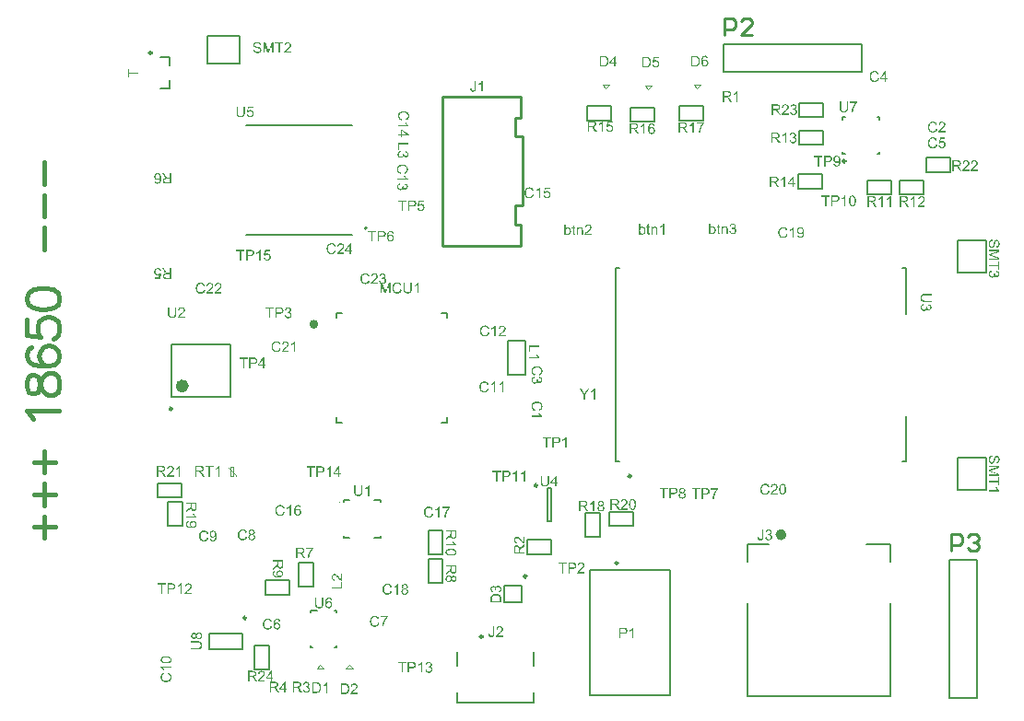
<source format=gto>
G04*
G04 #@! TF.GenerationSoftware,Altium Limited,Altium Designer,20.0.13 (296)*
G04*
G04 Layer_Color=65535*
%FSLAX25Y25*%
%MOIN*%
G70*
G01*
G75*
%ADD10C,0.00984*%
%ADD11C,0.01968*%
%ADD12C,0.01575*%
%ADD13C,0.00394*%
%ADD14C,0.02362*%
%ADD15C,0.00787*%
%ADD16C,0.00500*%
%ADD17C,0.00602*%
%ADD18C,0.01000*%
%ADD19C,0.00315*%
%ADD20C,0.00039*%
G36*
X234909Y174128D02*
Y174123D01*
Y174100D01*
Y174073D01*
Y174034D01*
X234903Y173984D01*
Y173928D01*
X234898Y173862D01*
X234892Y173795D01*
X234876Y173645D01*
X234854Y173490D01*
X234820Y173340D01*
X234798Y173268D01*
X234776Y173201D01*
Y173196D01*
X234770Y173185D01*
X234759Y173168D01*
X234748Y173146D01*
X234715Y173085D01*
X234665Y173007D01*
X234598Y172918D01*
X234521Y172829D01*
X234421Y172735D01*
X234298Y172652D01*
X234293D01*
X234282Y172641D01*
X234265Y172635D01*
X234237Y172619D01*
X234204Y172602D01*
X234160Y172585D01*
X234115Y172569D01*
X234060Y172546D01*
X233999Y172524D01*
X233932Y172508D01*
X233860Y172491D01*
X233777Y172474D01*
X233694Y172463D01*
X233605Y172452D01*
X233405Y172441D01*
X233355D01*
X233316Y172447D01*
X233272D01*
X233216Y172452D01*
X233155Y172458D01*
X233094Y172463D01*
X232955Y172485D01*
X232805Y172519D01*
X232661Y172563D01*
X232523Y172624D01*
X232517D01*
X232506Y172635D01*
X232489Y172646D01*
X232467Y172657D01*
X232406Y172702D01*
X232334Y172763D01*
X232250Y172841D01*
X232173Y172929D01*
X232095Y173040D01*
X232034Y173162D01*
Y173168D01*
X232029Y173179D01*
X232023Y173201D01*
X232012Y173229D01*
X232001Y173262D01*
X231990Y173307D01*
X231973Y173357D01*
X231962Y173418D01*
X231951Y173484D01*
X231934Y173556D01*
X231923Y173634D01*
X231912Y173717D01*
X231901Y173812D01*
X231895Y173912D01*
X231890Y174017D01*
Y174128D01*
Y176348D01*
X232400D01*
Y174128D01*
Y174123D01*
Y174106D01*
Y174078D01*
Y174045D01*
X232406Y174006D01*
Y173956D01*
X232412Y173851D01*
X232423Y173729D01*
X232439Y173606D01*
X232461Y173490D01*
X232472Y173440D01*
X232489Y173390D01*
X232495Y173379D01*
X232506Y173351D01*
X232534Y173312D01*
X232567Y173257D01*
X232606Y173201D01*
X232661Y173140D01*
X232728Y173079D01*
X232805Y173029D01*
X232817Y173024D01*
X232844Y173007D01*
X232894Y172990D01*
X232961Y172968D01*
X233039Y172941D01*
X233138Y172924D01*
X233244Y172907D01*
X233361Y172902D01*
X233416D01*
X233449Y172907D01*
X233499D01*
X233549Y172913D01*
X233671Y172935D01*
X233804Y172963D01*
X233932Y173007D01*
X234054Y173068D01*
X234110Y173107D01*
X234160Y173151D01*
X234165Y173157D01*
X234171Y173162D01*
X234182Y173179D01*
X234199Y173201D01*
X234215Y173235D01*
X234237Y173268D01*
X234260Y173318D01*
X234282Y173368D01*
X234304Y173429D01*
X234321Y173501D01*
X234343Y173584D01*
X234360Y173673D01*
X234376Y173773D01*
X234387Y173878D01*
X234398Y174001D01*
Y174128D01*
Y176348D01*
X234909D01*
Y174128D01*
D02*
G37*
G36*
X237340Y172508D02*
X236868D01*
Y175510D01*
X236863Y175505D01*
X236835Y175482D01*
X236802Y175449D01*
X236746Y175410D01*
X236685Y175360D01*
X236607Y175305D01*
X236519Y175244D01*
X236419Y175183D01*
X236413D01*
X236407Y175177D01*
X236374Y175155D01*
X236319Y175127D01*
X236252Y175094D01*
X236174Y175055D01*
X236091Y175016D01*
X236008Y174977D01*
X235925Y174944D01*
Y175399D01*
X235930D01*
X235941Y175410D01*
X235964Y175416D01*
X235991Y175432D01*
X236024Y175449D01*
X236063Y175471D01*
X236158Y175527D01*
X236269Y175588D01*
X236380Y175665D01*
X236496Y175754D01*
X236613Y175849D01*
X236618Y175854D01*
X236624Y175860D01*
X236641Y175876D01*
X236663Y175893D01*
X236713Y175949D01*
X236779Y176015D01*
X236846Y176093D01*
X236918Y176182D01*
X236979Y176270D01*
X237035Y176365D01*
X237340D01*
Y172508D01*
D02*
G37*
G36*
X201533Y261091D02*
X199996D01*
X199790Y260054D01*
X199796Y260059D01*
X199807Y260065D01*
X199824Y260076D01*
X199851Y260092D01*
X199885Y260109D01*
X199924Y260131D01*
X200012Y260176D01*
X200123Y260220D01*
X200245Y260259D01*
X200379Y260287D01*
X200445Y260298D01*
X200567D01*
X200601Y260292D01*
X200645Y260287D01*
X200695Y260281D01*
X200750Y260270D01*
X200812Y260253D01*
X200945Y260215D01*
X201017Y260187D01*
X201089Y260148D01*
X201161Y260109D01*
X201233Y260065D01*
X201300Y260009D01*
X201366Y259948D01*
X201372Y259943D01*
X201383Y259931D01*
X201400Y259915D01*
X201422Y259887D01*
X201450Y259848D01*
X201478Y259809D01*
X201511Y259759D01*
X201544Y259704D01*
X201572Y259643D01*
X201605Y259576D01*
X201633Y259499D01*
X201661Y259421D01*
X201683Y259338D01*
X201699Y259243D01*
X201711Y259149D01*
X201716Y259049D01*
Y259044D01*
Y259027D01*
Y258999D01*
X201711Y258960D01*
X201705Y258916D01*
X201699Y258866D01*
X201688Y258805D01*
X201677Y258744D01*
X201644Y258599D01*
X201589Y258450D01*
X201555Y258372D01*
X201511Y258300D01*
X201466Y258222D01*
X201411Y258150D01*
X201405Y258144D01*
X201394Y258128D01*
X201372Y258105D01*
X201344Y258078D01*
X201306Y258045D01*
X201261Y258000D01*
X201206Y257961D01*
X201145Y257917D01*
X201078Y257872D01*
X201000Y257834D01*
X200917Y257795D01*
X200828Y257756D01*
X200734Y257728D01*
X200628Y257706D01*
X200517Y257689D01*
X200401Y257684D01*
X200351D01*
X200312Y257689D01*
X200268Y257695D01*
X200218Y257700D01*
X200157Y257706D01*
X200096Y257723D01*
X199957Y257756D01*
X199818Y257806D01*
X199746Y257839D01*
X199674Y257878D01*
X199607Y257922D01*
X199541Y257972D01*
X199535Y257978D01*
X199524Y257983D01*
X199513Y258006D01*
X199491Y258028D01*
X199463Y258056D01*
X199435Y258089D01*
X199402Y258133D01*
X199374Y258183D01*
X199341Y258233D01*
X199308Y258294D01*
X199246Y258427D01*
X199197Y258583D01*
X199180Y258666D01*
X199169Y258755D01*
X199663Y258794D01*
Y258788D01*
Y258777D01*
X199668Y258760D01*
X199674Y258733D01*
X199690Y258672D01*
X199713Y258588D01*
X199746Y258505D01*
X199790Y258411D01*
X199846Y258328D01*
X199912Y258250D01*
X199924Y258244D01*
X199946Y258222D01*
X199990Y258194D01*
X200051Y258161D01*
X200118Y258128D01*
X200201Y258100D01*
X200295Y258078D01*
X200401Y258072D01*
X200434D01*
X200456Y258078D01*
X200523Y258083D01*
X200601Y258105D01*
X200695Y258133D01*
X200789Y258178D01*
X200889Y258244D01*
X200934Y258283D01*
X200978Y258328D01*
X200984Y258333D01*
X200989Y258339D01*
X201000Y258355D01*
X201017Y258372D01*
X201056Y258433D01*
X201100Y258511D01*
X201139Y258605D01*
X201178Y258722D01*
X201206Y258860D01*
X201217Y258932D01*
Y259010D01*
Y259016D01*
Y259027D01*
Y259049D01*
X201211Y259077D01*
Y259110D01*
X201206Y259149D01*
X201189Y259238D01*
X201161Y259343D01*
X201122Y259449D01*
X201067Y259548D01*
X200989Y259643D01*
Y259648D01*
X200978Y259654D01*
X200950Y259682D01*
X200900Y259721D01*
X200834Y259765D01*
X200745Y259804D01*
X200645Y259843D01*
X200529Y259870D01*
X200462Y259882D01*
X200356D01*
X200312Y259876D01*
X200256Y259870D01*
X200190Y259854D01*
X200123Y259837D01*
X200051Y259809D01*
X199979Y259776D01*
X199973Y259771D01*
X199951Y259759D01*
X199918Y259732D01*
X199874Y259704D01*
X199829Y259665D01*
X199785Y259615D01*
X199735Y259565D01*
X199696Y259504D01*
X199252Y259565D01*
X199624Y261541D01*
X201533D01*
Y261091D01*
D02*
G37*
G36*
X197959Y257750D02*
X197487D01*
Y260753D01*
X197482Y260747D01*
X197454Y260725D01*
X197421Y260692D01*
X197365Y260653D01*
X197304Y260603D01*
X197226Y260548D01*
X197137Y260487D01*
X197037Y260425D01*
X197032D01*
X197026Y260420D01*
X196993Y260398D01*
X196938Y260370D01*
X196871Y260337D01*
X196793Y260298D01*
X196710Y260259D01*
X196627Y260220D01*
X196544Y260187D01*
Y260642D01*
X196549D01*
X196560Y260653D01*
X196582Y260659D01*
X196610Y260675D01*
X196643Y260692D01*
X196682Y260714D01*
X196777Y260770D01*
X196888Y260831D01*
X196999Y260908D01*
X197115Y260997D01*
X197232Y261091D01*
X197237Y261097D01*
X197243Y261103D01*
X197259Y261119D01*
X197282Y261136D01*
X197332Y261191D01*
X197398Y261258D01*
X197465Y261336D01*
X197537Y261424D01*
X197598Y261513D01*
X197654Y261608D01*
X197959D01*
Y257750D01*
D02*
G37*
G36*
X194457Y261585D02*
X194551Y261580D01*
X194651Y261574D01*
X194745Y261563D01*
X194829Y261552D01*
X194840D01*
X194879Y261541D01*
X194929Y261530D01*
X194995Y261513D01*
X195067Y261486D01*
X195145Y261452D01*
X195228Y261413D01*
X195300Y261369D01*
X195311Y261363D01*
X195334Y261347D01*
X195367Y261314D01*
X195411Y261275D01*
X195461Y261225D01*
X195511Y261158D01*
X195567Y261086D01*
X195611Y261003D01*
X195617Y260992D01*
X195628Y260964D01*
X195650Y260914D01*
X195672Y260847D01*
X195689Y260770D01*
X195711Y260681D01*
X195722Y260581D01*
X195728Y260475D01*
Y260470D01*
Y260453D01*
Y260431D01*
X195722Y260392D01*
X195717Y260353D01*
X195711Y260303D01*
X195700Y260248D01*
X195689Y260187D01*
X195650Y260059D01*
X195628Y259993D01*
X195595Y259920D01*
X195556Y259848D01*
X195517Y259782D01*
X195467Y259715D01*
X195411Y259648D01*
X195406Y259643D01*
X195395Y259632D01*
X195378Y259615D01*
X195350Y259598D01*
X195317Y259571D01*
X195273Y259543D01*
X195217Y259510D01*
X195156Y259482D01*
X195084Y259449D01*
X195001Y259415D01*
X194912Y259388D01*
X194806Y259365D01*
X194695Y259343D01*
X194573Y259327D01*
X194435Y259315D01*
X194290Y259310D01*
X193308D01*
Y257750D01*
X192797D01*
Y261591D01*
X194374D01*
X194457Y261585D01*
D02*
G37*
G36*
X192270Y261136D02*
X191005D01*
Y257750D01*
X190494D01*
Y261136D01*
X189229D01*
Y261591D01*
X192270D01*
Y261136D01*
D02*
G37*
G36*
X226566Y180725D02*
X227088D01*
Y180292D01*
X226566D01*
Y179371D01*
X226094D01*
Y180292D01*
X224424D01*
Y180725D01*
X226183Y183211D01*
X226566D01*
Y180725D01*
D02*
G37*
G36*
X223375Y179371D02*
X222903D01*
Y182373D01*
X222897Y182368D01*
X222870Y182345D01*
X222836Y182312D01*
X222781Y182273D01*
X222720Y182223D01*
X222642Y182168D01*
X222553Y182107D01*
X222453Y182046D01*
X222448D01*
X222442Y182040D01*
X222409Y182018D01*
X222354Y181990D01*
X222287Y181957D01*
X222209Y181918D01*
X222126Y181879D01*
X222043Y181840D01*
X221959Y181807D01*
Y182262D01*
X221965D01*
X221976Y182273D01*
X221998Y182279D01*
X222026Y182295D01*
X222059Y182312D01*
X222098Y182334D01*
X222193Y182390D01*
X222304Y182451D01*
X222415Y182528D01*
X222531Y182617D01*
X222648Y182712D01*
X222653Y182717D01*
X222659Y182723D01*
X222675Y182739D01*
X222698Y182756D01*
X222748Y182812D01*
X222814Y182878D01*
X222881Y182956D01*
X222953Y183045D01*
X223014Y183133D01*
X223070Y183228D01*
X223375D01*
Y179371D01*
D02*
G37*
G36*
X219873Y183206D02*
X219967Y183200D01*
X220067Y183194D01*
X220161Y183183D01*
X220245Y183172D01*
X220256D01*
X220294Y183161D01*
X220344Y183150D01*
X220411Y183133D01*
X220483Y183106D01*
X220561Y183072D01*
X220644Y183034D01*
X220716Y182989D01*
X220727Y182984D01*
X220750Y182967D01*
X220783Y182934D01*
X220827Y182895D01*
X220877Y182845D01*
X220927Y182778D01*
X220983Y182706D01*
X221027Y182623D01*
X221033Y182612D01*
X221044Y182584D01*
X221066Y182534D01*
X221088Y182467D01*
X221105Y182390D01*
X221127Y182301D01*
X221138Y182201D01*
X221144Y182096D01*
Y182090D01*
Y182073D01*
Y182051D01*
X221138Y182012D01*
X221132Y181974D01*
X221127Y181924D01*
X221116Y181868D01*
X221105Y181807D01*
X221066Y181679D01*
X221044Y181613D01*
X221010Y181541D01*
X220972Y181468D01*
X220933Y181402D01*
X220883Y181335D01*
X220827Y181269D01*
X220822Y181263D01*
X220811Y181252D01*
X220794Y181235D01*
X220766Y181219D01*
X220733Y181191D01*
X220689Y181163D01*
X220633Y181130D01*
X220572Y181102D01*
X220500Y181069D01*
X220417Y181036D01*
X220328Y181008D01*
X220222Y180986D01*
X220111Y180963D01*
X219989Y180947D01*
X219850Y180936D01*
X219706Y180930D01*
X218724D01*
Y179371D01*
X218213D01*
Y183211D01*
X219789D01*
X219873Y183206D01*
D02*
G37*
G36*
X217686Y182756D02*
X216421D01*
Y179371D01*
X215910D01*
Y182756D01*
X214645D01*
Y183211D01*
X217686D01*
Y182756D01*
D02*
G37*
G36*
X258968Y112390D02*
X259040Y112378D01*
X259129Y112362D01*
X259229Y112334D01*
X259329Y112301D01*
X259429Y112256D01*
X259434D01*
X259440Y112251D01*
X259473Y112234D01*
X259523Y112201D01*
X259579Y112162D01*
X259645Y112106D01*
X259712Y112045D01*
X259778Y111973D01*
X259834Y111890D01*
X259839Y111879D01*
X259856Y111851D01*
X259878Y111801D01*
X259906Y111740D01*
X259934Y111668D01*
X259956Y111585D01*
X259973Y111490D01*
X259978Y111396D01*
Y111385D01*
Y111352D01*
X259973Y111307D01*
X259962Y111246D01*
X259945Y111174D01*
X259917Y111096D01*
X259884Y111019D01*
X259839Y110941D01*
X259834Y110930D01*
X259817Y110908D01*
X259784Y110869D01*
X259739Y110824D01*
X259684Y110774D01*
X259617Y110719D01*
X259540Y110669D01*
X259445Y110619D01*
X259451D01*
X259462Y110613D01*
X259479Y110608D01*
X259501Y110602D01*
X259562Y110580D01*
X259640Y110547D01*
X259728Y110502D01*
X259817Y110447D01*
X259900Y110375D01*
X259978Y110292D01*
X259984Y110280D01*
X260006Y110247D01*
X260039Y110192D01*
X260072Y110119D01*
X260106Y110031D01*
X260139Y109925D01*
X260161Y109803D01*
X260167Y109670D01*
Y109664D01*
Y109648D01*
Y109620D01*
X260161Y109587D01*
X260156Y109542D01*
X260145Y109492D01*
X260134Y109437D01*
X260122Y109376D01*
X260078Y109243D01*
X260045Y109170D01*
X260012Y109104D01*
X259967Y109032D01*
X259917Y108959D01*
X259862Y108887D01*
X259795Y108821D01*
X259789Y108815D01*
X259778Y108804D01*
X259756Y108788D01*
X259728Y108765D01*
X259695Y108738D01*
X259651Y108710D01*
X259601Y108677D01*
X259540Y108649D01*
X259479Y108616D01*
X259406Y108582D01*
X259334Y108554D01*
X259251Y108527D01*
X259162Y108504D01*
X259068Y108488D01*
X258974Y108477D01*
X258868Y108471D01*
X258818D01*
X258785Y108477D01*
X258740Y108482D01*
X258691Y108488D01*
X258635Y108499D01*
X258574Y108510D01*
X258441Y108543D01*
X258302Y108599D01*
X258230Y108632D01*
X258163Y108671D01*
X258097Y108721D01*
X258030Y108771D01*
X258025Y108776D01*
X258014Y108788D01*
X257997Y108804D01*
X257980Y108826D01*
X257952Y108854D01*
X257925Y108893D01*
X257891Y108932D01*
X257858Y108982D01*
X257825Y109037D01*
X257791Y109093D01*
X257730Y109226D01*
X257681Y109381D01*
X257664Y109465D01*
X257653Y109553D01*
X258124Y109615D01*
Y109609D01*
X258130Y109598D01*
X258136Y109576D01*
X258141Y109548D01*
X258147Y109515D01*
X258158Y109476D01*
X258186Y109392D01*
X258224Y109293D01*
X258274Y109198D01*
X258330Y109109D01*
X258396Y109032D01*
X258407Y109026D01*
X258430Y109004D01*
X258474Y108976D01*
X258530Y108949D01*
X258596Y108915D01*
X258680Y108887D01*
X258774Y108865D01*
X258874Y108860D01*
X258907D01*
X258929Y108865D01*
X258990Y108871D01*
X259068Y108887D01*
X259157Y108915D01*
X259251Y108954D01*
X259346Y109010D01*
X259434Y109087D01*
X259445Y109098D01*
X259473Y109132D01*
X259506Y109181D01*
X259551Y109248D01*
X259595Y109331D01*
X259629Y109426D01*
X259656Y109537D01*
X259667Y109659D01*
Y109664D01*
Y109676D01*
Y109692D01*
X259662Y109714D01*
X259656Y109775D01*
X259640Y109848D01*
X259617Y109936D01*
X259579Y110025D01*
X259523Y110114D01*
X259451Y110197D01*
X259440Y110208D01*
X259412Y110231D01*
X259368Y110264D01*
X259307Y110303D01*
X259229Y110342D01*
X259135Y110375D01*
X259029Y110397D01*
X258913Y110408D01*
X258863D01*
X258824Y110403D01*
X258774Y110397D01*
X258718Y110386D01*
X258652Y110375D01*
X258580Y110358D01*
X258635Y110774D01*
X258663D01*
X258685Y110769D01*
X258757D01*
X258818Y110780D01*
X258890Y110791D01*
X258974Y110808D01*
X259068Y110835D01*
X259157Y110874D01*
X259251Y110924D01*
X259257D01*
X259262Y110930D01*
X259290Y110952D01*
X259329Y110991D01*
X259373Y111041D01*
X259418Y111113D01*
X259456Y111196D01*
X259484Y111291D01*
X259495Y111346D01*
Y111407D01*
Y111413D01*
Y111418D01*
Y111451D01*
X259484Y111496D01*
X259473Y111557D01*
X259451Y111624D01*
X259423Y111696D01*
X259379Y111768D01*
X259318Y111834D01*
X259312Y111840D01*
X259284Y111862D01*
X259246Y111890D01*
X259196Y111923D01*
X259129Y111951D01*
X259051Y111979D01*
X258962Y112001D01*
X258863Y112006D01*
X258818D01*
X258768Y111995D01*
X258702Y111984D01*
X258629Y111962D01*
X258557Y111934D01*
X258480Y111890D01*
X258407Y111834D01*
X258402Y111829D01*
X258380Y111801D01*
X258347Y111762D01*
X258308Y111707D01*
X258269Y111635D01*
X258230Y111546D01*
X258197Y111440D01*
X258174Y111318D01*
X257703Y111401D01*
Y111407D01*
X257708Y111424D01*
X257714Y111446D01*
X257719Y111479D01*
X257730Y111518D01*
X257747Y111563D01*
X257780Y111668D01*
X257836Y111790D01*
X257903Y111912D01*
X257986Y112029D01*
X258091Y112134D01*
X258097Y112140D01*
X258108Y112145D01*
X258124Y112156D01*
X258147Y112173D01*
X258174Y112195D01*
X258213Y112217D01*
X258252Y112240D01*
X258302Y112267D01*
X258413Y112312D01*
X258541Y112356D01*
X258691Y112384D01*
X258768Y112395D01*
X258907D01*
X258968Y112390D01*
D02*
G37*
G36*
X256437Y108538D02*
X255965D01*
Y111540D01*
X255960Y111535D01*
X255932Y111513D01*
X255899Y111479D01*
X255843Y111440D01*
X255782Y111390D01*
X255705Y111335D01*
X255616Y111274D01*
X255516Y111213D01*
X255510D01*
X255505Y111207D01*
X255472Y111185D01*
X255416Y111157D01*
X255349Y111124D01*
X255272Y111085D01*
X255188Y111046D01*
X255105Y111007D01*
X255022Y110974D01*
Y111429D01*
X255028D01*
X255039Y111440D01*
X255061Y111446D01*
X255089Y111463D01*
X255122Y111479D01*
X255161Y111501D01*
X255255Y111557D01*
X255366Y111618D01*
X255477Y111696D01*
X255594Y111785D01*
X255710Y111879D01*
X255716Y111884D01*
X255721Y111890D01*
X255738Y111907D01*
X255760Y111923D01*
X255810Y111979D01*
X255877Y112045D01*
X255943Y112123D01*
X256015Y112212D01*
X256077Y112301D01*
X256132Y112395D01*
X256437D01*
Y108538D01*
D02*
G37*
G36*
X252935Y112373D02*
X253030Y112367D01*
X253130Y112362D01*
X253224Y112351D01*
X253307Y112339D01*
X253318D01*
X253357Y112328D01*
X253407Y112317D01*
X253474Y112301D01*
X253546Y112273D01*
X253623Y112240D01*
X253707Y112201D01*
X253779Y112156D01*
X253790Y112151D01*
X253812Y112134D01*
X253845Y112101D01*
X253890Y112062D01*
X253940Y112012D01*
X253990Y111945D01*
X254045Y111873D01*
X254090Y111790D01*
X254095Y111779D01*
X254106Y111751D01*
X254129Y111701D01*
X254151Y111635D01*
X254167Y111557D01*
X254189Y111468D01*
X254201Y111368D01*
X254206Y111263D01*
Y111257D01*
Y111241D01*
Y111218D01*
X254201Y111179D01*
X254195Y111141D01*
X254189Y111091D01*
X254178Y111035D01*
X254167Y110974D01*
X254129Y110847D01*
X254106Y110780D01*
X254073Y110708D01*
X254034Y110636D01*
X253995Y110569D01*
X253945Y110502D01*
X253890Y110436D01*
X253884Y110430D01*
X253873Y110419D01*
X253856Y110403D01*
X253829Y110386D01*
X253796Y110358D01*
X253751Y110330D01*
X253696Y110297D01*
X253635Y110269D01*
X253562Y110236D01*
X253479Y110203D01*
X253390Y110175D01*
X253285Y110153D01*
X253174Y110131D01*
X253052Y110114D01*
X252913Y110103D01*
X252769Y110097D01*
X251786D01*
Y108538D01*
X251276D01*
Y112378D01*
X252852D01*
X252935Y112373D01*
D02*
G37*
G36*
X250748Y111923D02*
X249483D01*
Y108538D01*
X248973D01*
Y111923D01*
X247707D01*
Y112378D01*
X250748D01*
Y111923D01*
D02*
G37*
G36*
X172024Y140900D02*
X172068Y140894D01*
X172124Y140888D01*
X172185Y140877D01*
X172246Y140866D01*
X172390Y140827D01*
X172535Y140772D01*
X172607Y140738D01*
X172679Y140700D01*
X172746Y140650D01*
X172807Y140594D01*
X172812Y140589D01*
X172823Y140583D01*
X172834Y140561D01*
X172856Y140539D01*
X172884Y140511D01*
X172912Y140472D01*
X172940Y140433D01*
X172973Y140383D01*
X173029Y140278D01*
X173084Y140145D01*
X173106Y140078D01*
X173117Y140000D01*
X173128Y139923D01*
X173134Y139839D01*
Y139828D01*
Y139801D01*
X173128Y139756D01*
X173123Y139695D01*
X173112Y139629D01*
X173090Y139551D01*
X173067Y139468D01*
X173034Y139384D01*
X173029Y139373D01*
X173018Y139346D01*
X172995Y139301D01*
X172962Y139240D01*
X172918Y139173D01*
X172862Y139090D01*
X172795Y139007D01*
X172718Y138913D01*
X172707Y138901D01*
X172679Y138868D01*
X172651Y138840D01*
X172623Y138813D01*
X172590Y138779D01*
X172546Y138735D01*
X172501Y138691D01*
X172446Y138641D01*
X172390Y138585D01*
X172324Y138524D01*
X172252Y138463D01*
X172174Y138391D01*
X172085Y138319D01*
X171996Y138241D01*
X171991Y138235D01*
X171980Y138224D01*
X171957Y138208D01*
X171930Y138186D01*
X171896Y138152D01*
X171858Y138119D01*
X171769Y138047D01*
X171674Y137963D01*
X171586Y137880D01*
X171508Y137808D01*
X171475Y137780D01*
X171447Y137753D01*
X171441Y137747D01*
X171425Y137730D01*
X171402Y137708D01*
X171375Y137675D01*
X171347Y137636D01*
X171314Y137597D01*
X171247Y137503D01*
X173140D01*
Y137048D01*
X170592D01*
Y137053D01*
Y137075D01*
Y137109D01*
X170598Y137153D01*
X170603Y137203D01*
X170614Y137259D01*
X170625Y137314D01*
X170648Y137375D01*
Y137381D01*
X170653Y137386D01*
X170664Y137420D01*
X170686Y137470D01*
X170720Y137536D01*
X170764Y137614D01*
X170820Y137703D01*
X170881Y137792D01*
X170958Y137886D01*
Y137891D01*
X170969Y137897D01*
X170997Y137930D01*
X171047Y137980D01*
X171119Y138052D01*
X171203Y138136D01*
X171308Y138235D01*
X171436Y138347D01*
X171574Y138463D01*
X171580Y138469D01*
X171602Y138485D01*
X171635Y138513D01*
X171674Y138546D01*
X171724Y138591D01*
X171785Y138641D01*
X171846Y138696D01*
X171919Y138757D01*
X172057Y138890D01*
X172196Y139024D01*
X172263Y139090D01*
X172324Y139157D01*
X172379Y139218D01*
X172424Y139279D01*
Y139284D01*
X172435Y139290D01*
X172446Y139307D01*
X172457Y139329D01*
X172496Y139390D01*
X172540Y139462D01*
X172579Y139551D01*
X172618Y139645D01*
X172640Y139751D01*
X172651Y139850D01*
Y139856D01*
Y139862D01*
X172646Y139895D01*
X172640Y139950D01*
X172623Y140012D01*
X172601Y140089D01*
X172562Y140167D01*
X172512Y140245D01*
X172446Y140322D01*
X172435Y140333D01*
X172407Y140356D01*
X172368Y140383D01*
X172307Y140422D01*
X172229Y140455D01*
X172141Y140489D01*
X172035Y140511D01*
X171919Y140516D01*
X171885D01*
X171863Y140511D01*
X171797Y140505D01*
X171719Y140489D01*
X171635Y140467D01*
X171541Y140428D01*
X171452Y140378D01*
X171369Y140311D01*
X171358Y140300D01*
X171336Y140272D01*
X171302Y140228D01*
X171269Y140161D01*
X171230Y140084D01*
X171197Y139984D01*
X171175Y139873D01*
X171164Y139745D01*
X170681Y139795D01*
Y139801D01*
X170686Y139817D01*
Y139845D01*
X170692Y139884D01*
X170703Y139928D01*
X170714Y139978D01*
X170731Y140039D01*
X170747Y140100D01*
X170792Y140234D01*
X170859Y140367D01*
X170897Y140433D01*
X170947Y140500D01*
X170997Y140561D01*
X171053Y140616D01*
X171058Y140622D01*
X171069Y140628D01*
X171086Y140644D01*
X171114Y140661D01*
X171147Y140683D01*
X171186Y140705D01*
X171230Y140733D01*
X171286Y140761D01*
X171347Y140788D01*
X171414Y140816D01*
X171486Y140838D01*
X171563Y140861D01*
X171647Y140877D01*
X171735Y140894D01*
X171830Y140900D01*
X171930Y140905D01*
X171985D01*
X172024Y140900D01*
D02*
G37*
G36*
X169449Y137048D02*
X168977D01*
Y140050D01*
X168972Y140045D01*
X168944Y140023D01*
X168911Y139989D01*
X168855Y139950D01*
X168794Y139901D01*
X168716Y139845D01*
X168627Y139784D01*
X168527Y139723D01*
X168522D01*
X168516Y139717D01*
X168483Y139695D01*
X168428Y139667D01*
X168361Y139634D01*
X168283Y139595D01*
X168200Y139556D01*
X168117Y139517D01*
X168034Y139484D01*
Y139939D01*
X168039D01*
X168050Y139950D01*
X168072Y139956D01*
X168100Y139973D01*
X168133Y139989D01*
X168172Y140012D01*
X168267Y140067D01*
X168378Y140128D01*
X168489Y140206D01*
X168605Y140295D01*
X168722Y140389D01*
X168727Y140394D01*
X168733Y140400D01*
X168749Y140417D01*
X168772Y140433D01*
X168822Y140489D01*
X168888Y140555D01*
X168955Y140633D01*
X169027Y140722D01*
X169088Y140811D01*
X169144Y140905D01*
X169449D01*
Y137048D01*
D02*
G37*
G36*
X165947Y140883D02*
X166041Y140877D01*
X166141Y140872D01*
X166235Y140861D01*
X166319Y140849D01*
X166330D01*
X166369Y140838D01*
X166419Y140827D01*
X166485Y140811D01*
X166557Y140783D01*
X166635Y140750D01*
X166718Y140711D01*
X166790Y140666D01*
X166802Y140661D01*
X166824Y140644D01*
X166857Y140611D01*
X166901Y140572D01*
X166951Y140522D01*
X167001Y140455D01*
X167057Y140383D01*
X167101Y140300D01*
X167107Y140289D01*
X167118Y140261D01*
X167140Y140211D01*
X167162Y140145D01*
X167179Y140067D01*
X167201Y139978D01*
X167212Y139878D01*
X167218Y139773D01*
Y139767D01*
Y139751D01*
Y139728D01*
X167212Y139690D01*
X167207Y139651D01*
X167201Y139601D01*
X167190Y139545D01*
X167179Y139484D01*
X167140Y139357D01*
X167118Y139290D01*
X167085Y139218D01*
X167046Y139146D01*
X167007Y139079D01*
X166957Y139013D01*
X166901Y138946D01*
X166896Y138940D01*
X166885Y138929D01*
X166868Y138913D01*
X166840Y138896D01*
X166807Y138868D01*
X166763Y138840D01*
X166707Y138807D01*
X166646Y138779D01*
X166574Y138746D01*
X166491Y138713D01*
X166402Y138685D01*
X166296Y138663D01*
X166185Y138641D01*
X166063Y138624D01*
X165925Y138613D01*
X165780Y138607D01*
X164798D01*
Y137048D01*
X164287D01*
Y140888D01*
X165864D01*
X165947Y140883D01*
D02*
G37*
G36*
X163760Y140433D02*
X162495D01*
Y137048D01*
X161984D01*
Y140433D01*
X160719D01*
Y140888D01*
X163760D01*
Y140433D01*
D02*
G37*
G36*
X293653Y177796D02*
X293182D01*
Y180798D01*
X293176Y180793D01*
X293148Y180771D01*
X293115Y180737D01*
X293059Y180698D01*
X292998Y180649D01*
X292921Y180593D01*
X292832Y180532D01*
X292732Y180471D01*
X292726D01*
X292721Y180465D01*
X292688Y180443D01*
X292632Y180415D01*
X292565Y180382D01*
X292488Y180343D01*
X292405Y180304D01*
X292321Y180265D01*
X292238Y180232D01*
Y180687D01*
X292244D01*
X292255Y180698D01*
X292277Y180704D01*
X292305Y180721D01*
X292338Y180737D01*
X292377Y180760D01*
X292471Y180815D01*
X292582Y180876D01*
X292693Y180954D01*
X292810Y181043D01*
X292926Y181137D01*
X292932Y181142D01*
X292937Y181148D01*
X292954Y181165D01*
X292976Y181181D01*
X293026Y181237D01*
X293093Y181303D01*
X293159Y181381D01*
X293232Y181470D01*
X293293Y181559D01*
X293348Y181653D01*
X293653D01*
Y177796D01*
D02*
G37*
G36*
X290667D02*
X290196D01*
Y180798D01*
X290190Y180793D01*
X290162Y180771D01*
X290129Y180737D01*
X290074Y180698D01*
X290013Y180649D01*
X289935Y180593D01*
X289846Y180532D01*
X289746Y180471D01*
X289741D01*
X289735Y180465D01*
X289702Y180443D01*
X289646Y180415D01*
X289580Y180382D01*
X289502Y180343D01*
X289419Y180304D01*
X289335Y180265D01*
X289252Y180232D01*
Y180687D01*
X289258D01*
X289269Y180698D01*
X289291Y180704D01*
X289319Y180721D01*
X289352Y180737D01*
X289391Y180760D01*
X289485Y180815D01*
X289596Y180876D01*
X289707Y180954D01*
X289824Y181043D01*
X289940Y181137D01*
X289946Y181142D01*
X289951Y181148D01*
X289968Y181165D01*
X289990Y181181D01*
X290040Y181237D01*
X290107Y181303D01*
X290174Y181381D01*
X290246Y181470D01*
X290307Y181559D01*
X290362Y181653D01*
X290667D01*
Y177796D01*
D02*
G37*
G36*
X287165Y181631D02*
X287260Y181625D01*
X287360Y181620D01*
X287454Y181609D01*
X287537Y181597D01*
X287548D01*
X287587Y181586D01*
X287637Y181575D01*
X287704Y181559D01*
X287776Y181531D01*
X287854Y181498D01*
X287937Y181459D01*
X288009Y181414D01*
X288020Y181409D01*
X288042Y181392D01*
X288076Y181359D01*
X288120Y181320D01*
X288170Y181270D01*
X288220Y181203D01*
X288275Y181131D01*
X288320Y181048D01*
X288325Y181037D01*
X288336Y181009D01*
X288359Y180959D01*
X288381Y180893D01*
X288398Y180815D01*
X288420Y180726D01*
X288431Y180626D01*
X288436Y180521D01*
Y180515D01*
Y180499D01*
Y180476D01*
X288431Y180438D01*
X288425Y180399D01*
X288420Y180349D01*
X288409Y180293D01*
X288398Y180232D01*
X288359Y180105D01*
X288336Y180038D01*
X288303Y179966D01*
X288264Y179894D01*
X288225Y179827D01*
X288176Y179761D01*
X288120Y179694D01*
X288114Y179688D01*
X288103Y179677D01*
X288087Y179661D01*
X288059Y179644D01*
X288026Y179616D01*
X287981Y179588D01*
X287926Y179555D01*
X287865Y179527D01*
X287792Y179494D01*
X287709Y179461D01*
X287620Y179433D01*
X287515Y179411D01*
X287404Y179389D01*
X287282Y179372D01*
X287143Y179361D01*
X286999Y179355D01*
X286017D01*
Y177796D01*
X285506D01*
Y181636D01*
X287082D01*
X287165Y181631D01*
D02*
G37*
G36*
X284979Y181181D02*
X283713D01*
Y177796D01*
X283203D01*
Y181181D01*
X281937D01*
Y181636D01*
X284979D01*
Y181181D01*
D02*
G37*
G36*
X314035Y148380D02*
X314079Y148374D01*
X314135Y148369D01*
X314196Y148358D01*
X314257Y148346D01*
X314401Y148308D01*
X314546Y148252D01*
X314618Y148219D01*
X314690Y148180D01*
X314756Y148130D01*
X314818Y148074D01*
X314823Y148069D01*
X314834Y148063D01*
X314845Y148041D01*
X314867Y148019D01*
X314895Y147991D01*
X314923Y147952D01*
X314951Y147914D01*
X314984Y147864D01*
X315040Y147758D01*
X315095Y147625D01*
X315117Y147558D01*
X315128Y147481D01*
X315140Y147403D01*
X315145Y147320D01*
Y147309D01*
Y147281D01*
X315140Y147237D01*
X315134Y147175D01*
X315123Y147109D01*
X315101Y147031D01*
X315078Y146948D01*
X315045Y146865D01*
X315040Y146853D01*
X315029Y146826D01*
X315006Y146781D01*
X314973Y146720D01*
X314929Y146654D01*
X314873Y146571D01*
X314807Y146487D01*
X314729Y146393D01*
X314718Y146382D01*
X314690Y146349D01*
X314662Y146321D01*
X314634Y146293D01*
X314601Y146260D01*
X314557Y146215D01*
X314512Y146171D01*
X314457Y146121D01*
X314401Y146065D01*
X314335Y146004D01*
X314263Y145943D01*
X314185Y145871D01*
X314096Y145799D01*
X314007Y145721D01*
X314002Y145716D01*
X313991Y145705D01*
X313968Y145688D01*
X313941Y145666D01*
X313907Y145633D01*
X313868Y145599D01*
X313780Y145527D01*
X313685Y145444D01*
X313597Y145361D01*
X313519Y145288D01*
X313486Y145261D01*
X313458Y145233D01*
X313452Y145227D01*
X313436Y145211D01*
X313413Y145188D01*
X313386Y145155D01*
X313358Y145116D01*
X313325Y145078D01*
X313258Y144983D01*
X315151D01*
Y144528D01*
X312603D01*
Y144534D01*
Y144556D01*
Y144589D01*
X312609Y144633D01*
X312614Y144684D01*
X312625Y144739D01*
X312636Y144794D01*
X312659Y144855D01*
Y144861D01*
X312664Y144867D01*
X312675Y144900D01*
X312698Y144950D01*
X312731Y145017D01*
X312775Y145094D01*
X312831Y145183D01*
X312892Y145272D01*
X312969Y145366D01*
Y145372D01*
X312981Y145377D01*
X313008Y145411D01*
X313058Y145460D01*
X313130Y145533D01*
X313214Y145616D01*
X313319Y145716D01*
X313447Y145827D01*
X313585Y145943D01*
X313591Y145949D01*
X313613Y145966D01*
X313647Y145993D01*
X313685Y146027D01*
X313735Y146071D01*
X313796Y146121D01*
X313857Y146176D01*
X313930Y146238D01*
X314068Y146371D01*
X314207Y146504D01*
X314274Y146571D01*
X314335Y146637D01*
X314390Y146698D01*
X314435Y146759D01*
Y146765D01*
X314446Y146770D01*
X314457Y146787D01*
X314468Y146809D01*
X314507Y146870D01*
X314551Y146942D01*
X314590Y147031D01*
X314629Y147125D01*
X314651Y147231D01*
X314662Y147331D01*
Y147336D01*
Y147342D01*
X314657Y147375D01*
X314651Y147431D01*
X314634Y147492D01*
X314612Y147570D01*
X314573Y147647D01*
X314523Y147725D01*
X314457Y147803D01*
X314446Y147814D01*
X314418Y147836D01*
X314379Y147864D01*
X314318Y147903D01*
X314240Y147936D01*
X314152Y147969D01*
X314046Y147991D01*
X313930Y147997D01*
X313896D01*
X313874Y147991D01*
X313808Y147986D01*
X313730Y147969D01*
X313647Y147947D01*
X313552Y147908D01*
X313463Y147858D01*
X313380Y147792D01*
X313369Y147780D01*
X313347Y147753D01*
X313314Y147708D01*
X313280Y147642D01*
X313241Y147564D01*
X313208Y147464D01*
X313186Y147353D01*
X313175Y147225D01*
X312692Y147275D01*
Y147281D01*
X312698Y147298D01*
Y147325D01*
X312703Y147364D01*
X312714Y147408D01*
X312725Y147459D01*
X312742Y147520D01*
X312758Y147581D01*
X312803Y147714D01*
X312870Y147847D01*
X312908Y147914D01*
X312958Y147980D01*
X313008Y148041D01*
X313064Y148097D01*
X313069Y148102D01*
X313080Y148108D01*
X313097Y148125D01*
X313125Y148141D01*
X313158Y148163D01*
X313197Y148186D01*
X313241Y148213D01*
X313297Y148241D01*
X313358Y148269D01*
X313424Y148296D01*
X313497Y148319D01*
X313574Y148341D01*
X313658Y148358D01*
X313746Y148374D01*
X313841Y148380D01*
X313941Y148385D01*
X313996D01*
X314035Y148380D01*
D02*
G37*
G36*
X310944Y148363D02*
X311038Y148358D01*
X311138Y148352D01*
X311232Y148341D01*
X311315Y148330D01*
X311327D01*
X311366Y148319D01*
X311415Y148308D01*
X311482Y148291D01*
X311554Y148263D01*
X311632Y148230D01*
X311715Y148191D01*
X311787Y148147D01*
X311798Y148141D01*
X311821Y148125D01*
X311854Y148091D01*
X311898Y148052D01*
X311948Y148002D01*
X311998Y147936D01*
X312054Y147864D01*
X312098Y147780D01*
X312104Y147769D01*
X312115Y147741D01*
X312137Y147692D01*
X312159Y147625D01*
X312176Y147547D01*
X312198Y147459D01*
X312209Y147359D01*
X312215Y147253D01*
Y147248D01*
Y147231D01*
Y147209D01*
X312209Y147170D01*
X312204Y147131D01*
X312198Y147081D01*
X312187Y147026D01*
X312176Y146965D01*
X312137Y146837D01*
X312115Y146770D01*
X312081Y146698D01*
X312043Y146626D01*
X312004Y146559D01*
X311954Y146493D01*
X311898Y146426D01*
X311893Y146421D01*
X311882Y146409D01*
X311865Y146393D01*
X311837Y146376D01*
X311804Y146349D01*
X311759Y146321D01*
X311704Y146287D01*
X311643Y146260D01*
X311571Y146226D01*
X311488Y146193D01*
X311399Y146165D01*
X311293Y146143D01*
X311182Y146121D01*
X311060Y146104D01*
X310922Y146093D01*
X310777Y146088D01*
X309795D01*
Y144528D01*
X309284D01*
Y148369D01*
X310860D01*
X310944Y148363D01*
D02*
G37*
G36*
X308757Y147914D02*
X307492D01*
Y144528D01*
X306981D01*
Y147914D01*
X305716D01*
Y148369D01*
X308757D01*
Y147914D01*
D02*
G37*
G36*
X257127Y279013D02*
X255589D01*
X255384Y277975D01*
X255390Y277981D01*
X255401Y277986D01*
X255417Y277997D01*
X255445Y278014D01*
X255478Y278031D01*
X255517Y278053D01*
X255606Y278097D01*
X255717Y278142D01*
X255839Y278181D01*
X255972Y278208D01*
X256039Y278220D01*
X256161D01*
X256194Y278214D01*
X256239Y278208D01*
X256289Y278203D01*
X256344Y278192D01*
X256405Y278175D01*
X256538Y278136D01*
X256611Y278109D01*
X256683Y278070D01*
X256755Y278031D01*
X256827Y277986D01*
X256894Y277931D01*
X256960Y277870D01*
X256966Y277864D01*
X256977Y277853D01*
X256994Y277837D01*
X257016Y277809D01*
X257044Y277770D01*
X257071Y277731D01*
X257104Y277681D01*
X257138Y277626D01*
X257166Y277565D01*
X257199Y277498D01*
X257227Y277420D01*
X257254Y277343D01*
X257277Y277259D01*
X257293Y277165D01*
X257304Y277071D01*
X257310Y276971D01*
Y276965D01*
Y276949D01*
Y276921D01*
X257304Y276882D01*
X257299Y276838D01*
X257293Y276788D01*
X257282Y276727D01*
X257271Y276665D01*
X257238Y276521D01*
X257182Y276371D01*
X257149Y276294D01*
X257104Y276221D01*
X257060Y276144D01*
X257005Y276072D01*
X256999Y276066D01*
X256988Y276049D01*
X256966Y276027D01*
X256938Y275999D01*
X256899Y275966D01*
X256855Y275922D01*
X256799Y275883D01*
X256738Y275839D01*
X256672Y275794D01*
X256594Y275755D01*
X256511Y275716D01*
X256422Y275678D01*
X256328Y275650D01*
X256222Y275628D01*
X256111Y275611D01*
X255995Y275606D01*
X255945D01*
X255906Y275611D01*
X255861Y275617D01*
X255811Y275622D01*
X255750Y275628D01*
X255689Y275644D01*
X255551Y275678D01*
X255412Y275728D01*
X255340Y275761D01*
X255268Y275800D01*
X255201Y275844D01*
X255134Y275894D01*
X255129Y275900D01*
X255118Y275905D01*
X255106Y275927D01*
X255084Y275950D01*
X255057Y275977D01*
X255029Y276011D01*
X254995Y276055D01*
X254968Y276105D01*
X254935Y276155D01*
X254901Y276216D01*
X254840Y276349D01*
X254790Y276505D01*
X254773Y276588D01*
X254762Y276677D01*
X255256Y276715D01*
Y276710D01*
Y276699D01*
X255262Y276682D01*
X255268Y276654D01*
X255284Y276593D01*
X255306Y276510D01*
X255340Y276427D01*
X255384Y276332D01*
X255439Y276249D01*
X255506Y276172D01*
X255517Y276166D01*
X255539Y276144D01*
X255584Y276116D01*
X255645Y276083D01*
X255712Y276049D01*
X255795Y276022D01*
X255889Y275999D01*
X255995Y275994D01*
X256028D01*
X256050Y275999D01*
X256117Y276005D01*
X256194Y276027D01*
X256289Y276055D01*
X256383Y276099D01*
X256483Y276166D01*
X256527Y276205D01*
X256572Y276249D01*
X256577Y276255D01*
X256583Y276260D01*
X256594Y276277D01*
X256611Y276294D01*
X256649Y276355D01*
X256694Y276432D01*
X256733Y276527D01*
X256771Y276643D01*
X256799Y276782D01*
X256810Y276854D01*
Y276932D01*
Y276938D01*
Y276949D01*
Y276971D01*
X256805Y276998D01*
Y277032D01*
X256799Y277071D01*
X256783Y277160D01*
X256755Y277265D01*
X256716Y277370D01*
X256661Y277470D01*
X256583Y277565D01*
Y277570D01*
X256572Y277576D01*
X256544Y277604D01*
X256494Y277642D01*
X256427Y277687D01*
X256339Y277726D01*
X256239Y277764D01*
X256122Y277792D01*
X256056Y277803D01*
X255950D01*
X255906Y277798D01*
X255850Y277792D01*
X255784Y277776D01*
X255717Y277759D01*
X255645Y277731D01*
X255573Y277698D01*
X255567Y277692D01*
X255545Y277681D01*
X255512Y277653D01*
X255467Y277626D01*
X255423Y277587D01*
X255379Y277537D01*
X255328Y277487D01*
X255290Y277426D01*
X254846Y277487D01*
X255218Y279463D01*
X257127D01*
Y279013D01*
D02*
G37*
G36*
X253036Y279507D02*
X253131Y279502D01*
X253231Y279496D01*
X253325Y279485D01*
X253408Y279474D01*
X253419D01*
X253458Y279463D01*
X253508Y279452D01*
X253575Y279435D01*
X253647Y279407D01*
X253725Y279374D01*
X253808Y279335D01*
X253880Y279291D01*
X253891Y279285D01*
X253913Y279269D01*
X253947Y279235D01*
X253991Y279196D01*
X254041Y279146D01*
X254091Y279080D01*
X254146Y279008D01*
X254191Y278924D01*
X254196Y278913D01*
X254207Y278886D01*
X254230Y278836D01*
X254252Y278769D01*
X254269Y278691D01*
X254291Y278603D01*
X254302Y278503D01*
X254307Y278397D01*
Y278392D01*
Y278375D01*
Y278353D01*
X254302Y278314D01*
X254296Y278275D01*
X254291Y278225D01*
X254280Y278170D01*
X254269Y278109D01*
X254230Y277981D01*
X254207Y277914D01*
X254174Y277842D01*
X254135Y277770D01*
X254096Y277703D01*
X254047Y277637D01*
X253991Y277570D01*
X253985Y277565D01*
X253974Y277554D01*
X253958Y277537D01*
X253930Y277520D01*
X253897Y277492D01*
X253852Y277465D01*
X253797Y277431D01*
X253736Y277404D01*
X253663Y277370D01*
X253580Y277337D01*
X253491Y277309D01*
X253386Y277287D01*
X253275Y277265D01*
X253153Y277248D01*
X253014Y277237D01*
X252870Y277232D01*
X251887D01*
Y275672D01*
X251377D01*
Y279513D01*
X252953D01*
X253036Y279507D01*
D02*
G37*
G36*
X250850Y279058D02*
X249584D01*
Y275672D01*
X249074D01*
Y279058D01*
X247808D01*
Y279513D01*
X250850D01*
Y279058D01*
D02*
G37*
G36*
X406438Y295657D02*
X406466D01*
X406505Y295652D01*
X406599Y295635D01*
X406705Y295613D01*
X406821Y295574D01*
X406938Y295524D01*
X407054Y295457D01*
X407060D01*
X407065Y295446D01*
X407082Y295435D01*
X407104Y295419D01*
X407160Y295374D01*
X407232Y295313D01*
X407304Y295230D01*
X407387Y295130D01*
X407459Y295013D01*
X407526Y294880D01*
Y294875D01*
X407531Y294864D01*
X407543Y294841D01*
X407554Y294814D01*
X407565Y294775D01*
X407582Y294725D01*
X407593Y294669D01*
X407609Y294608D01*
X407626Y294536D01*
X407643Y294453D01*
X407654Y294364D01*
X407665Y294270D01*
X407676Y294164D01*
X407687Y294053D01*
X407692Y293931D01*
Y293804D01*
Y293798D01*
Y293770D01*
Y293731D01*
Y293681D01*
X407687Y293620D01*
Y293548D01*
X407681Y293465D01*
X407670Y293382D01*
X407654Y293193D01*
X407626Y292993D01*
X407587Y292805D01*
X407559Y292710D01*
X407531Y292627D01*
Y292621D01*
X407526Y292610D01*
X407515Y292588D01*
X407504Y292555D01*
X407487Y292521D01*
X407465Y292477D01*
X407409Y292383D01*
X407343Y292277D01*
X407265Y292166D01*
X407165Y292061D01*
X407054Y291966D01*
X407049D01*
X407038Y291955D01*
X407021Y291944D01*
X406999Y291933D01*
X406965Y291916D01*
X406932Y291894D01*
X406888Y291872D01*
X406843Y291855D01*
X406738Y291811D01*
X406610Y291772D01*
X406471Y291750D01*
X406316Y291739D01*
X406272D01*
X406244Y291744D01*
X406205D01*
X406161Y291750D01*
X406055Y291772D01*
X405939Y291800D01*
X405817Y291844D01*
X405694Y291905D01*
X405633Y291944D01*
X405578Y291989D01*
X405572Y291994D01*
X405567Y292000D01*
X405550Y292016D01*
X405534Y292033D01*
X405511Y292061D01*
X405484Y292094D01*
X405428Y292172D01*
X405373Y292272D01*
X405317Y292394D01*
X405273Y292532D01*
X405239Y292693D01*
X405694Y292732D01*
Y292727D01*
X405700Y292716D01*
Y292705D01*
X405706Y292682D01*
X405722Y292621D01*
X405744Y292555D01*
X405772Y292477D01*
X405811Y292399D01*
X405855Y292327D01*
X405911Y292266D01*
X405917Y292261D01*
X405939Y292244D01*
X405977Y292222D01*
X406022Y292199D01*
X406083Y292172D01*
X406155Y292150D01*
X406238Y292133D01*
X406327Y292127D01*
X406366D01*
X406405Y292133D01*
X406455Y292139D01*
X406516Y292150D01*
X406577Y292166D01*
X406643Y292188D01*
X406705Y292222D01*
X406710Y292227D01*
X406732Y292238D01*
X406766Y292261D01*
X406799Y292294D01*
X406843Y292333D01*
X406888Y292377D01*
X406932Y292427D01*
X406977Y292488D01*
X406982Y292494D01*
X406993Y292521D01*
X407015Y292560D01*
X407038Y292610D01*
X407065Y292677D01*
X407093Y292755D01*
X407121Y292843D01*
X407149Y292943D01*
Y292949D01*
X407154Y292954D01*
Y292971D01*
X407160Y292993D01*
X407171Y293049D01*
X407187Y293121D01*
X407198Y293210D01*
X407210Y293304D01*
X407215Y293409D01*
X407221Y293520D01*
Y293526D01*
Y293543D01*
Y293570D01*
Y293615D01*
X407215Y293604D01*
X407193Y293576D01*
X407160Y293537D01*
X407121Y293482D01*
X407065Y293426D01*
X406999Y293365D01*
X406921Y293304D01*
X406832Y293249D01*
X406821Y293243D01*
X406788Y293226D01*
X406738Y293204D01*
X406677Y293182D01*
X406594Y293154D01*
X406505Y293132D01*
X406405Y293115D01*
X406299Y293110D01*
X406255D01*
X406222Y293115D01*
X406177Y293121D01*
X406133Y293126D01*
X406077Y293138D01*
X406022Y293154D01*
X405894Y293193D01*
X405828Y293221D01*
X405761Y293254D01*
X405689Y293293D01*
X405622Y293343D01*
X405556Y293393D01*
X405495Y293454D01*
X405489Y293459D01*
X405478Y293471D01*
X405467Y293487D01*
X405445Y293515D01*
X405417Y293554D01*
X405389Y293593D01*
X405362Y293642D01*
X405334Y293698D01*
X405300Y293759D01*
X405273Y293826D01*
X405245Y293903D01*
X405217Y293981D01*
X405195Y294070D01*
X405184Y294164D01*
X405173Y294259D01*
X405167Y294364D01*
Y294370D01*
Y294392D01*
Y294420D01*
X405173Y294458D01*
X405178Y294508D01*
X405184Y294569D01*
X405195Y294630D01*
X405212Y294703D01*
X405251Y294847D01*
X405278Y294925D01*
X405311Y295008D01*
X405350Y295086D01*
X405400Y295158D01*
X405450Y295235D01*
X405511Y295302D01*
X405517Y295307D01*
X405528Y295319D01*
X405545Y295335D01*
X405572Y295357D01*
X405606Y295385D01*
X405650Y295419D01*
X405694Y295446D01*
X405750Y295485D01*
X405805Y295518D01*
X405872Y295546D01*
X406022Y295607D01*
X406100Y295629D01*
X406188Y295646D01*
X406277Y295657D01*
X406372Y295663D01*
X406410D01*
X406438Y295657D01*
D02*
G37*
G36*
X403441Y295640D02*
X403536Y295635D01*
X403635Y295629D01*
X403730Y295618D01*
X403813Y295607D01*
X403824D01*
X403863Y295596D01*
X403913Y295585D01*
X403979Y295568D01*
X404052Y295541D01*
X404129Y295507D01*
X404213Y295468D01*
X404285Y295424D01*
X404296Y295419D01*
X404318Y295402D01*
X404351Y295369D01*
X404396Y295330D01*
X404446Y295280D01*
X404496Y295213D01*
X404551Y295141D01*
X404596Y295058D01*
X404601Y295047D01*
X404612Y295019D01*
X404634Y294969D01*
X404657Y294902D01*
X404673Y294825D01*
X404696Y294736D01*
X404707Y294636D01*
X404712Y294531D01*
Y294525D01*
Y294508D01*
Y294486D01*
X404707Y294447D01*
X404701Y294408D01*
X404696Y294358D01*
X404684Y294303D01*
X404673Y294242D01*
X404634Y294114D01*
X404612Y294048D01*
X404579Y293975D01*
X404540Y293903D01*
X404501Y293837D01*
X404451Y293770D01*
X404396Y293704D01*
X404390Y293698D01*
X404379Y293687D01*
X404362Y293670D01*
X404335Y293654D01*
X404301Y293626D01*
X404257Y293598D01*
X404202Y293565D01*
X404141Y293537D01*
X404068Y293504D01*
X403985Y293471D01*
X403896Y293443D01*
X403791Y293421D01*
X403680Y293398D01*
X403558Y293382D01*
X403419Y293371D01*
X403275Y293365D01*
X402292D01*
Y291806D01*
X401782D01*
Y295646D01*
X403358D01*
X403441Y295640D01*
D02*
G37*
G36*
X401255Y295191D02*
X399989D01*
Y291806D01*
X399479D01*
Y295191D01*
X398213D01*
Y295646D01*
X401255D01*
Y295191D01*
D02*
G37*
G36*
X199286Y220103D02*
X199807D01*
Y219670D01*
X199286D01*
Y218749D01*
X198814D01*
Y219670D01*
X197143D01*
Y220103D01*
X198903Y222590D01*
X199286D01*
Y220103D01*
D02*
G37*
G36*
X195578Y222584D02*
X195673Y222579D01*
X195773Y222573D01*
X195867Y222562D01*
X195950Y222551D01*
X195961D01*
X196000Y222540D01*
X196050Y222529D01*
X196117Y222512D01*
X196189Y222484D01*
X196266Y222451D01*
X196350Y222412D01*
X196422Y222368D01*
X196433Y222362D01*
X196455Y222345D01*
X196488Y222312D01*
X196533Y222273D01*
X196583Y222223D01*
X196633Y222157D01*
X196688Y222084D01*
X196733Y222001D01*
X196738Y221990D01*
X196749Y221962D01*
X196772Y221913D01*
X196794Y221846D01*
X196810Y221768D01*
X196833Y221679D01*
X196844Y221580D01*
X196849Y221474D01*
Y221468D01*
Y221452D01*
Y221430D01*
X196844Y221391D01*
X196838Y221352D01*
X196833Y221302D01*
X196821Y221247D01*
X196810Y221185D01*
X196772Y221058D01*
X196749Y220991D01*
X196716Y220919D01*
X196677Y220847D01*
X196638Y220780D01*
X196588Y220714D01*
X196533Y220647D01*
X196527Y220641D01*
X196516Y220630D01*
X196500Y220614D01*
X196472Y220597D01*
X196439Y220569D01*
X196394Y220542D01*
X196339Y220508D01*
X196277Y220481D01*
X196205Y220447D01*
X196122Y220414D01*
X196033Y220386D01*
X195928Y220364D01*
X195817Y220342D01*
X195695Y220325D01*
X195556Y220314D01*
X195412Y220308D01*
X194429D01*
Y218749D01*
X193919D01*
Y222590D01*
X195495D01*
X195578Y222584D01*
D02*
G37*
G36*
X193392Y222134D02*
X192126D01*
Y218749D01*
X191615D01*
Y222134D01*
X190350D01*
Y222590D01*
X193392D01*
Y222134D01*
D02*
G37*
G36*
X245190Y268492D02*
X245229D01*
X245273Y268486D01*
X245379Y268464D01*
X245495Y268436D01*
X245618Y268392D01*
X245740Y268325D01*
X245801Y268286D01*
X245856Y268242D01*
X245862Y268236D01*
X245867Y268231D01*
X245884Y268214D01*
X245901Y268198D01*
X245928Y268170D01*
X245951Y268137D01*
X246011Y268059D01*
X246073Y267959D01*
X246128Y267837D01*
X246178Y267698D01*
X246211Y267543D01*
X245740Y267504D01*
Y267510D01*
X245734Y267515D01*
X245728Y267548D01*
X245712Y267598D01*
X245690Y267659D01*
X245667Y267726D01*
X245634Y267793D01*
X245595Y267854D01*
X245556Y267903D01*
X245545Y267915D01*
X245523Y267937D01*
X245484Y267970D01*
X245429Y268009D01*
X245357Y268042D01*
X245279Y268076D01*
X245185Y268098D01*
X245085Y268109D01*
X245046D01*
X245001Y268103D01*
X244952Y268092D01*
X244885Y268076D01*
X244818Y268053D01*
X244752Y268026D01*
X244685Y267981D01*
X244674Y267976D01*
X244646Y267953D01*
X244607Y267915D01*
X244557Y267859D01*
X244502Y267793D01*
X244441Y267715D01*
X244385Y267615D01*
X244330Y267504D01*
Y267498D01*
X244324Y267487D01*
X244319Y267471D01*
X244308Y267448D01*
X244302Y267415D01*
X244291Y267376D01*
X244280Y267332D01*
X244269Y267276D01*
X244252Y267215D01*
X244241Y267149D01*
X244230Y267077D01*
X244224Y266999D01*
X244213Y266910D01*
X244208Y266821D01*
X244202Y266721D01*
Y266621D01*
X244208Y266627D01*
X244230Y266660D01*
X244269Y266705D01*
X244319Y266760D01*
X244374Y266827D01*
X244446Y266888D01*
X244524Y266949D01*
X244613Y267004D01*
X244619D01*
X244624Y267010D01*
X244657Y267027D01*
X244707Y267043D01*
X244774Y267071D01*
X244852Y267093D01*
X244940Y267110D01*
X245035Y267126D01*
X245135Y267132D01*
X245179D01*
X245212Y267126D01*
X245257Y267121D01*
X245301Y267115D01*
X245357Y267104D01*
X245412Y267088D01*
X245540Y267049D01*
X245606Y267021D01*
X245673Y266982D01*
X245740Y266943D01*
X245812Y266899D01*
X245878Y266844D01*
X245939Y266782D01*
X245945Y266777D01*
X245956Y266766D01*
X245973Y266749D01*
X245989Y266721D01*
X246017Y266683D01*
X246045Y266644D01*
X246073Y266594D01*
X246106Y266538D01*
X246139Y266477D01*
X246167Y266411D01*
X246195Y266333D01*
X246222Y266255D01*
X246239Y266172D01*
X246256Y266078D01*
X246267Y265983D01*
X246272Y265883D01*
Y265878D01*
Y265867D01*
Y265850D01*
Y265822D01*
X246267Y265789D01*
Y265756D01*
X246250Y265667D01*
X246234Y265561D01*
X246206Y265450D01*
X246167Y265328D01*
X246111Y265212D01*
Y265206D01*
X246106Y265201D01*
X246095Y265184D01*
X246084Y265162D01*
X246050Y265106D01*
X246000Y265034D01*
X245939Y264956D01*
X245867Y264879D01*
X245778Y264801D01*
X245684Y264735D01*
X245678D01*
X245673Y264729D01*
X245656Y264718D01*
X245634Y264712D01*
X245579Y264685D01*
X245507Y264657D01*
X245412Y264623D01*
X245307Y264601D01*
X245190Y264579D01*
X245062Y264574D01*
X245035D01*
X245007Y264579D01*
X244963D01*
X244913Y264585D01*
X244857Y264596D01*
X244791Y264612D01*
X244724Y264629D01*
X244646Y264651D01*
X244568Y264679D01*
X244491Y264712D01*
X244408Y264757D01*
X244330Y264807D01*
X244252Y264862D01*
X244175Y264929D01*
X244102Y265006D01*
X244097Y265012D01*
X244086Y265029D01*
X244069Y265051D01*
X244047Y265090D01*
X244014Y265140D01*
X243986Y265195D01*
X243952Y265267D01*
X243919Y265345D01*
X243880Y265439D01*
X243847Y265545D01*
X243819Y265661D01*
X243792Y265789D01*
X243764Y265933D01*
X243747Y266089D01*
X243736Y266255D01*
X243730Y266433D01*
Y266438D01*
Y266444D01*
Y266460D01*
Y266483D01*
X243736Y266538D01*
Y266616D01*
X243742Y266705D01*
X243753Y266810D01*
X243764Y266927D01*
X243780Y267054D01*
X243803Y267182D01*
X243830Y267321D01*
X243864Y267454D01*
X243902Y267587D01*
X243952Y267715D01*
X244008Y267837D01*
X244069Y267953D01*
X244141Y268053D01*
X244147Y268059D01*
X244158Y268070D01*
X244180Y268092D01*
X244208Y268126D01*
X244241Y268159D01*
X244285Y268192D01*
X244341Y268236D01*
X244396Y268275D01*
X244463Y268314D01*
X244535Y268359D01*
X244619Y268392D01*
X244702Y268431D01*
X244796Y268459D01*
X244896Y268481D01*
X245001Y268492D01*
X245112Y268497D01*
X245157D01*
X245190Y268492D01*
D02*
G37*
G36*
X242027Y268475D02*
X242121Y268470D01*
X242221Y268464D01*
X242315Y268453D01*
X242399Y268442D01*
X242410D01*
X242448Y268431D01*
X242498Y268420D01*
X242565Y268403D01*
X242637Y268375D01*
X242715Y268342D01*
X242798Y268303D01*
X242870Y268259D01*
X242881Y268253D01*
X242903Y268236D01*
X242937Y268203D01*
X242981Y268164D01*
X243031Y268114D01*
X243081Y268048D01*
X243137Y267976D01*
X243181Y267892D01*
X243187Y267881D01*
X243198Y267854D01*
X243220Y267804D01*
X243242Y267737D01*
X243259Y267659D01*
X243281Y267570D01*
X243292Y267471D01*
X243298Y267365D01*
Y267360D01*
Y267343D01*
Y267321D01*
X243292Y267282D01*
X243286Y267243D01*
X243281Y267193D01*
X243270Y267138D01*
X243259Y267077D01*
X243220Y266949D01*
X243198Y266882D01*
X243164Y266810D01*
X243126Y266738D01*
X243087Y266671D01*
X243037Y266605D01*
X242981Y266538D01*
X242976Y266533D01*
X242965Y266522D01*
X242948Y266505D01*
X242920Y266488D01*
X242887Y266460D01*
X242843Y266433D01*
X242787Y266400D01*
X242726Y266372D01*
X242654Y266338D01*
X242570Y266305D01*
X242482Y266277D01*
X242376Y266255D01*
X242265Y266233D01*
X242143Y266216D01*
X242004Y266205D01*
X241860Y266200D01*
X240878D01*
Y264640D01*
X240367D01*
Y268481D01*
X241943D01*
X242027Y268475D01*
D02*
G37*
G36*
X239840Y268026D02*
X238575D01*
Y264640D01*
X238064D01*
Y268026D01*
X236799D01*
Y268481D01*
X239840D01*
Y268026D01*
D02*
G37*
G36*
X409592Y277435D02*
X409121D01*
Y280438D01*
X409115Y280432D01*
X409087Y280410D01*
X409054Y280377D01*
X408999Y280338D01*
X408938Y280288D01*
X408860Y280233D01*
X408771Y280171D01*
X408671Y280111D01*
X408666D01*
X408660Y280105D01*
X408627Y280083D01*
X408571Y280055D01*
X408505Y280022D01*
X408427Y279983D01*
X408344Y279944D01*
X408260Y279905D01*
X408177Y279872D01*
Y280327D01*
X408183D01*
X408194Y280338D01*
X408216Y280344D01*
X408244Y280360D01*
X408277Y280377D01*
X408316Y280399D01*
X408410Y280455D01*
X408521Y280516D01*
X408632Y280593D01*
X408749Y280682D01*
X408865Y280777D01*
X408871Y280782D01*
X408877Y280788D01*
X408893Y280804D01*
X408915Y280821D01*
X408965Y280876D01*
X409032Y280943D01*
X409098Y281021D01*
X409171Y281109D01*
X409232Y281198D01*
X409287Y281293D01*
X409592D01*
Y277435D01*
D02*
G37*
G36*
X406090Y281270D02*
X406185Y281265D01*
X406285Y281259D01*
X406379Y281248D01*
X406462Y281237D01*
X406473D01*
X406512Y281226D01*
X406562Y281215D01*
X406629Y281198D01*
X406701Y281171D01*
X406779Y281137D01*
X406862Y281098D01*
X406934Y281054D01*
X406945Y281048D01*
X406967Y281032D01*
X407001Y280998D01*
X407045Y280960D01*
X407095Y280910D01*
X407145Y280843D01*
X407200Y280771D01*
X407245Y280688D01*
X407250Y280677D01*
X407261Y280649D01*
X407284Y280599D01*
X407306Y280532D01*
X407323Y280455D01*
X407345Y280366D01*
X407356Y280266D01*
X407361Y280160D01*
Y280155D01*
Y280138D01*
Y280116D01*
X407356Y280077D01*
X407350Y280038D01*
X407345Y279988D01*
X407334Y279933D01*
X407323Y279872D01*
X407284Y279744D01*
X407261Y279678D01*
X407228Y279605D01*
X407189Y279533D01*
X407150Y279467D01*
X407100Y279400D01*
X407045Y279333D01*
X407039Y279328D01*
X407028Y279317D01*
X407012Y279300D01*
X406984Y279283D01*
X406951Y279256D01*
X406906Y279228D01*
X406851Y279195D01*
X406790Y279167D01*
X406717Y279134D01*
X406634Y279100D01*
X406545Y279073D01*
X406440Y279050D01*
X406329Y279028D01*
X406207Y279012D01*
X406068Y279000D01*
X405924Y278995D01*
X404942D01*
Y277435D01*
X404431D01*
Y281276D01*
X406007D01*
X406090Y281270D01*
D02*
G37*
G36*
X403904Y280821D02*
X402638D01*
Y277435D01*
X402128D01*
Y280821D01*
X400862D01*
Y281276D01*
X403904D01*
Y280821D01*
D02*
G37*
G36*
X412168Y281287D02*
X412240Y281276D01*
X412323Y281259D01*
X412412Y281237D01*
X412506Y281209D01*
X412595Y281165D01*
X412601D01*
X412606Y281159D01*
X412634Y281143D01*
X412678Y281115D01*
X412734Y281076D01*
X412795Y281021D01*
X412861Y280960D01*
X412922Y280888D01*
X412984Y280804D01*
X412989Y280793D01*
X413011Y280765D01*
X413033Y280715D01*
X413072Y280643D01*
X413106Y280560D01*
X413150Y280466D01*
X413189Y280355D01*
X413222Y280233D01*
Y280227D01*
X413228Y280216D01*
X413233Y280199D01*
X413239Y280171D01*
X413244Y280138D01*
X413250Y280099D01*
X413261Y280049D01*
X413267Y279994D01*
X413278Y279933D01*
X413283Y279866D01*
X413289Y279789D01*
X413300Y279711D01*
X413305Y279622D01*
Y279533D01*
X413311Y279433D01*
Y279328D01*
Y279322D01*
Y279300D01*
Y279261D01*
Y279217D01*
X413305Y279156D01*
Y279089D01*
X413300Y279017D01*
X413294Y278939D01*
X413278Y278762D01*
X413250Y278579D01*
X413217Y278401D01*
X413194Y278318D01*
X413167Y278235D01*
Y278229D01*
X413161Y278218D01*
X413150Y278196D01*
X413139Y278168D01*
X413128Y278129D01*
X413106Y278090D01*
X413061Y277996D01*
X413006Y277896D01*
X412933Y277785D01*
X412850Y277685D01*
X412750Y277591D01*
X412745D01*
X412739Y277580D01*
X412723Y277569D01*
X412700Y277557D01*
X412673Y277541D01*
X412645Y277519D01*
X412562Y277480D01*
X412462Y277441D01*
X412345Y277402D01*
X412207Y277380D01*
X412057Y277369D01*
X412001D01*
X411962Y277374D01*
X411918Y277380D01*
X411862Y277391D01*
X411801Y277402D01*
X411735Y277419D01*
X411668Y277441D01*
X411596Y277463D01*
X411524Y277496D01*
X411452Y277535D01*
X411379Y277580D01*
X411307Y277635D01*
X411241Y277696D01*
X411180Y277763D01*
X411174Y277768D01*
X411163Y277785D01*
X411146Y277813D01*
X411119Y277857D01*
X411091Y277907D01*
X411063Y277974D01*
X411024Y278051D01*
X410991Y278140D01*
X410958Y278240D01*
X410924Y278357D01*
X410891Y278484D01*
X410863Y278629D01*
X410836Y278784D01*
X410819Y278951D01*
X410808Y279134D01*
X410802Y279328D01*
Y279333D01*
Y279356D01*
Y279395D01*
Y279439D01*
X410808Y279500D01*
Y279567D01*
X410813Y279639D01*
X410819Y279722D01*
X410836Y279894D01*
X410863Y280077D01*
X410897Y280260D01*
X410919Y280344D01*
X410941Y280427D01*
Y280432D01*
X410947Y280444D01*
X410958Y280466D01*
X410969Y280493D01*
X410980Y280532D01*
X411002Y280571D01*
X411047Y280665D01*
X411102Y280765D01*
X411174Y280871D01*
X411257Y280976D01*
X411357Y281065D01*
X411363D01*
X411368Y281076D01*
X411385Y281087D01*
X411407Y281098D01*
X411435Y281121D01*
X411468Y281137D01*
X411552Y281182D01*
X411652Y281221D01*
X411768Y281259D01*
X411907Y281281D01*
X412057Y281293D01*
X412107D01*
X412168Y281287D01*
D02*
G37*
G36*
X347535Y175419D02*
X347630Y175414D01*
X347730Y175408D01*
X347824Y175397D01*
X347907Y175386D01*
X347918D01*
X347957Y175375D01*
X348007Y175364D01*
X348074Y175347D01*
X348146Y175320D01*
X348224Y175286D01*
X348307Y175248D01*
X348379Y175203D01*
X348390Y175198D01*
X348412Y175181D01*
X348446Y175148D01*
X348490Y175109D01*
X348540Y175059D01*
X348590Y174992D01*
X348645Y174920D01*
X348690Y174837D01*
X348695Y174826D01*
X348707Y174798D01*
X348729Y174748D01*
X348751Y174681D01*
X348768Y174604D01*
X348790Y174515D01*
X348801Y174415D01*
X348806Y174310D01*
Y174304D01*
Y174287D01*
Y174265D01*
X348801Y174226D01*
X348795Y174187D01*
X348790Y174137D01*
X348779Y174082D01*
X348768Y174021D01*
X348729Y173893D01*
X348707Y173827D01*
X348673Y173755D01*
X348634Y173682D01*
X348595Y173616D01*
X348546Y173549D01*
X348490Y173483D01*
X348484Y173477D01*
X348473Y173466D01*
X348457Y173449D01*
X348429Y173433D01*
X348396Y173405D01*
X348351Y173377D01*
X348296Y173344D01*
X348235Y173316D01*
X348163Y173283D01*
X348079Y173249D01*
X347991Y173222D01*
X347885Y173199D01*
X347774Y173177D01*
X347652Y173161D01*
X347513Y173150D01*
X347369Y173144D01*
X346387D01*
Y171584D01*
X345876D01*
Y175425D01*
X347452D01*
X347535Y175419D01*
D02*
G37*
G36*
X345349Y174970D02*
X344083D01*
Y171584D01*
X343573D01*
Y174970D01*
X342307D01*
Y175425D01*
X345349D01*
Y174970D01*
D02*
G37*
G36*
X350593Y175436D02*
X350638Y175431D01*
X350688Y175425D01*
X350743Y175419D01*
X350799Y175403D01*
X350932Y175370D01*
X351065Y175320D01*
X351132Y175286D01*
X351199Y175248D01*
X351259Y175198D01*
X351321Y175148D01*
X351326Y175142D01*
X351332Y175136D01*
X351348Y175120D01*
X351371Y175098D01*
X351393Y175064D01*
X351420Y175031D01*
X351476Y174948D01*
X351532Y174842D01*
X351581Y174720D01*
X351620Y174582D01*
X351626Y174509D01*
X351631Y174432D01*
Y174426D01*
Y174420D01*
Y174387D01*
X351626Y174337D01*
X351615Y174276D01*
X351598Y174198D01*
X351570Y174121D01*
X351537Y174043D01*
X351487Y173965D01*
X351482Y173954D01*
X351459Y173932D01*
X351426Y173899D01*
X351382Y173854D01*
X351321Y173804D01*
X351248Y173755D01*
X351165Y173705D01*
X351065Y173660D01*
X351071D01*
X351082Y173655D01*
X351099Y173649D01*
X351121Y173638D01*
X351187Y173610D01*
X351265Y173571D01*
X351348Y173516D01*
X351437Y173455D01*
X351520Y173377D01*
X351598Y173288D01*
Y173283D01*
X351604Y173277D01*
X351626Y173244D01*
X351659Y173188D01*
X351692Y173116D01*
X351726Y173028D01*
X351759Y172922D01*
X351781Y172806D01*
X351787Y172678D01*
Y172672D01*
Y172656D01*
Y172628D01*
X351781Y172595D01*
X351776Y172556D01*
X351770Y172506D01*
X351759Y172450D01*
X351742Y172389D01*
X351704Y172262D01*
X351676Y172189D01*
X351637Y172123D01*
X351598Y172051D01*
X351554Y171984D01*
X351498Y171917D01*
X351437Y171851D01*
X351432Y171845D01*
X351420Y171834D01*
X351404Y171818D01*
X351376Y171801D01*
X351337Y171773D01*
X351298Y171745D01*
X351248Y171718D01*
X351193Y171684D01*
X351132Y171651D01*
X351060Y171623D01*
X350982Y171596D01*
X350904Y171568D01*
X350816Y171551D01*
X350721Y171535D01*
X350627Y171523D01*
X350521Y171518D01*
X350466D01*
X350427Y171523D01*
X350377Y171529D01*
X350322Y171535D01*
X350260Y171546D01*
X350194Y171562D01*
X350044Y171601D01*
X349966Y171629D01*
X349894Y171657D01*
X349816Y171695D01*
X349739Y171740D01*
X349667Y171790D01*
X349600Y171851D01*
X349594Y171856D01*
X349583Y171868D01*
X349567Y171884D01*
X349545Y171912D01*
X349522Y171945D01*
X349489Y171984D01*
X349461Y172029D01*
X349428Y172084D01*
X349395Y172140D01*
X349367Y172206D01*
X349311Y172345D01*
X349289Y172428D01*
X349273Y172511D01*
X349261Y172600D01*
X349256Y172689D01*
Y172695D01*
Y172706D01*
Y172728D01*
X349261Y172750D01*
Y172783D01*
X349267Y172822D01*
X349278Y172911D01*
X349300Y173011D01*
X349334Y173111D01*
X349384Y173216D01*
X349445Y173316D01*
Y173322D01*
X349456Y173327D01*
X349478Y173355D01*
X349522Y173399D01*
X349583Y173455D01*
X349661Y173510D01*
X349756Y173571D01*
X349861Y173621D01*
X349989Y173660D01*
X349983D01*
X349977Y173666D01*
X349961Y173671D01*
X349939Y173682D01*
X349889Y173705D01*
X349822Y173738D01*
X349750Y173782D01*
X349678Y173838D01*
X349611Y173899D01*
X349550Y173965D01*
X349545Y173977D01*
X349528Y173999D01*
X349506Y174043D01*
X349483Y174099D01*
X349456Y174171D01*
X349434Y174254D01*
X349417Y174348D01*
X349411Y174448D01*
Y174454D01*
Y174465D01*
Y174487D01*
X349417Y174520D01*
X349423Y174554D01*
X349428Y174598D01*
X349450Y174692D01*
X349483Y174803D01*
X349539Y174920D01*
X349572Y174981D01*
X349611Y175042D01*
X349661Y175098D01*
X349711Y175153D01*
X349717Y175159D01*
X349728Y175164D01*
X349744Y175181D01*
X349767Y175198D01*
X349794Y175220D01*
X349833Y175242D01*
X349878Y175270D01*
X349922Y175297D01*
X349977Y175325D01*
X350039Y175353D01*
X350105Y175375D01*
X350177Y175397D01*
X350333Y175431D01*
X350422Y175436D01*
X350510Y175442D01*
X350560D01*
X350593Y175436D01*
D02*
G37*
G36*
X363430Y174903D02*
X363424Y174898D01*
X363413Y174887D01*
X363391Y174864D01*
X363369Y174831D01*
X363336Y174792D01*
X363291Y174748D01*
X363247Y174692D01*
X363197Y174626D01*
X363147Y174559D01*
X363086Y174481D01*
X363025Y174393D01*
X362964Y174304D01*
X362897Y174204D01*
X362831Y174099D01*
X362764Y173982D01*
X362697Y173865D01*
X362692Y173860D01*
X362681Y173838D01*
X362664Y173804D01*
X362636Y173754D01*
X362609Y173693D01*
X362575Y173627D01*
X362537Y173549D01*
X362498Y173460D01*
X362453Y173360D01*
X362403Y173260D01*
X362359Y173150D01*
X362315Y173033D01*
X362226Y172794D01*
X362142Y172539D01*
Y172533D01*
X362137Y172517D01*
X362131Y172489D01*
X362120Y172456D01*
X362109Y172411D01*
X362098Y172356D01*
X362081Y172295D01*
X362070Y172228D01*
X362054Y172151D01*
X362037Y172067D01*
X362009Y171890D01*
X361982Y171695D01*
X361965Y171484D01*
X361482D01*
Y171490D01*
Y171507D01*
Y171529D01*
X361488Y171562D01*
Y171607D01*
X361493Y171662D01*
X361499Y171723D01*
X361504Y171790D01*
X361515Y171867D01*
X361526Y171945D01*
X361543Y172039D01*
X361560Y172134D01*
X361576Y172234D01*
X361598Y172345D01*
X361654Y172572D01*
Y172578D01*
X361660Y172600D01*
X361671Y172633D01*
X361687Y172683D01*
X361704Y172739D01*
X361726Y172805D01*
X361748Y172883D01*
X361782Y172966D01*
X361815Y173061D01*
X361848Y173155D01*
X361931Y173366D01*
X362031Y173588D01*
X362142Y173810D01*
X362148Y173816D01*
X362159Y173838D01*
X362176Y173865D01*
X362198Y173910D01*
X362226Y173960D01*
X362264Y174021D01*
X362303Y174087D01*
X362348Y174160D01*
X362453Y174320D01*
X362564Y174487D01*
X362692Y174659D01*
X362825Y174820D01*
X360944D01*
Y175275D01*
X363430D01*
Y174903D01*
D02*
G37*
G36*
X359184Y175320D02*
X359279Y175314D01*
X359379Y175308D01*
X359473Y175297D01*
X359556Y175286D01*
X359567D01*
X359606Y175275D01*
X359656Y175264D01*
X359723Y175247D01*
X359795Y175220D01*
X359873Y175186D01*
X359956Y175147D01*
X360028Y175103D01*
X360039Y175098D01*
X360061Y175081D01*
X360094Y175048D01*
X360139Y175009D01*
X360189Y174959D01*
X360239Y174892D01*
X360294Y174820D01*
X360339Y174737D01*
X360344Y174726D01*
X360355Y174698D01*
X360378Y174648D01*
X360400Y174581D01*
X360416Y174504D01*
X360439Y174415D01*
X360450Y174315D01*
X360455Y174209D01*
Y174204D01*
Y174187D01*
Y174165D01*
X360450Y174126D01*
X360444Y174087D01*
X360439Y174038D01*
X360427Y173982D01*
X360416Y173921D01*
X360378Y173793D01*
X360355Y173727D01*
X360322Y173654D01*
X360283Y173582D01*
X360244Y173516D01*
X360194Y173449D01*
X360139Y173383D01*
X360133Y173377D01*
X360122Y173366D01*
X360106Y173349D01*
X360078Y173333D01*
X360045Y173305D01*
X360000Y173277D01*
X359945Y173244D01*
X359884Y173216D01*
X359811Y173183D01*
X359728Y173150D01*
X359639Y173122D01*
X359534Y173100D01*
X359423Y173077D01*
X359301Y173061D01*
X359162Y173050D01*
X359018Y173044D01*
X358035D01*
Y171484D01*
X357525D01*
Y175325D01*
X359101D01*
X359184Y175320D01*
D02*
G37*
G36*
X356998Y174870D02*
X355732D01*
Y171484D01*
X355222D01*
Y174870D01*
X353956D01*
Y175325D01*
X356998D01*
Y174870D01*
D02*
G37*
G36*
X308696Y190000D02*
X308224D01*
Y193003D01*
X308219Y192998D01*
X308191Y192975D01*
X308157Y192942D01*
X308102Y192903D01*
X308041Y192853D01*
X307963Y192798D01*
X307874Y192737D01*
X307774Y192676D01*
X307769D01*
X307763Y192670D01*
X307730Y192648D01*
X307675Y192620D01*
X307608Y192587D01*
X307530Y192548D01*
X307447Y192509D01*
X307364Y192470D01*
X307280Y192437D01*
Y192892D01*
X307286D01*
X307297Y192903D01*
X307319Y192909D01*
X307347Y192925D01*
X307380Y192942D01*
X307419Y192964D01*
X307514Y193020D01*
X307625Y193081D01*
X307736Y193158D01*
X307852Y193247D01*
X307969Y193342D01*
X307974Y193347D01*
X307980Y193353D01*
X307997Y193369D01*
X308019Y193386D01*
X308069Y193441D01*
X308135Y193508D01*
X308202Y193586D01*
X308274Y193675D01*
X308335Y193763D01*
X308390Y193858D01*
X308696D01*
Y190000D01*
D02*
G37*
G36*
X305194Y193836D02*
X305288Y193830D01*
X305388Y193825D01*
X305482Y193813D01*
X305566Y193802D01*
X305577D01*
X305615Y193791D01*
X305665Y193780D01*
X305732Y193763D01*
X305804Y193736D01*
X305882Y193702D01*
X305965Y193664D01*
X306037Y193619D01*
X306048Y193614D01*
X306071Y193597D01*
X306104Y193564D01*
X306148Y193525D01*
X306198Y193475D01*
X306248Y193408D01*
X306304Y193336D01*
X306348Y193253D01*
X306354Y193242D01*
X306365Y193214D01*
X306387Y193164D01*
X306409Y193097D01*
X306426Y193020D01*
X306448Y192931D01*
X306459Y192831D01*
X306465Y192726D01*
Y192720D01*
Y192703D01*
Y192681D01*
X306459Y192642D01*
X306454Y192604D01*
X306448Y192553D01*
X306437Y192498D01*
X306426Y192437D01*
X306387Y192309D01*
X306365Y192243D01*
X306331Y192171D01*
X306293Y192098D01*
X306254Y192032D01*
X306204Y191965D01*
X306148Y191899D01*
X306143Y191893D01*
X306132Y191882D01*
X306115Y191865D01*
X306087Y191849D01*
X306054Y191821D01*
X306010Y191793D01*
X305954Y191760D01*
X305893Y191732D01*
X305821Y191699D01*
X305738Y191665D01*
X305649Y191638D01*
X305543Y191616D01*
X305432Y191593D01*
X305310Y191577D01*
X305171Y191566D01*
X305027Y191560D01*
X304045D01*
Y190000D01*
X303534D01*
Y193841D01*
X305111D01*
X305194Y193836D01*
D02*
G37*
G36*
X303007Y193386D02*
X301742D01*
Y190000D01*
X301231D01*
Y193386D01*
X299966D01*
Y193841D01*
X303007D01*
Y193386D01*
D02*
G37*
G36*
X208066Y240736D02*
X208138Y240725D01*
X208227Y240708D01*
X208327Y240680D01*
X208426Y240647D01*
X208526Y240603D01*
X208532D01*
X208537Y240597D01*
X208571Y240581D01*
X208621Y240547D01*
X208676Y240508D01*
X208743Y240453D01*
X208809Y240392D01*
X208876Y240320D01*
X208931Y240236D01*
X208937Y240225D01*
X208954Y240198D01*
X208976Y240148D01*
X209004Y240087D01*
X209031Y240014D01*
X209054Y239931D01*
X209070Y239837D01*
X209076Y239742D01*
Y239731D01*
Y239698D01*
X209070Y239654D01*
X209059Y239593D01*
X209043Y239521D01*
X209015Y239443D01*
X208981Y239365D01*
X208937Y239287D01*
X208931Y239276D01*
X208915Y239254D01*
X208881Y239215D01*
X208837Y239171D01*
X208782Y239121D01*
X208715Y239065D01*
X208637Y239015D01*
X208543Y238966D01*
X208548D01*
X208560Y238960D01*
X208576Y238954D01*
X208598Y238949D01*
X208660Y238927D01*
X208737Y238893D01*
X208826Y238849D01*
X208915Y238793D01*
X208998Y238721D01*
X209076Y238638D01*
X209081Y238627D01*
X209103Y238594D01*
X209137Y238538D01*
X209170Y238466D01*
X209203Y238377D01*
X209237Y238272D01*
X209259Y238150D01*
X209264Y238016D01*
Y238011D01*
Y237994D01*
Y237966D01*
X209259Y237933D01*
X209253Y237889D01*
X209242Y237839D01*
X209231Y237783D01*
X209220Y237722D01*
X209176Y237589D01*
X209142Y237517D01*
X209109Y237450D01*
X209065Y237378D01*
X209015Y237306D01*
X208959Y237234D01*
X208893Y237167D01*
X208887Y237162D01*
X208876Y237151D01*
X208854Y237134D01*
X208826Y237112D01*
X208793Y237084D01*
X208748Y237056D01*
X208698Y237023D01*
X208637Y236995D01*
X208576Y236962D01*
X208504Y236929D01*
X208432Y236901D01*
X208349Y236873D01*
X208260Y236851D01*
X208166Y236834D01*
X208071Y236823D01*
X207966Y236818D01*
X207916D01*
X207882Y236823D01*
X207838Y236829D01*
X207788Y236834D01*
X207733Y236845D01*
X207672Y236857D01*
X207538Y236890D01*
X207400Y236945D01*
X207328Y236979D01*
X207261Y237017D01*
X207194Y237067D01*
X207128Y237117D01*
X207122Y237123D01*
X207111Y237134D01*
X207094Y237151D01*
X207078Y237173D01*
X207050Y237201D01*
X207022Y237239D01*
X206989Y237278D01*
X206956Y237328D01*
X206922Y237384D01*
X206889Y237439D01*
X206828Y237572D01*
X206778Y237728D01*
X206761Y237811D01*
X206750Y237900D01*
X207222Y237961D01*
Y237955D01*
X207228Y237944D01*
X207233Y237922D01*
X207239Y237894D01*
X207244Y237861D01*
X207255Y237822D01*
X207283Y237739D01*
X207322Y237639D01*
X207372Y237545D01*
X207427Y237456D01*
X207494Y237378D01*
X207505Y237373D01*
X207527Y237350D01*
X207572Y237323D01*
X207627Y237295D01*
X207694Y237262D01*
X207777Y237234D01*
X207871Y237212D01*
X207971Y237206D01*
X208005D01*
X208027Y237212D01*
X208088Y237217D01*
X208166Y237234D01*
X208254Y237262D01*
X208349Y237300D01*
X208443Y237356D01*
X208532Y237434D01*
X208543Y237445D01*
X208571Y237478D01*
X208604Y237528D01*
X208648Y237595D01*
X208693Y237678D01*
X208726Y237772D01*
X208754Y237883D01*
X208765Y238005D01*
Y238011D01*
Y238022D01*
Y238039D01*
X208759Y238061D01*
X208754Y238122D01*
X208737Y238194D01*
X208715Y238283D01*
X208676Y238372D01*
X208621Y238460D01*
X208548Y238544D01*
X208537Y238555D01*
X208510Y238577D01*
X208465Y238610D01*
X208404Y238649D01*
X208327Y238688D01*
X208232Y238721D01*
X208127Y238743D01*
X208010Y238755D01*
X207960D01*
X207921Y238749D01*
X207871Y238743D01*
X207816Y238732D01*
X207749Y238721D01*
X207677Y238705D01*
X207733Y239121D01*
X207760D01*
X207783Y239115D01*
X207855D01*
X207916Y239126D01*
X207988Y239138D01*
X208071Y239154D01*
X208166Y239182D01*
X208254Y239221D01*
X208349Y239271D01*
X208354D01*
X208360Y239276D01*
X208388Y239299D01*
X208426Y239337D01*
X208471Y239387D01*
X208515Y239459D01*
X208554Y239543D01*
X208582Y239637D01*
X208593Y239692D01*
Y239754D01*
Y239759D01*
Y239765D01*
Y239798D01*
X208582Y239842D01*
X208571Y239903D01*
X208548Y239970D01*
X208521Y240042D01*
X208476Y240114D01*
X208415Y240181D01*
X208410Y240187D01*
X208382Y240209D01*
X208343Y240236D01*
X208293Y240270D01*
X208227Y240298D01*
X208149Y240325D01*
X208060Y240347D01*
X207960Y240353D01*
X207916D01*
X207866Y240342D01*
X207799Y240331D01*
X207727Y240309D01*
X207655Y240281D01*
X207577Y240236D01*
X207505Y240181D01*
X207500Y240175D01*
X207477Y240148D01*
X207444Y240109D01*
X207405Y240053D01*
X207366Y239981D01*
X207328Y239892D01*
X207294Y239787D01*
X207272Y239665D01*
X206800Y239748D01*
Y239754D01*
X206806Y239770D01*
X206811Y239792D01*
X206817Y239826D01*
X206828Y239865D01*
X206845Y239909D01*
X206878Y240014D01*
X206933Y240137D01*
X207000Y240259D01*
X207083Y240375D01*
X207189Y240481D01*
X207194Y240486D01*
X207205Y240492D01*
X207222Y240503D01*
X207244Y240519D01*
X207272Y240542D01*
X207311Y240564D01*
X207350Y240586D01*
X207400Y240614D01*
X207511Y240658D01*
X207638Y240703D01*
X207788Y240730D01*
X207866Y240741D01*
X208005D01*
X208066Y240736D01*
D02*
G37*
G36*
X205019Y240719D02*
X205113Y240714D01*
X205213Y240708D01*
X205307Y240697D01*
X205391Y240686D01*
X205402D01*
X205440Y240675D01*
X205490Y240664D01*
X205557Y240647D01*
X205629Y240619D01*
X205707Y240586D01*
X205790Y240547D01*
X205862Y240503D01*
X205873Y240497D01*
X205896Y240481D01*
X205929Y240447D01*
X205973Y240408D01*
X206023Y240358D01*
X206073Y240292D01*
X206129Y240220D01*
X206173Y240137D01*
X206179Y240125D01*
X206190Y240098D01*
X206212Y240048D01*
X206234Y239981D01*
X206251Y239903D01*
X206273Y239815D01*
X206284Y239715D01*
X206290Y239609D01*
Y239604D01*
Y239587D01*
Y239565D01*
X206284Y239526D01*
X206279Y239487D01*
X206273Y239437D01*
X206262Y239382D01*
X206251Y239321D01*
X206212Y239193D01*
X206190Y239126D01*
X206156Y239054D01*
X206118Y238982D01*
X206079Y238915D01*
X206029Y238849D01*
X205973Y238782D01*
X205968Y238777D01*
X205957Y238766D01*
X205940Y238749D01*
X205912Y238732D01*
X205879Y238705D01*
X205835Y238677D01*
X205779Y238644D01*
X205718Y238616D01*
X205646Y238582D01*
X205563Y238549D01*
X205474Y238522D01*
X205368Y238499D01*
X205257Y238477D01*
X205135Y238460D01*
X204996Y238449D01*
X204852Y238444D01*
X203870D01*
Y236884D01*
X203359D01*
Y240725D01*
X204936D01*
X205019Y240719D01*
D02*
G37*
G36*
X202832Y240270D02*
X201567D01*
Y236884D01*
X201056D01*
Y240270D01*
X199791D01*
Y240725D01*
X202832D01*
Y240270D01*
D02*
G37*
G36*
X223819Y263989D02*
X223869Y263984D01*
X223930Y263978D01*
X223991Y263973D01*
X224063Y263956D01*
X224213Y263923D01*
X224380Y263873D01*
X224463Y263839D01*
X224541Y263801D01*
X224618Y263751D01*
X224696Y263701D01*
X224702Y263695D01*
X224713Y263689D01*
X224735Y263673D01*
X224763Y263645D01*
X224791Y263617D01*
X224829Y263579D01*
X224868Y263534D01*
X224913Y263490D01*
X224957Y263434D01*
X225001Y263368D01*
X225051Y263301D01*
X225096Y263229D01*
X225135Y263146D01*
X225179Y263062D01*
X225212Y262974D01*
X225246Y262874D01*
X224746Y262757D01*
Y262763D01*
X224741Y262774D01*
X224729Y262796D01*
X224718Y262824D01*
X224707Y262857D01*
X224691Y262901D01*
X224646Y262990D01*
X224591Y263090D01*
X224524Y263190D01*
X224441Y263284D01*
X224352Y263368D01*
X224341Y263379D01*
X224308Y263401D01*
X224252Y263429D01*
X224180Y263468D01*
X224086Y263501D01*
X223980Y263534D01*
X223852Y263556D01*
X223714Y263562D01*
X223669D01*
X223642Y263556D01*
X223603D01*
X223558Y263551D01*
X223453Y263534D01*
X223336Y263512D01*
X223214Y263473D01*
X223087Y263418D01*
X222970Y263345D01*
X222965D01*
X222959Y263334D01*
X222920Y263307D01*
X222870Y263262D01*
X222809Y263196D01*
X222737Y263112D01*
X222670Y263018D01*
X222609Y262901D01*
X222554Y262774D01*
Y262768D01*
X222548Y262757D01*
X222543Y262740D01*
X222537Y262713D01*
X222526Y262679D01*
X222515Y262641D01*
X222498Y262546D01*
X222476Y262435D01*
X222454Y262313D01*
X222443Y262180D01*
X222437Y262036D01*
Y262030D01*
Y262013D01*
Y261986D01*
Y261952D01*
X222443Y261913D01*
Y261864D01*
X222448Y261808D01*
X222454Y261747D01*
X222471Y261614D01*
X222498Y261470D01*
X222532Y261325D01*
X222576Y261181D01*
Y261175D01*
X222582Y261164D01*
X222593Y261148D01*
X222604Y261120D01*
X222637Y261053D01*
X222687Y260976D01*
X222748Y260887D01*
X222826Y260792D01*
X222915Y260709D01*
X223020Y260631D01*
X223026D01*
X223037Y260626D01*
X223053Y260615D01*
X223076Y260604D01*
X223103Y260593D01*
X223137Y260576D01*
X223214Y260543D01*
X223314Y260509D01*
X223425Y260482D01*
X223547Y260459D01*
X223675Y260454D01*
X223714D01*
X223747Y260459D01*
X223786D01*
X223825Y260465D01*
X223925Y260487D01*
X224041Y260515D01*
X224158Y260559D01*
X224280Y260620D01*
X224341Y260654D01*
X224396Y260698D01*
X224402Y260704D01*
X224408Y260709D01*
X224424Y260726D01*
X224446Y260742D01*
X224469Y260770D01*
X224496Y260804D01*
X224530Y260837D01*
X224557Y260881D01*
X224591Y260931D01*
X224629Y260987D01*
X224663Y261042D01*
X224696Y261109D01*
X224724Y261181D01*
X224752Y261259D01*
X224779Y261342D01*
X224802Y261431D01*
X225312Y261303D01*
Y261297D01*
X225307Y261275D01*
X225295Y261242D01*
X225279Y261198D01*
X225262Y261148D01*
X225240Y261087D01*
X225212Y261020D01*
X225179Y260948D01*
X225101Y260792D01*
X225001Y260637D01*
X224940Y260559D01*
X224879Y260482D01*
X224813Y260415D01*
X224735Y260348D01*
X224729Y260343D01*
X224718Y260332D01*
X224691Y260321D01*
X224663Y260298D01*
X224618Y260271D01*
X224574Y260243D01*
X224513Y260215D01*
X224452Y260188D01*
X224380Y260154D01*
X224302Y260126D01*
X224219Y260099D01*
X224130Y260071D01*
X224036Y260049D01*
X223936Y260038D01*
X223830Y260027D01*
X223719Y260021D01*
X223658D01*
X223614Y260027D01*
X223564D01*
X223503Y260032D01*
X223436Y260043D01*
X223359Y260054D01*
X223198Y260082D01*
X223031Y260126D01*
X222865Y260188D01*
X222787Y260226D01*
X222709Y260271D01*
X222704Y260276D01*
X222693Y260282D01*
X222670Y260298D01*
X222648Y260321D01*
X222615Y260343D01*
X222576Y260376D01*
X222532Y260415D01*
X222487Y260459D01*
X222443Y260509D01*
X222393Y260559D01*
X222293Y260687D01*
X222199Y260837D01*
X222115Y261003D01*
Y261009D01*
X222104Y261026D01*
X222099Y261053D01*
X222082Y261087D01*
X222071Y261131D01*
X222054Y261187D01*
X222032Y261247D01*
X222016Y261314D01*
X221999Y261386D01*
X221977Y261470D01*
X221949Y261642D01*
X221927Y261836D01*
X221916Y262036D01*
Y262041D01*
Y262063D01*
Y262097D01*
X221921Y262136D01*
Y262191D01*
X221927Y262246D01*
X221932Y262319D01*
X221943Y262391D01*
X221971Y262552D01*
X222010Y262729D01*
X222065Y262907D01*
X222143Y263079D01*
X222149Y263085D01*
X222154Y263101D01*
X222165Y263123D01*
X222187Y263151D01*
X222210Y263190D01*
X222237Y263234D01*
X222310Y263334D01*
X222404Y263445D01*
X222515Y263556D01*
X222643Y263667D01*
X222793Y263762D01*
X222798Y263767D01*
X222815Y263773D01*
X222837Y263784D01*
X222865Y263801D01*
X222909Y263817D01*
X222953Y263834D01*
X223009Y263856D01*
X223070Y263878D01*
X223137Y263900D01*
X223209Y263923D01*
X223364Y263956D01*
X223542Y263984D01*
X223725Y263995D01*
X223780D01*
X223819Y263989D01*
D02*
G37*
G36*
X230712Y261442D02*
X231234D01*
Y261009D01*
X230712D01*
Y260088D01*
X230241D01*
Y261009D01*
X228570D01*
Y261442D01*
X230329Y263928D01*
X230712D01*
Y261442D01*
D02*
G37*
G36*
X227110Y263939D02*
X227155Y263934D01*
X227210Y263928D01*
X227271Y263917D01*
X227332Y263906D01*
X227477Y263867D01*
X227621Y263812D01*
X227693Y263778D01*
X227765Y263739D01*
X227832Y263689D01*
X227893Y263634D01*
X227899Y263629D01*
X227910Y263623D01*
X227921Y263601D01*
X227943Y263579D01*
X227971Y263551D01*
X227998Y263512D01*
X228026Y263473D01*
X228059Y263423D01*
X228115Y263318D01*
X228170Y263184D01*
X228193Y263118D01*
X228204Y263040D01*
X228215Y262963D01*
X228220Y262879D01*
Y262868D01*
Y262840D01*
X228215Y262796D01*
X228209Y262735D01*
X228198Y262668D01*
X228176Y262591D01*
X228154Y262507D01*
X228120Y262424D01*
X228115Y262413D01*
X228104Y262385D01*
X228082Y262341D01*
X228048Y262280D01*
X228004Y262213D01*
X227948Y262130D01*
X227882Y262047D01*
X227804Y261952D01*
X227793Y261941D01*
X227765Y261908D01*
X227737Y261880D01*
X227710Y261853D01*
X227677Y261819D01*
X227632Y261775D01*
X227588Y261730D01*
X227532Y261680D01*
X227477Y261625D01*
X227410Y261564D01*
X227338Y261503D01*
X227260Y261431D01*
X227171Y261358D01*
X227083Y261281D01*
X227077Y261275D01*
X227066Y261264D01*
X227044Y261247D01*
X227016Y261225D01*
X226983Y261192D01*
X226944Y261159D01*
X226855Y261087D01*
X226761Y261003D01*
X226672Y260920D01*
X226594Y260848D01*
X226561Y260820D01*
X226533Y260792D01*
X226528Y260787D01*
X226511Y260770D01*
X226489Y260748D01*
X226461Y260715D01*
X226433Y260676D01*
X226400Y260637D01*
X226333Y260543D01*
X228226D01*
Y260088D01*
X225678D01*
Y260093D01*
Y260115D01*
Y260149D01*
X225684Y260193D01*
X225690Y260243D01*
X225701Y260298D01*
X225712Y260354D01*
X225734Y260415D01*
Y260421D01*
X225740Y260426D01*
X225751Y260459D01*
X225773Y260509D01*
X225806Y260576D01*
X225851Y260654D01*
X225906Y260742D01*
X225967Y260831D01*
X226045Y260926D01*
Y260931D01*
X226056Y260937D01*
X226084Y260970D01*
X226134Y261020D01*
X226206Y261092D01*
X226289Y261175D01*
X226394Y261275D01*
X226522Y261386D01*
X226661Y261503D01*
X226666Y261508D01*
X226689Y261525D01*
X226722Y261553D01*
X226761Y261586D01*
X226811Y261631D01*
X226872Y261680D01*
X226933Y261736D01*
X227005Y261797D01*
X227144Y261930D01*
X227282Y262063D01*
X227349Y262130D01*
X227410Y262197D01*
X227466Y262258D01*
X227510Y262319D01*
Y262324D01*
X227521Y262330D01*
X227532Y262346D01*
X227543Y262369D01*
X227582Y262430D01*
X227626Y262502D01*
X227665Y262591D01*
X227704Y262685D01*
X227726Y262790D01*
X227737Y262890D01*
Y262896D01*
Y262901D01*
X227732Y262935D01*
X227726Y262990D01*
X227710Y263051D01*
X227688Y263129D01*
X227649Y263207D01*
X227599Y263284D01*
X227532Y263362D01*
X227521Y263373D01*
X227493Y263395D01*
X227454Y263423D01*
X227393Y263462D01*
X227316Y263495D01*
X227227Y263529D01*
X227121Y263551D01*
X227005Y263556D01*
X226972D01*
X226949Y263551D01*
X226883Y263545D01*
X226805Y263529D01*
X226722Y263506D01*
X226627Y263468D01*
X226539Y263418D01*
X226455Y263351D01*
X226444Y263340D01*
X226422Y263312D01*
X226389Y263268D01*
X226356Y263201D01*
X226317Y263123D01*
X226283Y263023D01*
X226261Y262913D01*
X226250Y262785D01*
X225767Y262835D01*
Y262840D01*
X225773Y262857D01*
Y262885D01*
X225778Y262924D01*
X225789Y262968D01*
X225801Y263018D01*
X225817Y263079D01*
X225834Y263140D01*
X225878Y263273D01*
X225945Y263406D01*
X225984Y263473D01*
X226034Y263540D01*
X226084Y263601D01*
X226139Y263656D01*
X226145Y263662D01*
X226156Y263667D01*
X226172Y263684D01*
X226200Y263701D01*
X226234Y263723D01*
X226272Y263745D01*
X226317Y263773D01*
X226372Y263801D01*
X226433Y263828D01*
X226500Y263856D01*
X226572Y263878D01*
X226650Y263900D01*
X226733Y263917D01*
X226822Y263934D01*
X226916Y263939D01*
X227016Y263945D01*
X227071D01*
X227110Y263939D01*
D02*
G37*
G36*
X236016Y253162D02*
X236066Y253157D01*
X236127Y253151D01*
X236188Y253146D01*
X236260Y253129D01*
X236410Y253096D01*
X236576Y253046D01*
X236659Y253013D01*
X236737Y252974D01*
X236815Y252924D01*
X236893Y252874D01*
X236898Y252868D01*
X236909Y252863D01*
X236931Y252846D01*
X236959Y252818D01*
X236987Y252791D01*
X237026Y252752D01*
X237065Y252707D01*
X237109Y252663D01*
X237153Y252607D01*
X237198Y252541D01*
X237248Y252474D01*
X237292Y252402D01*
X237331Y252319D01*
X237375Y252236D01*
X237409Y252147D01*
X237442Y252047D01*
X236943Y251930D01*
Y251936D01*
X236937Y251947D01*
X236926Y251969D01*
X236915Y251997D01*
X236904Y252030D01*
X236887Y252075D01*
X236843Y252164D01*
X236787Y252263D01*
X236720Y252363D01*
X236637Y252458D01*
X236548Y252541D01*
X236537Y252552D01*
X236504Y252574D01*
X236449Y252602D01*
X236376Y252641D01*
X236282Y252674D01*
X236177Y252707D01*
X236049Y252730D01*
X235910Y252735D01*
X235866D01*
X235838Y252730D01*
X235799D01*
X235755Y252724D01*
X235649Y252707D01*
X235533Y252685D01*
X235411Y252646D01*
X235283Y252591D01*
X235167Y252519D01*
X235161D01*
X235155Y252507D01*
X235117Y252480D01*
X235067Y252435D01*
X235005Y252369D01*
X234933Y252286D01*
X234867Y252191D01*
X234806Y252075D01*
X234750Y251947D01*
Y251941D01*
X234745Y251930D01*
X234739Y251914D01*
X234734Y251886D01*
X234722Y251853D01*
X234711Y251814D01*
X234695Y251719D01*
X234672Y251608D01*
X234650Y251486D01*
X234639Y251353D01*
X234634Y251209D01*
Y251203D01*
Y251187D01*
Y251159D01*
Y251126D01*
X234639Y251087D01*
Y251037D01*
X234645Y250981D01*
X234650Y250920D01*
X234667Y250787D01*
X234695Y250643D01*
X234728Y250499D01*
X234772Y250354D01*
Y250349D01*
X234778Y250338D01*
X234789Y250321D01*
X234800Y250293D01*
X234834Y250226D01*
X234883Y250149D01*
X234945Y250060D01*
X235022Y249966D01*
X235111Y249882D01*
X235216Y249805D01*
X235222D01*
X235233Y249799D01*
X235250Y249788D01*
X235272Y249777D01*
X235300Y249766D01*
X235333Y249749D01*
X235411Y249716D01*
X235511Y249683D01*
X235622Y249655D01*
X235744Y249633D01*
X235871Y249627D01*
X235910D01*
X235944Y249633D01*
X235982D01*
X236021Y249638D01*
X236121Y249660D01*
X236238Y249688D01*
X236354Y249732D01*
X236476Y249794D01*
X236537Y249827D01*
X236593Y249871D01*
X236598Y249877D01*
X236604Y249882D01*
X236621Y249899D01*
X236643Y249916D01*
X236665Y249943D01*
X236693Y249977D01*
X236726Y250010D01*
X236754Y250054D01*
X236787Y250104D01*
X236826Y250160D01*
X236859Y250215D01*
X236893Y250282D01*
X236920Y250354D01*
X236948Y250432D01*
X236976Y250515D01*
X236998Y250604D01*
X237509Y250476D01*
Y250471D01*
X237503Y250448D01*
X237492Y250415D01*
X237475Y250371D01*
X237459Y250321D01*
X237436Y250260D01*
X237409Y250193D01*
X237375Y250121D01*
X237298Y249966D01*
X237198Y249810D01*
X237137Y249732D01*
X237076Y249655D01*
X237009Y249588D01*
X236931Y249522D01*
X236926Y249516D01*
X236915Y249505D01*
X236887Y249494D01*
X236859Y249472D01*
X236815Y249444D01*
X236770Y249416D01*
X236709Y249389D01*
X236648Y249361D01*
X236576Y249327D01*
X236498Y249300D01*
X236415Y249272D01*
X236326Y249244D01*
X236232Y249222D01*
X236132Y249211D01*
X236027Y249200D01*
X235916Y249194D01*
X235855D01*
X235810Y249200D01*
X235760D01*
X235699Y249205D01*
X235633Y249216D01*
X235555Y249227D01*
X235394Y249255D01*
X235227Y249300D01*
X235061Y249361D01*
X234983Y249399D01*
X234906Y249444D01*
X234900Y249449D01*
X234889Y249455D01*
X234867Y249472D01*
X234845Y249494D01*
X234811Y249516D01*
X234772Y249549D01*
X234728Y249588D01*
X234684Y249633D01*
X234639Y249683D01*
X234589Y249732D01*
X234489Y249860D01*
X234395Y250010D01*
X234312Y250177D01*
Y250182D01*
X234301Y250199D01*
X234295Y250226D01*
X234278Y250260D01*
X234267Y250304D01*
X234251Y250360D01*
X234228Y250421D01*
X234212Y250487D01*
X234195Y250559D01*
X234173Y250643D01*
X234145Y250815D01*
X234123Y251009D01*
X234112Y251209D01*
Y251214D01*
Y251237D01*
Y251270D01*
X234118Y251309D01*
Y251364D01*
X234123Y251420D01*
X234129Y251492D01*
X234140Y251564D01*
X234168Y251725D01*
X234206Y251903D01*
X234262Y252080D01*
X234339Y252252D01*
X234345Y252258D01*
X234351Y252274D01*
X234362Y252297D01*
X234384Y252324D01*
X234406Y252363D01*
X234434Y252408D01*
X234506Y252507D01*
X234600Y252619D01*
X234711Y252730D01*
X234839Y252840D01*
X234989Y252935D01*
X234994Y252941D01*
X235011Y252946D01*
X235033Y252957D01*
X235061Y252974D01*
X235105Y252990D01*
X235150Y253007D01*
X235205Y253029D01*
X235266Y253051D01*
X235333Y253074D01*
X235405Y253096D01*
X235560Y253129D01*
X235738Y253157D01*
X235921Y253168D01*
X235977D01*
X236016Y253162D01*
D02*
G37*
G36*
X242248Y253113D02*
X242320Y253101D01*
X242409Y253085D01*
X242509Y253057D01*
X242609Y253024D01*
X242709Y252979D01*
X242715D01*
X242720Y252974D01*
X242753Y252957D01*
X242803Y252924D01*
X242859Y252885D01*
X242925Y252829D01*
X242992Y252768D01*
X243059Y252696D01*
X243114Y252613D01*
X243120Y252602D01*
X243136Y252574D01*
X243159Y252524D01*
X243186Y252463D01*
X243214Y252391D01*
X243236Y252308D01*
X243253Y252213D01*
X243258Y252119D01*
Y252108D01*
Y252075D01*
X243253Y252030D01*
X243242Y251969D01*
X243225Y251897D01*
X243197Y251819D01*
X243164Y251742D01*
X243120Y251664D01*
X243114Y251653D01*
X243097Y251631D01*
X243064Y251592D01*
X243020Y251547D01*
X242964Y251497D01*
X242898Y251442D01*
X242820Y251392D01*
X242726Y251342D01*
X242731D01*
X242742Y251337D01*
X242759Y251331D01*
X242781Y251325D01*
X242842Y251303D01*
X242920Y251270D01*
X243009Y251225D01*
X243097Y251170D01*
X243181Y251098D01*
X243258Y251015D01*
X243264Y251004D01*
X243286Y250970D01*
X243319Y250915D01*
X243353Y250842D01*
X243386Y250754D01*
X243419Y250648D01*
X243442Y250526D01*
X243447Y250393D01*
Y250387D01*
Y250371D01*
Y250343D01*
X243442Y250310D01*
X243436Y250265D01*
X243425Y250215D01*
X243414Y250160D01*
X243403Y250099D01*
X243358Y249966D01*
X243325Y249893D01*
X243292Y249827D01*
X243247Y249755D01*
X243197Y249683D01*
X243142Y249610D01*
X243075Y249544D01*
X243070Y249538D01*
X243059Y249527D01*
X243036Y249511D01*
X243009Y249488D01*
X242975Y249461D01*
X242931Y249433D01*
X242881Y249399D01*
X242820Y249372D01*
X242759Y249339D01*
X242687Y249305D01*
X242615Y249277D01*
X242531Y249250D01*
X242442Y249227D01*
X242348Y249211D01*
X242268Y249201D01*
X243009Y246982D01*
Y246976D01*
X243015Y246965D01*
X243020Y246948D01*
X243031Y246921D01*
X243054Y246854D01*
X243081Y246771D01*
X243109Y246676D01*
X243142Y246582D01*
X243170Y246493D01*
X243192Y246416D01*
X243198Y246427D01*
X243203Y246454D01*
X243220Y246504D01*
X243242Y246571D01*
X243270Y246660D01*
X243309Y246765D01*
X243348Y246887D01*
X243398Y247032D01*
X244319Y249707D01*
X245002D01*
Y245866D01*
X244513D01*
Y249080D01*
X243392Y245866D01*
X242937D01*
X241827Y249135D01*
Y245866D01*
X241339D01*
Y249473D01*
X241310Y249494D01*
X241305Y249499D01*
X241294Y249511D01*
X241277Y249527D01*
X241260Y249549D01*
X241233Y249577D01*
X241205Y249616D01*
X241172Y249655D01*
X241138Y249705D01*
X241105Y249760D01*
X241072Y249816D01*
X241011Y249949D01*
X240961Y250104D01*
X240944Y250188D01*
X240933Y250276D01*
X241405Y250338D01*
Y250332D01*
X241410Y250321D01*
X241416Y250299D01*
X241421Y250271D01*
X241427Y250238D01*
X241438Y250199D01*
X241466Y250115D01*
X241505Y250016D01*
X241554Y249921D01*
X241610Y249833D01*
X241677Y249755D01*
X241688Y249749D01*
X241710Y249727D01*
X241742Y249707D01*
X242099D01*
X242140Y249584D01*
X242154Y249583D01*
X242187D01*
X242209Y249588D01*
X242270Y249594D01*
X242348Y249610D01*
X242437Y249638D01*
X242531Y249677D01*
X242626Y249732D01*
X242715Y249810D01*
X242726Y249821D01*
X242753Y249855D01*
X242787Y249905D01*
X242831Y249971D01*
X242875Y250054D01*
X242909Y250149D01*
X242936Y250260D01*
X242948Y250382D01*
Y250387D01*
Y250398D01*
Y250415D01*
X242942Y250437D01*
X242936Y250499D01*
X242920Y250571D01*
X242898Y250659D01*
X242859Y250748D01*
X242803Y250837D01*
X242731Y250920D01*
X242720Y250931D01*
X242692Y250954D01*
X242648Y250987D01*
X242587Y251026D01*
X242509Y251065D01*
X242415Y251098D01*
X242309Y251120D01*
X242193Y251131D01*
X242143D01*
X242104Y251126D01*
X242054Y251120D01*
X241999Y251109D01*
X241932Y251098D01*
X241860Y251081D01*
X241915Y251497D01*
X241943D01*
X241965Y251492D01*
X242037D01*
X242098Y251503D01*
X242171Y251514D01*
X242254Y251531D01*
X242348Y251558D01*
X242437Y251597D01*
X242531Y251647D01*
X242537D01*
X242542Y251653D01*
X242570Y251675D01*
X242609Y251714D01*
X242653Y251764D01*
X242698Y251836D01*
X242737Y251919D01*
X242764Y252014D01*
X242776Y252069D01*
Y252130D01*
Y252136D01*
Y252141D01*
Y252174D01*
X242764Y252219D01*
X242753Y252280D01*
X242731Y252347D01*
X242703Y252419D01*
X242659Y252491D01*
X242598Y252557D01*
X242592Y252563D01*
X242565Y252585D01*
X242526Y252613D01*
X242476Y252646D01*
X242409Y252674D01*
X242332Y252702D01*
X242243Y252724D01*
X242143Y252730D01*
X242098D01*
X242049Y252718D01*
X241982Y252707D01*
X241910Y252685D01*
X241838Y252657D01*
X241760Y252613D01*
X241688Y252557D01*
X241682Y252552D01*
X241660Y252524D01*
X241627Y252485D01*
X241588Y252430D01*
X241549Y252358D01*
X241510Y252269D01*
X241477Y252164D01*
X241455Y252041D01*
X240983Y252125D01*
Y252130D01*
X240988Y252147D01*
X240994Y252169D01*
X241000Y252202D01*
X241011Y252241D01*
X241027Y252286D01*
X241061Y252391D01*
X241116Y252513D01*
X241183Y252635D01*
X241266Y252752D01*
X241371Y252857D01*
X241377Y252863D01*
X241388Y252868D01*
X241405Y252879D01*
X241427Y252896D01*
X241455Y252918D01*
X241494Y252941D01*
X241532Y252963D01*
X241582Y252990D01*
X241693Y253035D01*
X241821Y253079D01*
X241971Y253107D01*
X242049Y253118D01*
X242187D01*
X242248Y253113D01*
D02*
G37*
G36*
X239307D02*
X239351Y253107D01*
X239407Y253101D01*
X239468Y253090D01*
X239529Y253079D01*
X239673Y253040D01*
X239817Y252985D01*
X239890Y252952D01*
X239962Y252913D01*
X240028Y252863D01*
X240089Y252807D01*
X240095Y252802D01*
X240106Y252796D01*
X240117Y252774D01*
X240139Y252752D01*
X240167Y252724D01*
X240195Y252685D01*
X240223Y252646D01*
X240256Y252596D01*
X240311Y252491D01*
X240367Y252358D01*
X240389Y252291D01*
X240400Y252213D01*
X240411Y252136D01*
X240417Y252052D01*
Y252041D01*
Y252014D01*
X240411Y251969D01*
X240406Y251908D01*
X240395Y251842D01*
X240372Y251764D01*
X240350Y251681D01*
X240317Y251597D01*
X240311Y251586D01*
X240300Y251558D01*
X240278Y251514D01*
X240245Y251453D01*
X240200Y251386D01*
X240145Y251303D01*
X240078Y251220D01*
X240001Y251126D01*
X239989Y251115D01*
X239962Y251081D01*
X239934Y251054D01*
X239906Y251026D01*
X239873Y250992D01*
X239828Y250948D01*
X239784Y250904D01*
X239729Y250854D01*
X239673Y250798D01*
X239606Y250737D01*
X239534Y250676D01*
X239457Y250604D01*
X239368Y250532D01*
X239279Y250454D01*
X239274Y250448D01*
X239262Y250437D01*
X239240Y250421D01*
X239212Y250398D01*
X239179Y250365D01*
X239140Y250332D01*
X239052Y250260D01*
X238957Y250177D01*
X238868Y250093D01*
X238791Y250021D01*
X238757Y249993D01*
X238730Y249966D01*
X238724Y249960D01*
X238707Y249943D01*
X238685Y249921D01*
X238657Y249888D01*
X238630Y249849D01*
X238596Y249810D01*
X238530Y249716D01*
X240422D01*
Y249261D01*
X237875D01*
Y249266D01*
Y249289D01*
Y249322D01*
X237880Y249366D01*
X237886Y249416D01*
X237897Y249472D01*
X237908Y249527D01*
X237930Y249588D01*
Y249594D01*
X237936Y249599D01*
X237947Y249633D01*
X237969Y249683D01*
X238002Y249749D01*
X238047Y249827D01*
X238102Y249916D01*
X238163Y250005D01*
X238241Y250099D01*
Y250104D01*
X238252Y250110D01*
X238280Y250143D01*
X238330Y250193D01*
X238402Y250265D01*
X238485Y250349D01*
X238591Y250448D01*
X238719Y250559D01*
X238857Y250676D01*
X238863Y250682D01*
X238885Y250698D01*
X238918Y250726D01*
X238957Y250759D01*
X239007Y250804D01*
X239068Y250854D01*
X239129Y250909D01*
X239201Y250970D01*
X239340Y251103D01*
X239479Y251237D01*
X239545Y251303D01*
X239606Y251370D01*
X239662Y251431D01*
X239706Y251492D01*
Y251497D01*
X239718Y251503D01*
X239729Y251520D01*
X239740Y251542D01*
X239778Y251603D01*
X239823Y251675D01*
X239862Y251764D01*
X239901Y251858D01*
X239923Y251964D01*
X239934Y252063D01*
Y252069D01*
Y252075D01*
X239928Y252108D01*
X239923Y252164D01*
X239906Y252224D01*
X239884Y252302D01*
X239845Y252380D01*
X239795Y252458D01*
X239729Y252535D01*
X239718Y252546D01*
X239690Y252569D01*
X239651Y252596D01*
X239590Y252635D01*
X239512Y252668D01*
X239423Y252702D01*
X239318Y252724D01*
X239201Y252730D01*
X239168D01*
X239146Y252724D01*
X239079Y252718D01*
X239001Y252702D01*
X238918Y252680D01*
X238824Y252641D01*
X238735Y252591D01*
X238652Y252524D01*
X238641Y252513D01*
X238619Y252485D01*
X238585Y252441D01*
X238552Y252374D01*
X238513Y252297D01*
X238480Y252197D01*
X238458Y252086D01*
X238446Y251958D01*
X237964Y252008D01*
Y252014D01*
X237969Y252030D01*
Y252058D01*
X237975Y252097D01*
X237986Y252141D01*
X237997Y252191D01*
X238014Y252252D01*
X238030Y252313D01*
X238075Y252447D01*
X238141Y252580D01*
X238180Y252646D01*
X238230Y252713D01*
X238280Y252774D01*
X238335Y252829D01*
X238341Y252835D01*
X238352Y252840D01*
X238369Y252857D01*
X238397Y252874D01*
X238430Y252896D01*
X238469Y252918D01*
X238513Y252946D01*
X238569Y252974D01*
X238630Y253001D01*
X238696Y253029D01*
X238768Y253051D01*
X238846Y253074D01*
X238929Y253090D01*
X239018Y253107D01*
X239112Y253113D01*
X239212Y253118D01*
X239268D01*
X239307Y253113D01*
D02*
G37*
G36*
X247582Y249768D02*
X247632Y249762D01*
X247693Y249757D01*
X247754Y249751D01*
X247827Y249734D01*
X247976Y249701D01*
X248143Y249651D01*
X248226Y249618D01*
X248304Y249579D01*
X248382Y249529D01*
X248459Y249479D01*
X248465Y249474D01*
X248476Y249468D01*
X248498Y249451D01*
X248526Y249424D01*
X248554Y249396D01*
X248592Y249357D01*
X248631Y249313D01*
X248676Y249268D01*
X248720Y249213D01*
X248764Y249146D01*
X248814Y249080D01*
X248859Y249007D01*
X248898Y248924D01*
X248942Y248841D01*
X248975Y248752D01*
X249009Y248652D01*
X248509Y248536D01*
Y248541D01*
X248504Y248552D01*
X248493Y248574D01*
X248481Y248602D01*
X248470Y248636D01*
X248454Y248680D01*
X248409Y248769D01*
X248354Y248869D01*
X248287Y248969D01*
X248204Y249063D01*
X248115Y249146D01*
X248104Y249157D01*
X248071Y249180D01*
X248015Y249207D01*
X247943Y249246D01*
X247849Y249279D01*
X247743Y249313D01*
X247616Y249335D01*
X247477Y249340D01*
X247432D01*
X247405Y249335D01*
X247366D01*
X247322Y249329D01*
X247216Y249313D01*
X247099Y249290D01*
X246977Y249252D01*
X246850Y249196D01*
X246733Y249124D01*
X246728D01*
X246722Y249113D01*
X246683Y249085D01*
X246633Y249041D01*
X246572Y248974D01*
X246500Y248891D01*
X246433Y248797D01*
X246372Y248680D01*
X246317Y248552D01*
Y248547D01*
X246311Y248536D01*
X246306Y248519D01*
X246300Y248491D01*
X246289Y248458D01*
X246278Y248419D01*
X246262Y248325D01*
X246239Y248214D01*
X246217Y248092D01*
X246206Y247958D01*
X246200Y247814D01*
Y247809D01*
Y247792D01*
Y247764D01*
Y247731D01*
X246206Y247692D01*
Y247642D01*
X246212Y247587D01*
X246217Y247526D01*
X246234Y247392D01*
X246262Y247248D01*
X246295Y247104D01*
X246339Y246959D01*
Y246954D01*
X246345Y246943D01*
X246356Y246926D01*
X246367Y246898D01*
X246400Y246832D01*
X246450Y246754D01*
X246511Y246665D01*
X246589Y246571D01*
X246678Y246488D01*
X246783Y246410D01*
X246789D01*
X246800Y246405D01*
X246816Y246393D01*
X246839Y246382D01*
X246866Y246371D01*
X246900Y246355D01*
X246977Y246321D01*
X247077Y246288D01*
X247188Y246260D01*
X247310Y246238D01*
X247438Y246232D01*
X247477D01*
X247510Y246238D01*
X247549D01*
X247588Y246244D01*
X247688Y246266D01*
X247804Y246293D01*
X247921Y246338D01*
X248043Y246399D01*
X248104Y246432D01*
X248160Y246477D01*
X248165Y246482D01*
X248171Y246488D01*
X248187Y246504D01*
X248210Y246521D01*
X248232Y246549D01*
X248259Y246582D01*
X248293Y246615D01*
X248321Y246660D01*
X248354Y246710D01*
X248393Y246765D01*
X248426Y246821D01*
X248459Y246887D01*
X248487Y246959D01*
X248515Y247037D01*
X248542Y247120D01*
X248565Y247209D01*
X249075Y247082D01*
Y247076D01*
X249070Y247054D01*
X249059Y247021D01*
X249042Y246976D01*
X249025Y246926D01*
X249003Y246865D01*
X248975Y246798D01*
X248942Y246726D01*
X248864Y246571D01*
X248764Y246416D01*
X248704Y246338D01*
X248642Y246260D01*
X248576Y246194D01*
X248498Y246127D01*
X248493Y246121D01*
X248481Y246110D01*
X248454Y246099D01*
X248426Y246077D01*
X248382Y246049D01*
X248337Y246022D01*
X248276Y245994D01*
X248215Y245966D01*
X248143Y245933D01*
X248065Y245905D01*
X247982Y245877D01*
X247893Y245849D01*
X247799Y245827D01*
X247699Y245816D01*
X247593Y245805D01*
X247482Y245799D01*
X247421D01*
X247377Y245805D01*
X247327D01*
X247266Y245811D01*
X247199Y245822D01*
X247122Y245833D01*
X246961Y245861D01*
X246794Y245905D01*
X246628Y245966D01*
X246550Y246005D01*
X246472Y246049D01*
X246467Y246055D01*
X246456Y246060D01*
X246433Y246077D01*
X246411Y246099D01*
X246378Y246121D01*
X246339Y246155D01*
X246295Y246194D01*
X246250Y246238D01*
X246206Y246288D01*
X246156Y246338D01*
X246056Y246465D01*
X245962Y246615D01*
X245879Y246782D01*
Y246787D01*
X245867Y246804D01*
X245862Y246832D01*
X245845Y246865D01*
X245834Y246909D01*
X245817Y246965D01*
X245795Y247026D01*
X245779Y247093D01*
X245762Y247165D01*
X245740Y247248D01*
X245712Y247420D01*
X245690Y247614D01*
X245679Y247814D01*
Y247820D01*
Y247842D01*
Y247875D01*
X245684Y247914D01*
Y247970D01*
X245690Y248025D01*
X245695Y248097D01*
X245706Y248169D01*
X245734Y248330D01*
X245773Y248508D01*
X245829Y248686D01*
X245906Y248858D01*
X245912Y248863D01*
X245917Y248880D01*
X245929Y248902D01*
X245951Y248930D01*
X245973Y248969D01*
X246001Y249013D01*
X246073Y249113D01*
X246167Y249224D01*
X246278Y249335D01*
X246406Y249446D01*
X246556Y249540D01*
X246561Y249546D01*
X246578Y249551D01*
X246600Y249562D01*
X246628Y249579D01*
X246672Y249596D01*
X246717Y249612D01*
X246772Y249635D01*
X246833Y249657D01*
X246900Y249679D01*
X246972Y249701D01*
X247127Y249734D01*
X247305Y249762D01*
X247488Y249773D01*
X247544D01*
X247582Y249768D01*
D02*
G37*
G36*
X252727Y247487D02*
Y247481D01*
Y247459D01*
Y247431D01*
Y247392D01*
X252722Y247342D01*
Y247287D01*
X252716Y247220D01*
X252711Y247154D01*
X252694Y247004D01*
X252672Y246849D01*
X252638Y246699D01*
X252616Y246626D01*
X252594Y246560D01*
Y246554D01*
X252589Y246543D01*
X252577Y246527D01*
X252566Y246504D01*
X252533Y246443D01*
X252483Y246366D01*
X252416Y246277D01*
X252339Y246188D01*
X252239Y246094D01*
X252117Y246010D01*
X252111D01*
X252100Y245999D01*
X252083Y245994D01*
X252056Y245977D01*
X252022Y245960D01*
X251978Y245944D01*
X251934Y245927D01*
X251878Y245905D01*
X251817Y245883D01*
X251750Y245866D01*
X251678Y245849D01*
X251595Y245833D01*
X251512Y245822D01*
X251423Y245811D01*
X251223Y245799D01*
X251173D01*
X251134Y245805D01*
X251090D01*
X251034Y245811D01*
X250973Y245816D01*
X250912Y245822D01*
X250774Y245844D01*
X250624Y245877D01*
X250479Y245922D01*
X250341Y245983D01*
X250335D01*
X250324Y245994D01*
X250307Y246005D01*
X250285Y246016D01*
X250224Y246060D01*
X250152Y246121D01*
X250069Y246199D01*
X249991Y246288D01*
X249913Y246399D01*
X249852Y246521D01*
Y246527D01*
X249847Y246538D01*
X249841Y246560D01*
X249830Y246588D01*
X249819Y246621D01*
X249808Y246665D01*
X249791Y246715D01*
X249780Y246776D01*
X249769Y246843D01*
X249752Y246915D01*
X249741Y246993D01*
X249730Y247076D01*
X249719Y247170D01*
X249713Y247270D01*
X249708Y247376D01*
Y247487D01*
Y249707D01*
X250219D01*
Y247487D01*
Y247481D01*
Y247464D01*
Y247437D01*
Y247404D01*
X250224Y247365D01*
Y247315D01*
X250230Y247209D01*
X250241Y247087D01*
X250257Y246965D01*
X250280Y246849D01*
X250291Y246798D01*
X250307Y246749D01*
X250313Y246738D01*
X250324Y246710D01*
X250352Y246671D01*
X250385Y246615D01*
X250424Y246560D01*
X250479Y246499D01*
X250546Y246438D01*
X250624Y246388D01*
X250635Y246382D01*
X250663Y246366D01*
X250713Y246349D01*
X250779Y246327D01*
X250857Y246299D01*
X250957Y246282D01*
X251062Y246266D01*
X251179Y246260D01*
X251234D01*
X251268Y246266D01*
X251318D01*
X251367Y246271D01*
X251490Y246293D01*
X251623Y246321D01*
X251750Y246366D01*
X251872Y246427D01*
X251928Y246465D01*
X251978Y246510D01*
X251983Y246515D01*
X251989Y246521D01*
X252000Y246538D01*
X252017Y246560D01*
X252033Y246593D01*
X252056Y246626D01*
X252078Y246676D01*
X252100Y246726D01*
X252122Y246787D01*
X252139Y246860D01*
X252161Y246943D01*
X252178Y247032D01*
X252194Y247131D01*
X252205Y247237D01*
X252217Y247359D01*
Y247487D01*
Y249707D01*
X252727D01*
Y247487D01*
D02*
G37*
G36*
X255158Y245866D02*
X254686D01*
Y248869D01*
X254681Y248863D01*
X254653Y248841D01*
X254620Y248808D01*
X254564Y248769D01*
X254503Y248719D01*
X254426Y248663D01*
X254337Y248602D01*
X254237Y248541D01*
X254231D01*
X254226Y248536D01*
X254192Y248514D01*
X254137Y248486D01*
X254070Y248452D01*
X253993Y248414D01*
X253909Y248375D01*
X253826Y248336D01*
X253743Y248303D01*
Y248758D01*
X253748D01*
X253760Y248769D01*
X253782Y248774D01*
X253809Y248791D01*
X253843Y248808D01*
X253882Y248830D01*
X253976Y248885D01*
X254087Y248946D01*
X254198Y249024D01*
X254314Y249113D01*
X254431Y249207D01*
X254437Y249213D01*
X254442Y249218D01*
X254459Y249235D01*
X254481Y249252D01*
X254531Y249307D01*
X254598Y249374D01*
X254664Y249451D01*
X254736Y249540D01*
X254797Y249629D01*
X254853Y249723D01*
X255158D01*
Y245866D01*
D02*
G37*
G36*
X202091Y106709D02*
X202613D01*
Y106276D01*
X202091D01*
Y105355D01*
X201620D01*
Y106276D01*
X199949D01*
Y106709D01*
X201708Y109195D01*
X202091D01*
Y106709D01*
D02*
G37*
G36*
X198489Y109206D02*
X198534Y109201D01*
X198589Y109195D01*
X198650Y109184D01*
X198711Y109173D01*
X198856Y109134D01*
X199000Y109079D01*
X199072Y109046D01*
X199144Y109007D01*
X199211Y108957D01*
X199272Y108901D01*
X199277Y108896D01*
X199289Y108890D01*
X199300Y108868D01*
X199322Y108846D01*
X199350Y108818D01*
X199377Y108779D01*
X199405Y108740D01*
X199438Y108690D01*
X199494Y108585D01*
X199549Y108452D01*
X199572Y108385D01*
X199583Y108307D01*
X199594Y108230D01*
X199599Y108147D01*
Y108135D01*
Y108108D01*
X199594Y108063D01*
X199588Y108002D01*
X199577Y107936D01*
X199555Y107858D01*
X199533Y107775D01*
X199499Y107691D01*
X199494Y107680D01*
X199483Y107652D01*
X199461Y107608D01*
X199427Y107547D01*
X199383Y107481D01*
X199327Y107397D01*
X199261Y107314D01*
X199183Y107220D01*
X199172Y107209D01*
X199144Y107175D01*
X199117Y107148D01*
X199089Y107120D01*
X199056Y107086D01*
X199011Y107042D01*
X198967Y106998D01*
X198911Y106948D01*
X198856Y106892D01*
X198789Y106831D01*
X198717Y106770D01*
X198639Y106698D01*
X198550Y106626D01*
X198462Y106548D01*
X198456Y106543D01*
X198445Y106531D01*
X198423Y106515D01*
X198395Y106493D01*
X198362Y106459D01*
X198323Y106426D01*
X198234Y106354D01*
X198140Y106271D01*
X198051Y106187D01*
X197973Y106115D01*
X197940Y106087D01*
X197912Y106060D01*
X197907Y106054D01*
X197890Y106037D01*
X197868Y106015D01*
X197840Y105982D01*
X197812Y105943D01*
X197779Y105904D01*
X197712Y105810D01*
X199605D01*
Y105355D01*
X197057D01*
Y105360D01*
Y105383D01*
Y105416D01*
X197063Y105460D01*
X197069Y105510D01*
X197080Y105566D01*
X197091Y105621D01*
X197113Y105682D01*
Y105688D01*
X197118Y105693D01*
X197130Y105727D01*
X197152Y105777D01*
X197185Y105843D01*
X197230Y105921D01*
X197285Y106010D01*
X197346Y106098D01*
X197424Y106193D01*
Y106198D01*
X197435Y106204D01*
X197463Y106237D01*
X197513Y106287D01*
X197585Y106359D01*
X197668Y106443D01*
X197773Y106543D01*
X197901Y106653D01*
X198040Y106770D01*
X198045Y106776D01*
X198068Y106792D01*
X198101Y106820D01*
X198140Y106853D01*
X198190Y106898D01*
X198251Y106948D01*
X198312Y107003D01*
X198384Y107064D01*
X198523Y107197D01*
X198661Y107331D01*
X198728Y107397D01*
X198789Y107464D01*
X198845Y107525D01*
X198889Y107586D01*
Y107591D01*
X198900Y107597D01*
X198911Y107614D01*
X198922Y107636D01*
X198961Y107697D01*
X199005Y107769D01*
X199044Y107858D01*
X199083Y107952D01*
X199105Y108058D01*
X199117Y108158D01*
Y108163D01*
Y108169D01*
X199111Y108202D01*
X199105Y108257D01*
X199089Y108318D01*
X199067Y108396D01*
X199028Y108474D01*
X198978Y108552D01*
X198911Y108629D01*
X198900Y108640D01*
X198872Y108663D01*
X198834Y108690D01*
X198772Y108729D01*
X198695Y108763D01*
X198606Y108796D01*
X198501Y108818D01*
X198384Y108824D01*
X198351D01*
X198328Y108818D01*
X198262Y108812D01*
X198184Y108796D01*
X198101Y108774D01*
X198006Y108735D01*
X197918Y108685D01*
X197835Y108618D01*
X197823Y108607D01*
X197801Y108579D01*
X197768Y108535D01*
X197735Y108468D01*
X197696Y108391D01*
X197662Y108291D01*
X197640Y108180D01*
X197629Y108052D01*
X197146Y108102D01*
Y108108D01*
X197152Y108124D01*
Y108152D01*
X197157Y108191D01*
X197169Y108235D01*
X197180Y108285D01*
X197196Y108346D01*
X197213Y108407D01*
X197257Y108540D01*
X197324Y108674D01*
X197363Y108740D01*
X197413Y108807D01*
X197463Y108868D01*
X197518Y108923D01*
X197524Y108929D01*
X197535Y108935D01*
X197551Y108951D01*
X197579Y108968D01*
X197613Y108990D01*
X197651Y109012D01*
X197696Y109040D01*
X197751Y109068D01*
X197812Y109096D01*
X197879Y109123D01*
X197951Y109145D01*
X198029Y109168D01*
X198112Y109184D01*
X198201Y109201D01*
X198295Y109206D01*
X198395Y109212D01*
X198451D01*
X198489Y109206D01*
D02*
G37*
G36*
X195276Y109190D02*
X195326D01*
X195442Y109184D01*
X195564Y109168D01*
X195698Y109151D01*
X195820Y109123D01*
X195881Y109107D01*
X195931Y109090D01*
X195936D01*
X195942Y109084D01*
X195975Y109068D01*
X196025Y109046D01*
X196086Y109007D01*
X196153Y108957D01*
X196225Y108890D01*
X196292Y108812D01*
X196358Y108724D01*
Y108718D01*
X196364Y108713D01*
X196386Y108679D01*
X196408Y108624D01*
X196441Y108552D01*
X196469Y108468D01*
X196497Y108369D01*
X196514Y108263D01*
X196519Y108147D01*
Y108141D01*
Y108130D01*
Y108108D01*
X196514Y108080D01*
Y108041D01*
X196508Y108002D01*
X196486Y107908D01*
X196452Y107797D01*
X196408Y107680D01*
X196342Y107564D01*
X196297Y107508D01*
X196253Y107453D01*
X196247Y107447D01*
X196242Y107442D01*
X196225Y107425D01*
X196203Y107408D01*
X196175Y107386D01*
X196142Y107364D01*
X196097Y107336D01*
X196053Y107303D01*
X195997Y107275D01*
X195936Y107247D01*
X195870Y107214D01*
X195798Y107186D01*
X195714Y107164D01*
X195631Y107136D01*
X195537Y107120D01*
X195437Y107103D01*
X195448Y107097D01*
X195470Y107086D01*
X195503Y107064D01*
X195548Y107042D01*
X195648Y106981D01*
X195698Y106942D01*
X195742Y106909D01*
X195753Y106898D01*
X195781Y106870D01*
X195825Y106826D01*
X195881Y106770D01*
X195942Y106692D01*
X196014Y106609D01*
X196086Y106509D01*
X196164Y106398D01*
X196824Y105355D01*
X196192D01*
X195687Y106154D01*
Y106160D01*
X195676Y106171D01*
X195664Y106187D01*
X195648Y106210D01*
X195609Y106271D01*
X195559Y106348D01*
X195498Y106431D01*
X195437Y106520D01*
X195376Y106604D01*
X195320Y106681D01*
X195315Y106687D01*
X195298Y106709D01*
X195270Y106742D01*
X195231Y106781D01*
X195148Y106864D01*
X195104Y106903D01*
X195060Y106937D01*
X195054Y106942D01*
X195043Y106948D01*
X195021Y106959D01*
X194987Y106975D01*
X194954Y106992D01*
X194915Y107009D01*
X194826Y107036D01*
X194821D01*
X194810Y107042D01*
X194788D01*
X194760Y107048D01*
X194721Y107053D01*
X194676D01*
X194615Y107059D01*
X193961D01*
Y105355D01*
X193450D01*
Y109195D01*
X195231D01*
X195276Y109190D01*
D02*
G37*
G36*
X390871Y285646D02*
X391392D01*
Y285213D01*
X390871D01*
Y284292D01*
X390399D01*
Y285213D01*
X388728D01*
Y285646D01*
X390488Y288132D01*
X390871D01*
Y285646D01*
D02*
G37*
G36*
X387680Y284292D02*
X387208D01*
Y287294D01*
X387202Y287289D01*
X387175Y287267D01*
X387141Y287233D01*
X387086Y287194D01*
X387025Y287144D01*
X386947Y287089D01*
X386858Y287028D01*
X386758Y286967D01*
X386753D01*
X386747Y286961D01*
X386714Y286939D01*
X386658Y286911D01*
X386592Y286878D01*
X386514Y286839D01*
X386431Y286800D01*
X386348Y286762D01*
X386264Y286728D01*
Y287183D01*
X386270D01*
X386281Y287194D01*
X386303Y287200D01*
X386331Y287217D01*
X386364Y287233D01*
X386403Y287256D01*
X386497Y287311D01*
X386608Y287372D01*
X386719Y287450D01*
X386836Y287539D01*
X386953Y287633D01*
X386958Y287638D01*
X386964Y287644D01*
X386980Y287661D01*
X387002Y287677D01*
X387052Y287733D01*
X387119Y287799D01*
X387186Y287877D01*
X387258Y287966D01*
X387319Y288055D01*
X387374Y288149D01*
X387680D01*
Y284292D01*
D02*
G37*
G36*
X384055Y288127D02*
X384105D01*
X384222Y288121D01*
X384344Y288105D01*
X384477Y288088D01*
X384599Y288060D01*
X384660Y288044D01*
X384710Y288027D01*
X384716D01*
X384721Y288021D01*
X384755Y288005D01*
X384805Y287983D01*
X384866Y287944D01*
X384932Y287894D01*
X385004Y287827D01*
X385071Y287750D01*
X385138Y287661D01*
Y287655D01*
X385143Y287650D01*
X385166Y287616D01*
X385188Y287561D01*
X385221Y287489D01*
X385249Y287405D01*
X385277Y287305D01*
X385293Y287200D01*
X385299Y287084D01*
Y287078D01*
Y287067D01*
Y287045D01*
X385293Y287017D01*
Y286978D01*
X385288Y286939D01*
X385265Y286845D01*
X385232Y286734D01*
X385188Y286617D01*
X385121Y286501D01*
X385077Y286445D01*
X385032Y286390D01*
X385027Y286384D01*
X385021Y286379D01*
X385004Y286362D01*
X384982Y286345D01*
X384955Y286323D01*
X384921Y286301D01*
X384877Y286273D01*
X384833Y286240D01*
X384777Y286212D01*
X384716Y286184D01*
X384649Y286151D01*
X384577Y286123D01*
X384494Y286101D01*
X384411Y286073D01*
X384316Y286057D01*
X384216Y286040D01*
X384227Y286034D01*
X384250Y286023D01*
X384283Y286001D01*
X384327Y285979D01*
X384427Y285918D01*
X384477Y285879D01*
X384522Y285846D01*
X384533Y285835D01*
X384560Y285807D01*
X384605Y285763D01*
X384660Y285707D01*
X384721Y285629D01*
X384794Y285546D01*
X384866Y285446D01*
X384943Y285335D01*
X385604Y284292D01*
X384971D01*
X384466Y285091D01*
Y285097D01*
X384455Y285108D01*
X384444Y285124D01*
X384427Y285146D01*
X384388Y285208D01*
X384338Y285285D01*
X384277Y285368D01*
X384216Y285457D01*
X384155Y285541D01*
X384100Y285618D01*
X384094Y285624D01*
X384078Y285646D01*
X384050Y285679D01*
X384011Y285718D01*
X383928Y285801D01*
X383883Y285840D01*
X383839Y285874D01*
X383833Y285879D01*
X383822Y285885D01*
X383800Y285896D01*
X383767Y285912D01*
X383734Y285929D01*
X383695Y285946D01*
X383606Y285974D01*
X383600D01*
X383589Y285979D01*
X383567D01*
X383539Y285985D01*
X383501Y285990D01*
X383456D01*
X383395Y285996D01*
X382740D01*
Y284292D01*
X382229D01*
Y288132D01*
X384011D01*
X384055Y288127D01*
D02*
G37*
G36*
X390855Y314285D02*
X390927Y314274D01*
X391016Y314257D01*
X391116Y314229D01*
X391216Y314196D01*
X391316Y314152D01*
X391321D01*
X391327Y314146D01*
X391360Y314129D01*
X391410Y314096D01*
X391465Y314057D01*
X391532Y314002D01*
X391599Y313941D01*
X391665Y313868D01*
X391721Y313785D01*
X391726Y313774D01*
X391743Y313746D01*
X391765Y313697D01*
X391793Y313635D01*
X391821Y313563D01*
X391843Y313480D01*
X391860Y313386D01*
X391865Y313291D01*
Y313280D01*
Y313247D01*
X391860Y313203D01*
X391848Y313141D01*
X391832Y313069D01*
X391804Y312992D01*
X391771Y312914D01*
X391726Y312836D01*
X391721Y312825D01*
X391704Y312803D01*
X391671Y312764D01*
X391626Y312720D01*
X391571Y312670D01*
X391504Y312614D01*
X391426Y312564D01*
X391332Y312514D01*
X391338D01*
X391349Y312509D01*
X391366Y312503D01*
X391388Y312498D01*
X391449Y312475D01*
X391527Y312442D01*
X391615Y312398D01*
X391704Y312342D01*
X391787Y312270D01*
X391865Y312187D01*
X391871Y312176D01*
X391893Y312142D01*
X391926Y312087D01*
X391959Y312015D01*
X391993Y311926D01*
X392026Y311821D01*
X392048Y311699D01*
X392054Y311565D01*
Y311560D01*
Y311543D01*
Y311515D01*
X392048Y311482D01*
X392043Y311438D01*
X392032Y311388D01*
X392020Y311332D01*
X392009Y311271D01*
X391965Y311138D01*
X391932Y311066D01*
X391898Y310999D01*
X391854Y310927D01*
X391804Y310855D01*
X391748Y310783D01*
X391682Y310716D01*
X391676Y310711D01*
X391665Y310700D01*
X391643Y310683D01*
X391615Y310661D01*
X391582Y310633D01*
X391538Y310605D01*
X391488Y310572D01*
X391426Y310544D01*
X391366Y310511D01*
X391293Y310477D01*
X391221Y310450D01*
X391138Y310422D01*
X391049Y310400D01*
X390955Y310383D01*
X390860Y310372D01*
X390755Y310367D01*
X390705D01*
X390672Y310372D01*
X390627Y310378D01*
X390577Y310383D01*
X390522Y310394D01*
X390461Y310405D01*
X390328Y310439D01*
X390189Y310494D01*
X390117Y310527D01*
X390050Y310566D01*
X389984Y310616D01*
X389917Y310666D01*
X389911Y310672D01*
X389900Y310683D01*
X389884Y310700D01*
X389867Y310722D01*
X389839Y310749D01*
X389811Y310788D01*
X389778Y310827D01*
X389745Y310877D01*
X389712Y310933D01*
X389678Y310988D01*
X389617Y311121D01*
X389567Y311277D01*
X389551Y311360D01*
X389540Y311449D01*
X390011Y311510D01*
Y311504D01*
X390017Y311493D01*
X390022Y311471D01*
X390028Y311443D01*
X390034Y311410D01*
X390045Y311371D01*
X390072Y311288D01*
X390111Y311188D01*
X390161Y311093D01*
X390217Y311005D01*
X390283Y310927D01*
X390294Y310922D01*
X390317Y310899D01*
X390361Y310872D01*
X390416Y310844D01*
X390483Y310810D01*
X390566Y310783D01*
X390661Y310760D01*
X390761Y310755D01*
X390794D01*
X390816Y310760D01*
X390877Y310766D01*
X390955Y310783D01*
X391044Y310810D01*
X391138Y310849D01*
X391232Y310905D01*
X391321Y310982D01*
X391332Y310994D01*
X391360Y311027D01*
X391393Y311077D01*
X391438Y311143D01*
X391482Y311227D01*
X391515Y311321D01*
X391543Y311432D01*
X391554Y311554D01*
Y311560D01*
Y311571D01*
Y311588D01*
X391549Y311610D01*
X391543Y311671D01*
X391527Y311743D01*
X391504Y311832D01*
X391465Y311920D01*
X391410Y312009D01*
X391338Y312092D01*
X391327Y312104D01*
X391299Y312126D01*
X391254Y312159D01*
X391193Y312198D01*
X391116Y312237D01*
X391021Y312270D01*
X390916Y312292D01*
X390799Y312303D01*
X390749D01*
X390711Y312298D01*
X390661Y312292D01*
X390605Y312281D01*
X390539Y312270D01*
X390466Y312253D01*
X390522Y312670D01*
X390550D01*
X390572Y312664D01*
X390644D01*
X390705Y312675D01*
X390777Y312686D01*
X390860Y312703D01*
X390955Y312731D01*
X391044Y312770D01*
X391138Y312820D01*
X391143D01*
X391149Y312825D01*
X391177Y312847D01*
X391216Y312886D01*
X391260Y312936D01*
X391304Y313008D01*
X391343Y313091D01*
X391371Y313186D01*
X391382Y313241D01*
Y313302D01*
Y313308D01*
Y313314D01*
Y313347D01*
X391371Y313391D01*
X391360Y313452D01*
X391338Y313519D01*
X391310Y313591D01*
X391266Y313663D01*
X391205Y313730D01*
X391199Y313735D01*
X391171Y313757D01*
X391132Y313785D01*
X391083Y313819D01*
X391016Y313846D01*
X390938Y313874D01*
X390849Y313896D01*
X390749Y313902D01*
X390705D01*
X390655Y313891D01*
X390588Y313880D01*
X390516Y313857D01*
X390444Y313830D01*
X390367Y313785D01*
X390294Y313730D01*
X390289Y313724D01*
X390267Y313697D01*
X390233Y313658D01*
X390195Y313602D01*
X390156Y313530D01*
X390117Y313441D01*
X390083Y313336D01*
X390061Y313214D01*
X389590Y313297D01*
Y313302D01*
X389595Y313319D01*
X389601Y313341D01*
X389606Y313375D01*
X389617Y313413D01*
X389634Y313458D01*
X389667Y313563D01*
X389723Y313685D01*
X389789Y313808D01*
X389873Y313924D01*
X389978Y314030D01*
X389984Y314035D01*
X389995Y314041D01*
X390011Y314052D01*
X390034Y314068D01*
X390061Y314090D01*
X390100Y314113D01*
X390139Y314135D01*
X390189Y314163D01*
X390300Y314207D01*
X390428Y314251D01*
X390577Y314279D01*
X390655Y314290D01*
X390794D01*
X390855Y314285D01*
D02*
G37*
G36*
X387913D02*
X387958Y314279D01*
X388013Y314274D01*
X388074Y314263D01*
X388135Y314251D01*
X388280Y314213D01*
X388424Y314157D01*
X388496Y314124D01*
X388568Y314085D01*
X388635Y314035D01*
X388696Y313980D01*
X388702Y313974D01*
X388713Y313968D01*
X388724Y313946D01*
X388746Y313924D01*
X388774Y313896D01*
X388801Y313857D01*
X388829Y313819D01*
X388862Y313769D01*
X388918Y313663D01*
X388973Y313530D01*
X388996Y313463D01*
X389007Y313386D01*
X389018Y313308D01*
X389023Y313225D01*
Y313214D01*
Y313186D01*
X389018Y313141D01*
X389012Y313080D01*
X389001Y313014D01*
X388979Y312936D01*
X388957Y312853D01*
X388924Y312770D01*
X388918Y312758D01*
X388907Y312731D01*
X388885Y312686D01*
X388851Y312625D01*
X388807Y312559D01*
X388752Y312475D01*
X388685Y312392D01*
X388607Y312298D01*
X388596Y312287D01*
X388568Y312253D01*
X388541Y312226D01*
X388513Y312198D01*
X388479Y312165D01*
X388435Y312120D01*
X388391Y312076D01*
X388335Y312026D01*
X388280Y311970D01*
X388213Y311909D01*
X388141Y311848D01*
X388063Y311776D01*
X387974Y311704D01*
X387886Y311626D01*
X387880Y311621D01*
X387869Y311610D01*
X387847Y311593D01*
X387819Y311571D01*
X387786Y311538D01*
X387747Y311504D01*
X387658Y311432D01*
X387564Y311349D01*
X387475Y311266D01*
X387397Y311193D01*
X387364Y311166D01*
X387336Y311138D01*
X387331Y311132D01*
X387314Y311116D01*
X387292Y311093D01*
X387264Y311060D01*
X387236Y311021D01*
X387203Y310982D01*
X387136Y310888D01*
X389029D01*
Y310433D01*
X386481D01*
Y310439D01*
Y310461D01*
Y310494D01*
X386487Y310539D01*
X386493Y310589D01*
X386504Y310644D01*
X386515Y310700D01*
X386537Y310760D01*
Y310766D01*
X386543Y310772D01*
X386554Y310805D01*
X386576Y310855D01*
X386609Y310922D01*
X386653Y310999D01*
X386709Y311088D01*
X386770Y311177D01*
X386848Y311271D01*
Y311277D01*
X386859Y311282D01*
X386887Y311315D01*
X386937Y311366D01*
X387009Y311438D01*
X387092Y311521D01*
X387197Y311621D01*
X387325Y311732D01*
X387464Y311848D01*
X387469Y311854D01*
X387492Y311871D01*
X387525Y311898D01*
X387564Y311932D01*
X387614Y311976D01*
X387675Y312026D01*
X387736Y312081D01*
X387808Y312142D01*
X387947Y312276D01*
X388085Y312409D01*
X388152Y312475D01*
X388213Y312542D01*
X388269Y312603D01*
X388313Y312664D01*
Y312670D01*
X388324Y312675D01*
X388335Y312692D01*
X388346Y312714D01*
X388385Y312775D01*
X388430Y312847D01*
X388468Y312936D01*
X388507Y313031D01*
X388529Y313136D01*
X388541Y313236D01*
Y313241D01*
Y313247D01*
X388535Y313280D01*
X388529Y313336D01*
X388513Y313397D01*
X388491Y313474D01*
X388452Y313552D01*
X388402Y313630D01*
X388335Y313708D01*
X388324Y313719D01*
X388296Y313741D01*
X388258Y313769D01*
X388196Y313808D01*
X388119Y313841D01*
X388030Y313874D01*
X387925Y313896D01*
X387808Y313902D01*
X387775D01*
X387752Y313896D01*
X387686Y313891D01*
X387608Y313874D01*
X387525Y313852D01*
X387431Y313813D01*
X387342Y313763D01*
X387259Y313697D01*
X387247Y313685D01*
X387225Y313658D01*
X387192Y313613D01*
X387159Y313547D01*
X387120Y313469D01*
X387087Y313369D01*
X387064Y313258D01*
X387053Y313130D01*
X386570Y313180D01*
Y313186D01*
X386576Y313203D01*
Y313230D01*
X386581Y313269D01*
X386593Y313314D01*
X386604Y313364D01*
X386620Y313424D01*
X386637Y313486D01*
X386681Y313619D01*
X386748Y313752D01*
X386787Y313819D01*
X386837Y313885D01*
X386887Y313946D01*
X386942Y314002D01*
X386948Y314007D01*
X386959Y314013D01*
X386976Y314030D01*
X387003Y314046D01*
X387036Y314068D01*
X387075Y314090D01*
X387120Y314118D01*
X387175Y314146D01*
X387236Y314174D01*
X387303Y314201D01*
X387375Y314224D01*
X387453Y314246D01*
X387536Y314263D01*
X387625Y314279D01*
X387719Y314285D01*
X387819Y314290D01*
X387875D01*
X387913Y314285D01*
D02*
G37*
G36*
X384700Y314268D02*
X384750D01*
X384866Y314263D01*
X384988Y314246D01*
X385122Y314229D01*
X385244Y314201D01*
X385305Y314185D01*
X385355Y314168D01*
X385360D01*
X385366Y314163D01*
X385399Y314146D01*
X385449Y314124D01*
X385510Y314085D01*
X385577Y314035D01*
X385649Y313968D01*
X385716Y313891D01*
X385782Y313802D01*
Y313796D01*
X385788Y313791D01*
X385810Y313757D01*
X385832Y313702D01*
X385865Y313630D01*
X385893Y313547D01*
X385921Y313447D01*
X385938Y313341D01*
X385943Y313225D01*
Y313219D01*
Y313208D01*
Y313186D01*
X385938Y313158D01*
Y313119D01*
X385932Y313080D01*
X385910Y312986D01*
X385876Y312875D01*
X385832Y312758D01*
X385766Y312642D01*
X385721Y312586D01*
X385677Y312531D01*
X385671Y312525D01*
X385666Y312520D01*
X385649Y312503D01*
X385627Y312487D01*
X385599Y312464D01*
X385566Y312442D01*
X385521Y312414D01*
X385477Y312381D01*
X385421Y312353D01*
X385360Y312326D01*
X385294Y312292D01*
X385222Y312265D01*
X385138Y312242D01*
X385055Y312215D01*
X384961Y312198D01*
X384861Y312181D01*
X384872Y312176D01*
X384894Y312165D01*
X384928Y312142D01*
X384972Y312120D01*
X385072Y312059D01*
X385122Y312020D01*
X385166Y311987D01*
X385177Y311976D01*
X385205Y311948D01*
X385249Y311904D01*
X385305Y311848D01*
X385366Y311771D01*
X385438Y311687D01*
X385510Y311588D01*
X385588Y311476D01*
X386248Y310433D01*
X385616D01*
X385111Y311232D01*
Y311238D01*
X385100Y311249D01*
X385088Y311266D01*
X385072Y311288D01*
X385033Y311349D01*
X384983Y311426D01*
X384922Y311510D01*
X384861Y311599D01*
X384800Y311682D01*
X384744Y311759D01*
X384739Y311765D01*
X384722Y311787D01*
X384694Y311821D01*
X384655Y311859D01*
X384572Y311943D01*
X384528Y311982D01*
X384484Y312015D01*
X384478Y312020D01*
X384467Y312026D01*
X384445Y312037D01*
X384411Y312054D01*
X384378Y312070D01*
X384339Y312087D01*
X384250Y312115D01*
X384245D01*
X384234Y312120D01*
X384211D01*
X384184Y312126D01*
X384145Y312131D01*
X384101D01*
X384039Y312137D01*
X383385D01*
Y310433D01*
X382874D01*
Y314274D01*
X384655D01*
X384700Y314268D01*
D02*
G37*
G36*
X456254Y294009D02*
X456298Y294004D01*
X456354Y293998D01*
X456415Y293987D01*
X456476Y293976D01*
X456620Y293937D01*
X456764Y293882D01*
X456836Y293848D01*
X456909Y293809D01*
X456975Y293759D01*
X457036Y293704D01*
X457042Y293698D01*
X457053Y293693D01*
X457064Y293671D01*
X457086Y293648D01*
X457114Y293621D01*
X457142Y293582D01*
X457169Y293543D01*
X457203Y293493D01*
X457258Y293388D01*
X457314Y293254D01*
X457336Y293188D01*
X457347Y293110D01*
X457358Y293032D01*
X457364Y292949D01*
Y292938D01*
Y292910D01*
X457358Y292866D01*
X457352Y292805D01*
X457341Y292738D01*
X457319Y292660D01*
X457297Y292577D01*
X457264Y292494D01*
X457258Y292483D01*
X457247Y292455D01*
X457225Y292411D01*
X457192Y292350D01*
X457147Y292283D01*
X457092Y292200D01*
X457025Y292117D01*
X456947Y292022D01*
X456936Y292011D01*
X456909Y291978D01*
X456881Y291950D01*
X456853Y291922D01*
X456820Y291889D01*
X456775Y291845D01*
X456731Y291800D01*
X456675Y291750D01*
X456620Y291695D01*
X456553Y291634D01*
X456481Y291573D01*
X456403Y291501D01*
X456315Y291428D01*
X456226Y291351D01*
X456220Y291345D01*
X456209Y291334D01*
X456187Y291317D01*
X456159Y291295D01*
X456126Y291262D01*
X456087Y291229D01*
X455998Y291157D01*
X455904Y291073D01*
X455815Y290990D01*
X455737Y290918D01*
X455704Y290890D01*
X455677Y290862D01*
X455671Y290857D01*
X455654Y290840D01*
X455632Y290818D01*
X455604Y290785D01*
X455577Y290746D01*
X455543Y290707D01*
X455477Y290613D01*
X457369D01*
Y290158D01*
X454822D01*
Y290163D01*
Y290185D01*
Y290218D01*
X454827Y290263D01*
X454833Y290313D01*
X454844Y290368D01*
X454855Y290424D01*
X454877Y290485D01*
Y290491D01*
X454883Y290496D01*
X454894Y290529D01*
X454916Y290579D01*
X454949Y290646D01*
X454994Y290724D01*
X455049Y290812D01*
X455110Y290901D01*
X455188Y290996D01*
Y291001D01*
X455199Y291007D01*
X455227Y291040D01*
X455277Y291090D01*
X455349Y291162D01*
X455432Y291245D01*
X455538Y291345D01*
X455665Y291456D01*
X455804Y291573D01*
X455810Y291578D01*
X455832Y291595D01*
X455865Y291623D01*
X455904Y291656D01*
X455954Y291700D01*
X456015Y291750D01*
X456076Y291806D01*
X456148Y291867D01*
X456287Y292000D01*
X456426Y292133D01*
X456492Y292200D01*
X456553Y292267D01*
X456609Y292327D01*
X456653Y292389D01*
Y292394D01*
X456664Y292400D01*
X456675Y292416D01*
X456686Y292439D01*
X456725Y292500D01*
X456770Y292572D01*
X456809Y292660D01*
X456847Y292755D01*
X456870Y292860D01*
X456881Y292960D01*
Y292966D01*
Y292971D01*
X456875Y293005D01*
X456870Y293060D01*
X456853Y293121D01*
X456831Y293199D01*
X456792Y293277D01*
X456742Y293354D01*
X456675Y293432D01*
X456664Y293443D01*
X456637Y293465D01*
X456598Y293493D01*
X456537Y293532D01*
X456459Y293565D01*
X456370Y293599D01*
X456265Y293621D01*
X456148Y293626D01*
X456115D01*
X456093Y293621D01*
X456026Y293615D01*
X455948Y293599D01*
X455865Y293576D01*
X455771Y293537D01*
X455682Y293488D01*
X455599Y293421D01*
X455588Y293410D01*
X455565Y293382D01*
X455532Y293338D01*
X455499Y293271D01*
X455460Y293193D01*
X455427Y293093D01*
X455405Y292982D01*
X455393Y292855D01*
X454911Y292905D01*
Y292910D01*
X454916Y292927D01*
Y292955D01*
X454922Y292993D01*
X454933Y293038D01*
X454944Y293088D01*
X454960Y293149D01*
X454977Y293210D01*
X455022Y293343D01*
X455088Y293476D01*
X455127Y293543D01*
X455177Y293610D01*
X455227Y293671D01*
X455282Y293726D01*
X455288Y293732D01*
X455299Y293737D01*
X455316Y293754D01*
X455343Y293771D01*
X455377Y293793D01*
X455416Y293815D01*
X455460Y293843D01*
X455515Y293870D01*
X455577Y293898D01*
X455643Y293926D01*
X455715Y293948D01*
X455793Y293970D01*
X455876Y293987D01*
X455965Y294004D01*
X456059Y294009D01*
X456159Y294015D01*
X456215D01*
X456254Y294009D01*
D02*
G37*
G36*
X453268D02*
X453312Y294004D01*
X453368Y293998D01*
X453429Y293987D01*
X453490Y293976D01*
X453634Y293937D01*
X453778Y293882D01*
X453851Y293848D01*
X453923Y293809D01*
X453989Y293759D01*
X454050Y293704D01*
X454056Y293698D01*
X454067Y293693D01*
X454078Y293671D01*
X454100Y293648D01*
X454128Y293621D01*
X454156Y293582D01*
X454183Y293543D01*
X454217Y293493D01*
X454272Y293388D01*
X454328Y293254D01*
X454350Y293188D01*
X454361Y293110D01*
X454372Y293032D01*
X454378Y292949D01*
Y292938D01*
Y292910D01*
X454372Y292866D01*
X454367Y292805D01*
X454356Y292738D01*
X454333Y292660D01*
X454311Y292577D01*
X454278Y292494D01*
X454272Y292483D01*
X454261Y292455D01*
X454239Y292411D01*
X454206Y292350D01*
X454161Y292283D01*
X454106Y292200D01*
X454039Y292117D01*
X453962Y292022D01*
X453950Y292011D01*
X453923Y291978D01*
X453895Y291950D01*
X453867Y291922D01*
X453834Y291889D01*
X453790Y291845D01*
X453745Y291800D01*
X453689Y291750D01*
X453634Y291695D01*
X453568Y291634D01*
X453495Y291573D01*
X453418Y291501D01*
X453329Y291428D01*
X453240Y291351D01*
X453234Y291345D01*
X453223Y291334D01*
X453201Y291317D01*
X453173Y291295D01*
X453140Y291262D01*
X453101Y291229D01*
X453012Y291157D01*
X452918Y291073D01*
X452829Y290990D01*
X452752Y290918D01*
X452718Y290890D01*
X452691Y290862D01*
X452685Y290857D01*
X452668Y290840D01*
X452646Y290818D01*
X452618Y290785D01*
X452591Y290746D01*
X452557Y290707D01*
X452491Y290613D01*
X454383D01*
Y290158D01*
X451836D01*
Y290163D01*
Y290185D01*
Y290218D01*
X451841Y290263D01*
X451847Y290313D01*
X451858Y290368D01*
X451869Y290424D01*
X451891Y290485D01*
Y290491D01*
X451897Y290496D01*
X451908Y290529D01*
X451930Y290579D01*
X451964Y290646D01*
X452008Y290724D01*
X452063Y290812D01*
X452124Y290901D01*
X452202Y290996D01*
Y291001D01*
X452213Y291007D01*
X452241Y291040D01*
X452291Y291090D01*
X452363Y291162D01*
X452446Y291245D01*
X452552Y291345D01*
X452679Y291456D01*
X452818Y291573D01*
X452824Y291578D01*
X452846Y291595D01*
X452879Y291623D01*
X452918Y291656D01*
X452968Y291700D01*
X453029Y291750D01*
X453090Y291806D01*
X453162Y291867D01*
X453301Y292000D01*
X453440Y292133D01*
X453506Y292200D01*
X453568Y292267D01*
X453623Y292327D01*
X453667Y292389D01*
Y292394D01*
X453678Y292400D01*
X453689Y292416D01*
X453701Y292439D01*
X453740Y292500D01*
X453784Y292572D01*
X453823Y292660D01*
X453862Y292755D01*
X453884Y292860D01*
X453895Y292960D01*
Y292966D01*
Y292971D01*
X453889Y293005D01*
X453884Y293060D01*
X453867Y293121D01*
X453845Y293199D01*
X453806Y293277D01*
X453756Y293354D01*
X453689Y293432D01*
X453678Y293443D01*
X453651Y293465D01*
X453612Y293493D01*
X453551Y293532D01*
X453473Y293565D01*
X453384Y293599D01*
X453279Y293621D01*
X453162Y293626D01*
X453129D01*
X453107Y293621D01*
X453040Y293615D01*
X452962Y293599D01*
X452879Y293576D01*
X452785Y293537D01*
X452696Y293488D01*
X452613Y293421D01*
X452602Y293410D01*
X452580Y293382D01*
X452546Y293338D01*
X452513Y293271D01*
X452474Y293193D01*
X452441Y293093D01*
X452419Y292982D01*
X452408Y292855D01*
X451925Y292905D01*
Y292910D01*
X451930Y292927D01*
Y292955D01*
X451936Y292993D01*
X451947Y293038D01*
X451958Y293088D01*
X451975Y293149D01*
X451991Y293210D01*
X452036Y293343D01*
X452102Y293476D01*
X452141Y293543D01*
X452191Y293610D01*
X452241Y293671D01*
X452296Y293726D01*
X452302Y293732D01*
X452313Y293737D01*
X452330Y293754D01*
X452357Y293771D01*
X452391Y293793D01*
X452430Y293815D01*
X452474Y293843D01*
X452530Y293870D01*
X452591Y293898D01*
X452657Y293926D01*
X452729Y293948D01*
X452807Y293970D01*
X452890Y293987D01*
X452979Y294004D01*
X453074Y294009D01*
X453173Y294015D01*
X453229D01*
X453268Y294009D01*
D02*
G37*
G36*
X450054Y293992D02*
X450104D01*
X450221Y293987D01*
X450343Y293970D01*
X450476Y293954D01*
X450598Y293926D01*
X450659Y293909D01*
X450709Y293893D01*
X450715D01*
X450720Y293887D01*
X450754Y293870D01*
X450804Y293848D01*
X450865Y293809D01*
X450931Y293759D01*
X451003Y293693D01*
X451070Y293615D01*
X451136Y293526D01*
Y293521D01*
X451142Y293515D01*
X451164Y293482D01*
X451187Y293426D01*
X451220Y293354D01*
X451248Y293271D01*
X451275Y293171D01*
X451292Y293066D01*
X451298Y292949D01*
Y292944D01*
Y292933D01*
Y292910D01*
X451292Y292882D01*
Y292844D01*
X451286Y292805D01*
X451264Y292710D01*
X451231Y292600D01*
X451187Y292483D01*
X451120Y292366D01*
X451076Y292311D01*
X451031Y292255D01*
X451026Y292250D01*
X451020Y292244D01*
X451003Y292228D01*
X450981Y292211D01*
X450953Y292189D01*
X450920Y292167D01*
X450876Y292139D01*
X450831Y292106D01*
X450776Y292078D01*
X450715Y292050D01*
X450648Y292017D01*
X450576Y291989D01*
X450493Y291967D01*
X450410Y291939D01*
X450315Y291922D01*
X450215Y291906D01*
X450226Y291900D01*
X450248Y291889D01*
X450282Y291867D01*
X450326Y291845D01*
X450426Y291784D01*
X450476Y291745D01*
X450521Y291711D01*
X450532Y291700D01*
X450559Y291673D01*
X450604Y291628D01*
X450659Y291573D01*
X450720Y291495D01*
X450793Y291412D01*
X450865Y291312D01*
X450942Y291201D01*
X451603Y290158D01*
X450970D01*
X450465Y290957D01*
Y290962D01*
X450454Y290973D01*
X450443Y290990D01*
X450426Y291012D01*
X450387Y291073D01*
X450337Y291151D01*
X450276Y291234D01*
X450215Y291323D01*
X450154Y291406D01*
X450099Y291484D01*
X450093Y291490D01*
X450076Y291512D01*
X450049Y291545D01*
X450010Y291584D01*
X449927Y291667D01*
X449882Y291706D01*
X449838Y291739D01*
X449832Y291745D01*
X449821Y291750D01*
X449799Y291761D01*
X449766Y291778D01*
X449732Y291795D01*
X449693Y291811D01*
X449605Y291839D01*
X449599D01*
X449588Y291845D01*
X449566D01*
X449538Y291850D01*
X449499Y291856D01*
X449455D01*
X449394Y291861D01*
X448739D01*
Y290158D01*
X448228D01*
Y293998D01*
X450010D01*
X450054Y293992D01*
D02*
G37*
G36*
X441274Y302327D02*
X441324Y302321D01*
X441385Y302316D01*
X441446Y302310D01*
X441518Y302294D01*
X441668Y302260D01*
X441834Y302210D01*
X441918Y302177D01*
X441995Y302138D01*
X442073Y302088D01*
X442151Y302038D01*
X442156Y302033D01*
X442167Y302027D01*
X442190Y302010D01*
X442217Y301983D01*
X442245Y301955D01*
X442284Y301916D01*
X442323Y301872D01*
X442367Y301827D01*
X442412Y301772D01*
X442456Y301705D01*
X442506Y301639D01*
X442550Y301567D01*
X442589Y301483D01*
X442633Y301400D01*
X442667Y301311D01*
X442700Y301211D01*
X442201Y301095D01*
Y301100D01*
X442195Y301111D01*
X442184Y301134D01*
X442173Y301161D01*
X442162Y301195D01*
X442145Y301239D01*
X442101Y301328D01*
X442045Y301428D01*
X441979Y301528D01*
X441895Y301622D01*
X441807Y301705D01*
X441795Y301716D01*
X441762Y301739D01*
X441707Y301766D01*
X441635Y301805D01*
X441540Y301838D01*
X441435Y301872D01*
X441307Y301894D01*
X441168Y301900D01*
X441124D01*
X441096Y301894D01*
X441057D01*
X441013Y301888D01*
X440907Y301872D01*
X440791Y301850D01*
X440669Y301811D01*
X440541Y301755D01*
X440425Y301683D01*
X440419D01*
X440414Y301672D01*
X440375Y301644D01*
X440325Y301600D01*
X440264Y301533D01*
X440192Y301450D01*
X440125Y301356D01*
X440064Y301239D01*
X440008Y301111D01*
Y301106D01*
X440003Y301095D01*
X439997Y301078D01*
X439992Y301050D01*
X439981Y301017D01*
X439969Y300978D01*
X439953Y300884D01*
X439931Y300773D01*
X439908Y300651D01*
X439897Y300518D01*
X439892Y300373D01*
Y300368D01*
Y300351D01*
Y300323D01*
Y300290D01*
X439897Y300251D01*
Y300201D01*
X439903Y300146D01*
X439908Y300085D01*
X439925Y299952D01*
X439953Y299807D01*
X439986Y299663D01*
X440030Y299519D01*
Y299513D01*
X440036Y299502D01*
X440047Y299485D01*
X440058Y299458D01*
X440092Y299391D01*
X440141Y299313D01*
X440203Y299224D01*
X440280Y299130D01*
X440369Y299047D01*
X440475Y298969D01*
X440480D01*
X440491Y298964D01*
X440508Y298953D01*
X440530Y298941D01*
X440558Y298930D01*
X440591Y298914D01*
X440669Y298880D01*
X440769Y298847D01*
X440880Y298819D01*
X441002Y298797D01*
X441129Y298792D01*
X441168D01*
X441202Y298797D01*
X441240D01*
X441279Y298803D01*
X441379Y298825D01*
X441496Y298853D01*
X441612Y298897D01*
X441734Y298958D01*
X441795Y298991D01*
X441851Y299036D01*
X441856Y299041D01*
X441862Y299047D01*
X441879Y299063D01*
X441901Y299080D01*
X441923Y299108D01*
X441951Y299141D01*
X441984Y299174D01*
X442012Y299219D01*
X442045Y299269D01*
X442084Y299324D01*
X442117Y299380D01*
X442151Y299446D01*
X442178Y299519D01*
X442206Y299596D01*
X442234Y299679D01*
X442256Y299768D01*
X442767Y299641D01*
Y299635D01*
X442761Y299613D01*
X442750Y299580D01*
X442733Y299535D01*
X442717Y299485D01*
X442695Y299424D01*
X442667Y299358D01*
X442633Y299286D01*
X442556Y299130D01*
X442456Y298975D01*
X442395Y298897D01*
X442334Y298819D01*
X442267Y298753D01*
X442190Y298686D01*
X442184Y298680D01*
X442173Y298669D01*
X442145Y298658D01*
X442117Y298636D01*
X442073Y298608D01*
X442029Y298581D01*
X441967Y298553D01*
X441906Y298525D01*
X441834Y298492D01*
X441757Y298464D01*
X441673Y298436D01*
X441584Y298409D01*
X441490Y298386D01*
X441390Y298375D01*
X441285Y298364D01*
X441174Y298359D01*
X441113D01*
X441068Y298364D01*
X441018D01*
X440957Y298370D01*
X440891Y298381D01*
X440813Y298392D01*
X440652Y298420D01*
X440486Y298464D01*
X440319Y298525D01*
X440241Y298564D01*
X440164Y298608D01*
X440158Y298614D01*
X440147Y298620D01*
X440125Y298636D01*
X440103Y298658D01*
X440069Y298680D01*
X440030Y298714D01*
X439986Y298753D01*
X439942Y298797D01*
X439897Y298847D01*
X439847Y298897D01*
X439747Y299025D01*
X439653Y299174D01*
X439570Y299341D01*
Y299346D01*
X439559Y299363D01*
X439553Y299391D01*
X439537Y299424D01*
X439526Y299469D01*
X439509Y299524D01*
X439487Y299585D01*
X439470Y299652D01*
X439453Y299724D01*
X439431Y299807D01*
X439403Y299979D01*
X439381Y300173D01*
X439370Y300373D01*
Y300379D01*
Y300401D01*
Y300434D01*
X439376Y300473D01*
Y300529D01*
X439381Y300584D01*
X439387Y300656D01*
X439398Y300729D01*
X439426Y300889D01*
X439464Y301067D01*
X439520Y301245D01*
X439598Y301417D01*
X439603Y301422D01*
X439609Y301439D01*
X439620Y301461D01*
X439642Y301489D01*
X439664Y301528D01*
X439692Y301572D01*
X439764Y301672D01*
X439858Y301783D01*
X439969Y301894D01*
X440097Y302005D01*
X440247Y302099D01*
X440252Y302105D01*
X440269Y302110D01*
X440291Y302121D01*
X440319Y302138D01*
X440364Y302155D01*
X440408Y302171D01*
X440463Y302194D01*
X440524Y302216D01*
X440591Y302238D01*
X440663Y302260D01*
X440819Y302294D01*
X440996Y302321D01*
X441179Y302332D01*
X441235D01*
X441274Y302327D01*
D02*
G37*
G36*
X445564Y301766D02*
X444027D01*
X443821Y300729D01*
X443827Y300734D01*
X443838Y300740D01*
X443855Y300751D01*
X443882Y300767D01*
X443916Y300784D01*
X443954Y300806D01*
X444043Y300851D01*
X444154Y300895D01*
X444276Y300934D01*
X444410Y300962D01*
X444476Y300973D01*
X444598D01*
X444631Y300967D01*
X444676Y300962D01*
X444726Y300956D01*
X444781Y300945D01*
X444842Y300928D01*
X444976Y300889D01*
X445048Y300862D01*
X445120Y300823D01*
X445192Y300784D01*
X445264Y300740D01*
X445331Y300684D01*
X445397Y300623D01*
X445403Y300618D01*
X445414Y300606D01*
X445431Y300590D01*
X445453Y300562D01*
X445481Y300523D01*
X445508Y300484D01*
X445542Y300434D01*
X445575Y300379D01*
X445603Y300318D01*
X445636Y300251D01*
X445664Y300173D01*
X445691Y300096D01*
X445714Y300012D01*
X445730Y299918D01*
X445742Y299824D01*
X445747Y299724D01*
Y299718D01*
Y299702D01*
Y299674D01*
X445742Y299635D01*
X445736Y299591D01*
X445730Y299541D01*
X445719Y299480D01*
X445708Y299419D01*
X445675Y299274D01*
X445619Y299125D01*
X445586Y299047D01*
X445542Y298975D01*
X445497Y298897D01*
X445442Y298825D01*
X445436Y298819D01*
X445425Y298803D01*
X445403Y298780D01*
X445375Y298753D01*
X445336Y298719D01*
X445292Y298675D01*
X445236Y298636D01*
X445175Y298592D01*
X445109Y298547D01*
X445031Y298509D01*
X444948Y298470D01*
X444859Y298431D01*
X444765Y298403D01*
X444659Y298381D01*
X444548Y298364D01*
X444432Y298359D01*
X444382D01*
X444343Y298364D01*
X444299Y298370D01*
X444248Y298375D01*
X444187Y298381D01*
X444126Y298397D01*
X443988Y298431D01*
X443849Y298481D01*
X443777Y298514D01*
X443705Y298553D01*
X443638Y298597D01*
X443571Y298647D01*
X443566Y298653D01*
X443555Y298658D01*
X443544Y298680D01*
X443521Y298703D01*
X443494Y298730D01*
X443466Y298764D01*
X443433Y298808D01*
X443405Y298858D01*
X443372Y298908D01*
X443338Y298969D01*
X443277Y299102D01*
X443227Y299258D01*
X443211Y299341D01*
X443200Y299430D01*
X443693Y299469D01*
Y299463D01*
Y299452D01*
X443699Y299435D01*
X443705Y299408D01*
X443721Y299346D01*
X443744Y299263D01*
X443777Y299180D01*
X443821Y299086D01*
X443877Y299002D01*
X443943Y298925D01*
X443954Y298919D01*
X443977Y298897D01*
X444021Y298869D01*
X444082Y298836D01*
X444149Y298803D01*
X444232Y298775D01*
X444326Y298753D01*
X444432Y298747D01*
X444465D01*
X444487Y298753D01*
X444554Y298758D01*
X444631Y298780D01*
X444726Y298808D01*
X444820Y298853D01*
X444920Y298919D01*
X444965Y298958D01*
X445009Y299002D01*
X445014Y299008D01*
X445020Y299013D01*
X445031Y299030D01*
X445048Y299047D01*
X445087Y299108D01*
X445131Y299186D01*
X445170Y299280D01*
X445209Y299396D01*
X445236Y299535D01*
X445248Y299607D01*
Y299685D01*
Y299691D01*
Y299702D01*
Y299724D01*
X445242Y299752D01*
Y299785D01*
X445236Y299824D01*
X445220Y299913D01*
X445192Y300018D01*
X445153Y300124D01*
X445098Y300223D01*
X445020Y300318D01*
Y300323D01*
X445009Y300329D01*
X444981Y300357D01*
X444931Y300395D01*
X444865Y300440D01*
X444776Y300479D01*
X444676Y300518D01*
X444559Y300545D01*
X444493Y300556D01*
X444387D01*
X444343Y300551D01*
X444287Y300545D01*
X444221Y300529D01*
X444154Y300512D01*
X444082Y300484D01*
X444010Y300451D01*
X444004Y300445D01*
X443982Y300434D01*
X443949Y300407D01*
X443904Y300379D01*
X443860Y300340D01*
X443816Y300290D01*
X443766Y300240D01*
X443727Y300179D01*
X443283Y300240D01*
X443655Y302216D01*
X445564D01*
Y301766D01*
D02*
G37*
G36*
X176504Y249702D02*
X176554Y249696D01*
X176615Y249691D01*
X176676Y249685D01*
X176748Y249668D01*
X176898Y249635D01*
X177064Y249585D01*
X177147Y249552D01*
X177225Y249513D01*
X177303Y249463D01*
X177381Y249413D01*
X177386Y249408D01*
X177397Y249402D01*
X177419Y249385D01*
X177447Y249358D01*
X177475Y249330D01*
X177514Y249291D01*
X177553Y249247D01*
X177597Y249202D01*
X177641Y249147D01*
X177686Y249080D01*
X177736Y249013D01*
X177780Y248941D01*
X177819Y248858D01*
X177863Y248775D01*
X177897Y248686D01*
X177930Y248586D01*
X177430Y248469D01*
Y248475D01*
X177425Y248486D01*
X177414Y248508D01*
X177403Y248536D01*
X177392Y248569D01*
X177375Y248614D01*
X177331Y248703D01*
X177275Y248803D01*
X177208Y248902D01*
X177125Y248997D01*
X177036Y249080D01*
X177025Y249091D01*
X176992Y249113D01*
X176937Y249141D01*
X176864Y249180D01*
X176770Y249213D01*
X176665Y249247D01*
X176537Y249269D01*
X176398Y249274D01*
X176354D01*
X176326Y249269D01*
X176287D01*
X176243Y249263D01*
X176137Y249247D01*
X176021Y249224D01*
X175899Y249185D01*
X175771Y249130D01*
X175654Y249058D01*
X175649D01*
X175643Y249047D01*
X175604Y249019D01*
X175555Y248975D01*
X175494Y248908D01*
X175421Y248825D01*
X175355Y248730D01*
X175294Y248614D01*
X175238Y248486D01*
Y248481D01*
X175233Y248469D01*
X175227Y248453D01*
X175222Y248425D01*
X175210Y248392D01*
X175199Y248353D01*
X175183Y248259D01*
X175161Y248148D01*
X175138Y248026D01*
X175127Y247892D01*
X175122Y247748D01*
Y247743D01*
Y247726D01*
Y247698D01*
Y247665D01*
X175127Y247626D01*
Y247576D01*
X175133Y247520D01*
X175138Y247460D01*
X175155Y247326D01*
X175183Y247182D01*
X175216Y247038D01*
X175260Y246893D01*
Y246888D01*
X175266Y246877D01*
X175277Y246860D01*
X175288Y246832D01*
X175321Y246766D01*
X175372Y246688D01*
X175433Y246599D01*
X175510Y246505D01*
X175599Y246422D01*
X175704Y246344D01*
X175710D01*
X175721Y246338D01*
X175738Y246327D01*
X175760Y246316D01*
X175788Y246305D01*
X175821Y246288D01*
X175899Y246255D01*
X175999Y246222D01*
X176110Y246194D01*
X176232Y246172D01*
X176359Y246166D01*
X176398D01*
X176432Y246172D01*
X176470D01*
X176509Y246177D01*
X176609Y246200D01*
X176726Y246227D01*
X176842Y246272D01*
X176964Y246333D01*
X177025Y246366D01*
X177081Y246410D01*
X177086Y246416D01*
X177092Y246422D01*
X177109Y246438D01*
X177131Y246455D01*
X177153Y246483D01*
X177181Y246516D01*
X177214Y246549D01*
X177242Y246594D01*
X177275Y246644D01*
X177314Y246699D01*
X177347Y246755D01*
X177381Y246821D01*
X177408Y246893D01*
X177436Y246971D01*
X177464Y247054D01*
X177486Y247143D01*
X177997Y247016D01*
Y247010D01*
X177991Y246988D01*
X177980Y246954D01*
X177963Y246910D01*
X177947Y246860D01*
X177925Y246799D01*
X177897Y246732D01*
X177863Y246660D01*
X177786Y246505D01*
X177686Y246349D01*
X177625Y246272D01*
X177564Y246194D01*
X177497Y246127D01*
X177419Y246061D01*
X177414Y246055D01*
X177403Y246044D01*
X177375Y246033D01*
X177347Y246011D01*
X177303Y245983D01*
X177258Y245955D01*
X177197Y245928D01*
X177136Y245900D01*
X177064Y245867D01*
X176987Y245839D01*
X176903Y245811D01*
X176814Y245783D01*
X176720Y245761D01*
X176620Y245750D01*
X176515Y245739D01*
X176404Y245733D01*
X176343D01*
X176298Y245739D01*
X176248D01*
X176187Y245744D01*
X176121Y245756D01*
X176043Y245767D01*
X175882Y245795D01*
X175716Y245839D01*
X175549Y245900D01*
X175471Y245939D01*
X175394Y245983D01*
X175388Y245989D01*
X175377Y245994D01*
X175355Y246011D01*
X175333Y246033D01*
X175299Y246055D01*
X175260Y246089D01*
X175216Y246127D01*
X175172Y246172D01*
X175127Y246222D01*
X175077Y246272D01*
X174977Y246399D01*
X174883Y246549D01*
X174800Y246716D01*
Y246721D01*
X174789Y246738D01*
X174783Y246766D01*
X174767Y246799D01*
X174755Y246843D01*
X174739Y246899D01*
X174717Y246960D01*
X174700Y247026D01*
X174683Y247099D01*
X174661Y247182D01*
X174633Y247354D01*
X174611Y247548D01*
X174600Y247748D01*
Y247754D01*
Y247776D01*
Y247809D01*
X174606Y247848D01*
Y247903D01*
X174611Y247959D01*
X174617Y248031D01*
X174628Y248103D01*
X174655Y248264D01*
X174694Y248442D01*
X174750Y248619D01*
X174828Y248791D01*
X174833Y248797D01*
X174839Y248814D01*
X174850Y248836D01*
X174872Y248864D01*
X174894Y248902D01*
X174922Y248947D01*
X174994Y249047D01*
X175088Y249158D01*
X175199Y249269D01*
X175327Y249380D01*
X175477Y249474D01*
X175482Y249480D01*
X175499Y249485D01*
X175521Y249496D01*
X175549Y249513D01*
X175593Y249530D01*
X175638Y249546D01*
X175693Y249568D01*
X175754Y249591D01*
X175821Y249613D01*
X175893Y249635D01*
X176049Y249668D01*
X176226Y249696D01*
X176409Y249707D01*
X176465D01*
X176504Y249702D01*
D02*
G37*
G36*
X182781Y249652D02*
X182825Y249646D01*
X182881Y249641D01*
X182942Y249629D01*
X183003Y249618D01*
X183147Y249580D01*
X183291Y249524D01*
X183363Y249491D01*
X183436Y249452D01*
X183502Y249402D01*
X183563Y249346D01*
X183569Y249341D01*
X183580Y249335D01*
X183591Y249313D01*
X183613Y249291D01*
X183641Y249263D01*
X183669Y249224D01*
X183696Y249185D01*
X183730Y249136D01*
X183785Y249030D01*
X183841Y248897D01*
X183863Y248830D01*
X183874Y248753D01*
X183885Y248675D01*
X183891Y248592D01*
Y248581D01*
Y248553D01*
X183885Y248508D01*
X183880Y248447D01*
X183869Y248381D01*
X183846Y248303D01*
X183824Y248220D01*
X183791Y248136D01*
X183785Y248126D01*
X183774Y248098D01*
X183752Y248053D01*
X183719Y247992D01*
X183674Y247926D01*
X183619Y247842D01*
X183552Y247759D01*
X183475Y247665D01*
X183463Y247654D01*
X183436Y247620D01*
X183408Y247593D01*
X183380Y247565D01*
X183347Y247532D01*
X183302Y247487D01*
X183258Y247443D01*
X183203Y247393D01*
X183147Y247337D01*
X183080Y247276D01*
X183008Y247215D01*
X182931Y247143D01*
X182842Y247071D01*
X182753Y246993D01*
X182747Y246988D01*
X182736Y246977D01*
X182714Y246960D01*
X182686Y246938D01*
X182653Y246904D01*
X182614Y246871D01*
X182525Y246799D01*
X182431Y246716D01*
X182342Y246633D01*
X182265Y246560D01*
X182231Y246533D01*
X182203Y246505D01*
X182198Y246499D01*
X182181Y246483D01*
X182159Y246460D01*
X182131Y246427D01*
X182104Y246388D01*
X182070Y246349D01*
X182004Y246255D01*
X183896D01*
Y245800D01*
X181349D01*
Y245806D01*
Y245828D01*
Y245861D01*
X181354Y245905D01*
X181360Y245955D01*
X181371Y246011D01*
X181382Y246066D01*
X181404Y246127D01*
Y246133D01*
X181410Y246139D01*
X181421Y246172D01*
X181443Y246222D01*
X181476Y246288D01*
X181521Y246366D01*
X181576Y246455D01*
X181637Y246544D01*
X181715Y246638D01*
Y246644D01*
X181726Y246649D01*
X181754Y246683D01*
X181804Y246732D01*
X181876Y246805D01*
X181959Y246888D01*
X182065Y246988D01*
X182192Y247099D01*
X182331Y247215D01*
X182337Y247221D01*
X182359Y247237D01*
X182392Y247265D01*
X182431Y247299D01*
X182481Y247343D01*
X182542Y247393D01*
X182603Y247448D01*
X182675Y247509D01*
X182814Y247643D01*
X182953Y247776D01*
X183019Y247842D01*
X183080Y247909D01*
X183136Y247970D01*
X183180Y248031D01*
Y248037D01*
X183191Y248042D01*
X183203Y248059D01*
X183214Y248081D01*
X183252Y248142D01*
X183297Y248214D01*
X183336Y248303D01*
X183375Y248397D01*
X183397Y248503D01*
X183408Y248603D01*
Y248608D01*
Y248614D01*
X183402Y248647D01*
X183397Y248703D01*
X183380Y248764D01*
X183358Y248841D01*
X183319Y248919D01*
X183269Y248997D01*
X183203Y249075D01*
X183191Y249086D01*
X183164Y249108D01*
X183125Y249136D01*
X183064Y249174D01*
X182986Y249208D01*
X182897Y249241D01*
X182792Y249263D01*
X182675Y249269D01*
X182642D01*
X182620Y249263D01*
X182553Y249258D01*
X182475Y249241D01*
X182392Y249219D01*
X182298Y249180D01*
X182209Y249130D01*
X182126Y249063D01*
X182115Y249052D01*
X182092Y249025D01*
X182059Y248980D01*
X182026Y248914D01*
X181987Y248836D01*
X181954Y248736D01*
X181931Y248625D01*
X181921Y248497D01*
X181438Y248547D01*
Y248553D01*
X181443Y248569D01*
Y248597D01*
X181449Y248636D01*
X181460Y248680D01*
X181471Y248730D01*
X181488Y248791D01*
X181504Y248852D01*
X181549Y248986D01*
X181615Y249119D01*
X181654Y249185D01*
X181704Y249252D01*
X181754Y249313D01*
X181809Y249369D01*
X181815Y249374D01*
X181826Y249380D01*
X181843Y249396D01*
X181870Y249413D01*
X181904Y249435D01*
X181943Y249458D01*
X181987Y249485D01*
X182043Y249513D01*
X182104Y249541D01*
X182170Y249568D01*
X182242Y249591D01*
X182320Y249613D01*
X182403Y249629D01*
X182492Y249646D01*
X182586Y249652D01*
X182686Y249657D01*
X182742D01*
X182781Y249652D01*
D02*
G37*
G36*
X179795D02*
X179839Y249646D01*
X179895Y249641D01*
X179956Y249629D01*
X180017Y249618D01*
X180161Y249580D01*
X180305Y249524D01*
X180377Y249491D01*
X180450Y249452D01*
X180516Y249402D01*
X180577Y249346D01*
X180583Y249341D01*
X180594Y249335D01*
X180605Y249313D01*
X180627Y249291D01*
X180655Y249263D01*
X180683Y249224D01*
X180710Y249185D01*
X180744Y249136D01*
X180799Y249030D01*
X180855Y248897D01*
X180877Y248830D01*
X180888Y248753D01*
X180899Y248675D01*
X180905Y248592D01*
Y248581D01*
Y248553D01*
X180899Y248508D01*
X180894Y248447D01*
X180883Y248381D01*
X180860Y248303D01*
X180838Y248220D01*
X180805Y248136D01*
X180799Y248126D01*
X180788Y248098D01*
X180766Y248053D01*
X180733Y247992D01*
X180688Y247926D01*
X180633Y247842D01*
X180566Y247759D01*
X180489Y247665D01*
X180477Y247654D01*
X180450Y247620D01*
X180422Y247593D01*
X180394Y247565D01*
X180361Y247532D01*
X180316Y247487D01*
X180272Y247443D01*
X180217Y247393D01*
X180161Y247337D01*
X180095Y247276D01*
X180022Y247215D01*
X179945Y247143D01*
X179856Y247071D01*
X179767Y246993D01*
X179762Y246988D01*
X179750Y246977D01*
X179728Y246960D01*
X179701Y246938D01*
X179667Y246904D01*
X179628Y246871D01*
X179540Y246799D01*
X179445Y246716D01*
X179356Y246633D01*
X179279Y246560D01*
X179245Y246533D01*
X179218Y246505D01*
X179212Y246499D01*
X179195Y246483D01*
X179173Y246460D01*
X179146Y246427D01*
X179118Y246388D01*
X179084Y246349D01*
X179018Y246255D01*
X180910D01*
Y245800D01*
X178363D01*
Y245806D01*
Y245828D01*
Y245861D01*
X178368Y245905D01*
X178374Y245955D01*
X178385Y246011D01*
X178396Y246066D01*
X178418Y246127D01*
Y246133D01*
X178424Y246139D01*
X178435Y246172D01*
X178457Y246222D01*
X178491Y246288D01*
X178535Y246366D01*
X178591Y246455D01*
X178651Y246544D01*
X178729Y246638D01*
Y246644D01*
X178740Y246649D01*
X178768Y246683D01*
X178818Y246732D01*
X178890Y246805D01*
X178973Y246888D01*
X179079Y246988D01*
X179207Y247099D01*
X179345Y247215D01*
X179351Y247221D01*
X179373Y247237D01*
X179406Y247265D01*
X179445Y247299D01*
X179495Y247343D01*
X179556Y247393D01*
X179617Y247448D01*
X179689Y247509D01*
X179828Y247643D01*
X179967Y247776D01*
X180033Y247842D01*
X180095Y247909D01*
X180150Y247970D01*
X180194Y248031D01*
Y248037D01*
X180206Y248042D01*
X180217Y248059D01*
X180228Y248081D01*
X180267Y248142D01*
X180311Y248214D01*
X180350Y248303D01*
X180389Y248397D01*
X180411Y248503D01*
X180422Y248603D01*
Y248608D01*
Y248614D01*
X180416Y248647D01*
X180411Y248703D01*
X180394Y248764D01*
X180372Y248841D01*
X180333Y248919D01*
X180283Y248997D01*
X180217Y249075D01*
X180206Y249086D01*
X180178Y249108D01*
X180139Y249136D01*
X180078Y249174D01*
X180000Y249208D01*
X179911Y249241D01*
X179806Y249263D01*
X179689Y249269D01*
X179656D01*
X179634Y249263D01*
X179567Y249258D01*
X179490Y249241D01*
X179406Y249219D01*
X179312Y249180D01*
X179223Y249130D01*
X179140Y249063D01*
X179129Y249052D01*
X179107Y249025D01*
X179073Y248980D01*
X179040Y248914D01*
X179001Y248836D01*
X178968Y248736D01*
X178946Y248625D01*
X178935Y248497D01*
X178452Y248547D01*
Y248553D01*
X178457Y248569D01*
Y248597D01*
X178463Y248636D01*
X178474Y248680D01*
X178485Y248730D01*
X178502Y248791D01*
X178518Y248852D01*
X178563Y248986D01*
X178629Y249119D01*
X178668Y249185D01*
X178718Y249252D01*
X178768Y249313D01*
X178824Y249369D01*
X178829Y249374D01*
X178840Y249380D01*
X178857Y249396D01*
X178885Y249413D01*
X178918Y249435D01*
X178957Y249458D01*
X179001Y249485D01*
X179057Y249513D01*
X179118Y249541D01*
X179184Y249568D01*
X179256Y249591D01*
X179334Y249613D01*
X179417Y249629D01*
X179506Y249646D01*
X179601Y249652D01*
X179701Y249657D01*
X179756D01*
X179795Y249652D01*
D02*
G37*
G36*
X203872Y228508D02*
X203922Y228502D01*
X203983Y228497D01*
X204044Y228491D01*
X204116Y228475D01*
X204266Y228441D01*
X204433Y228391D01*
X204516Y228358D01*
X204594Y228319D01*
X204671Y228269D01*
X204749Y228219D01*
X204755Y228214D01*
X204766Y228208D01*
X204788Y228192D01*
X204816Y228164D01*
X204843Y228136D01*
X204882Y228097D01*
X204921Y228053D01*
X204965Y228008D01*
X205010Y227953D01*
X205054Y227886D01*
X205104Y227820D01*
X205149Y227748D01*
X205188Y227664D01*
X205232Y227581D01*
X205265Y227492D01*
X205298Y227392D01*
X204799Y227276D01*
Y227281D01*
X204794Y227292D01*
X204782Y227315D01*
X204771Y227342D01*
X204760Y227376D01*
X204744Y227420D01*
X204699Y227509D01*
X204644Y227609D01*
X204577Y227709D01*
X204494Y227803D01*
X204405Y227886D01*
X204394Y227897D01*
X204361Y227920D01*
X204305Y227947D01*
X204233Y227986D01*
X204139Y228019D01*
X204033Y228053D01*
X203906Y228075D01*
X203767Y228081D01*
X203722D01*
X203695Y228075D01*
X203656D01*
X203611Y228069D01*
X203506Y228053D01*
X203389Y228031D01*
X203267Y227992D01*
X203140Y227936D01*
X203023Y227864D01*
X203017D01*
X203012Y227853D01*
X202973Y227825D01*
X202923Y227781D01*
X202862Y227714D01*
X202790Y227631D01*
X202723Y227537D01*
X202662Y227420D01*
X202607Y227292D01*
Y227287D01*
X202601Y227276D01*
X202596Y227259D01*
X202590Y227231D01*
X202579Y227198D01*
X202568Y227159D01*
X202551Y227065D01*
X202529Y226954D01*
X202507Y226832D01*
X202496Y226699D01*
X202490Y226554D01*
Y226549D01*
Y226532D01*
Y226504D01*
Y226471D01*
X202496Y226432D01*
Y226382D01*
X202501Y226327D01*
X202507Y226266D01*
X202523Y226132D01*
X202551Y225988D01*
X202585Y225844D01*
X202629Y225700D01*
Y225694D01*
X202635Y225683D01*
X202646Y225666D01*
X202657Y225639D01*
X202690Y225572D01*
X202740Y225494D01*
X202801Y225406D01*
X202879Y225311D01*
X202968Y225228D01*
X203073Y225150D01*
X203079D01*
X203090Y225145D01*
X203106Y225133D01*
X203129Y225122D01*
X203156Y225111D01*
X203189Y225095D01*
X203267Y225061D01*
X203367Y225028D01*
X203478Y225000D01*
X203600Y224978D01*
X203728Y224973D01*
X203767D01*
X203800Y224978D01*
X203839D01*
X203878Y224984D01*
X203978Y225006D01*
X204094Y225034D01*
X204211Y225078D01*
X204333Y225139D01*
X204394Y225172D01*
X204449Y225217D01*
X204455Y225222D01*
X204461Y225228D01*
X204477Y225244D01*
X204499Y225261D01*
X204521Y225289D01*
X204549Y225322D01*
X204583Y225356D01*
X204610Y225400D01*
X204644Y225450D01*
X204682Y225505D01*
X204716Y225561D01*
X204749Y225627D01*
X204777Y225700D01*
X204805Y225777D01*
X204832Y225861D01*
X204854Y225949D01*
X205365Y225822D01*
Y225816D01*
X205360Y225794D01*
X205348Y225761D01*
X205332Y225716D01*
X205315Y225666D01*
X205293Y225605D01*
X205265Y225539D01*
X205232Y225466D01*
X205154Y225311D01*
X205054Y225156D01*
X204993Y225078D01*
X204932Y225000D01*
X204866Y224934D01*
X204788Y224867D01*
X204782Y224862D01*
X204771Y224851D01*
X204744Y224839D01*
X204716Y224817D01*
X204671Y224789D01*
X204627Y224762D01*
X204566Y224734D01*
X204505Y224706D01*
X204433Y224673D01*
X204355Y224645D01*
X204272Y224617D01*
X204183Y224590D01*
X204089Y224567D01*
X203989Y224556D01*
X203883Y224545D01*
X203772Y224540D01*
X203711D01*
X203667Y224545D01*
X203617D01*
X203556Y224551D01*
X203489Y224562D01*
X203412Y224573D01*
X203251Y224601D01*
X203084Y224645D01*
X202918Y224706D01*
X202840Y224745D01*
X202762Y224789D01*
X202757Y224795D01*
X202746Y224800D01*
X202723Y224817D01*
X202701Y224839D01*
X202668Y224862D01*
X202629Y224895D01*
X202585Y224934D01*
X202540Y224978D01*
X202496Y225028D01*
X202446Y225078D01*
X202346Y225206D01*
X202252Y225356D01*
X202168Y225522D01*
Y225528D01*
X202157Y225544D01*
X202152Y225572D01*
X202135Y225605D01*
X202124Y225650D01*
X202107Y225705D01*
X202085Y225766D01*
X202068Y225833D01*
X202052Y225905D01*
X202030Y225988D01*
X202002Y226160D01*
X201980Y226355D01*
X201969Y226554D01*
Y226560D01*
Y226582D01*
Y226615D01*
X201974Y226654D01*
Y226710D01*
X201980Y226765D01*
X201985Y226837D01*
X201996Y226909D01*
X202024Y227070D01*
X202063Y227248D01*
X202118Y227426D01*
X202196Y227598D01*
X202202Y227603D01*
X202207Y227620D01*
X202218Y227642D01*
X202240Y227670D01*
X202263Y227709D01*
X202290Y227753D01*
X202363Y227853D01*
X202457Y227964D01*
X202568Y228075D01*
X202696Y228186D01*
X202845Y228280D01*
X202851Y228286D01*
X202868Y228292D01*
X202890Y228303D01*
X202918Y228319D01*
X202962Y228336D01*
X203006Y228352D01*
X203062Y228375D01*
X203123Y228397D01*
X203189Y228419D01*
X203262Y228441D01*
X203417Y228475D01*
X203595Y228502D01*
X203778Y228514D01*
X203833D01*
X203872Y228508D01*
D02*
G37*
G36*
X210560Y224606D02*
X210088D01*
Y227609D01*
X210083Y227603D01*
X210055Y227581D01*
X210022Y227548D01*
X209966Y227509D01*
X209905Y227459D01*
X209827Y227403D01*
X209738Y227342D01*
X209639Y227281D01*
X209633D01*
X209628Y227276D01*
X209594Y227254D01*
X209539Y227226D01*
X209472Y227193D01*
X209394Y227154D01*
X209311Y227115D01*
X209228Y227076D01*
X209145Y227043D01*
Y227498D01*
X209150D01*
X209161Y227509D01*
X209184Y227515D01*
X209211Y227531D01*
X209245Y227548D01*
X209283Y227570D01*
X209378Y227625D01*
X209489Y227687D01*
X209600Y227764D01*
X209716Y227853D01*
X209833Y227947D01*
X209838Y227953D01*
X209844Y227958D01*
X209861Y227975D01*
X209883Y227992D01*
X209933Y228047D01*
X209999Y228114D01*
X210066Y228192D01*
X210138Y228280D01*
X210199Y228369D01*
X210255Y228464D01*
X210560D01*
Y224606D01*
D02*
G37*
G36*
X207163Y228458D02*
X207208Y228452D01*
X207263Y228447D01*
X207324Y228436D01*
X207385Y228425D01*
X207530Y228386D01*
X207674Y228330D01*
X207746Y228297D01*
X207818Y228258D01*
X207885Y228208D01*
X207946Y228153D01*
X207951Y228147D01*
X207962Y228142D01*
X207974Y228119D01*
X207996Y228097D01*
X208024Y228069D01*
X208051Y228031D01*
X208079Y227992D01*
X208112Y227942D01*
X208168Y227836D01*
X208223Y227703D01*
X208246Y227637D01*
X208257Y227559D01*
X208268Y227481D01*
X208273Y227398D01*
Y227387D01*
Y227359D01*
X208268Y227315D01*
X208262Y227254D01*
X208251Y227187D01*
X208229Y227109D01*
X208207Y227026D01*
X208173Y226943D01*
X208168Y226932D01*
X208157Y226904D01*
X208135Y226860D01*
X208101Y226799D01*
X208057Y226732D01*
X208001Y226649D01*
X207935Y226565D01*
X207857Y226471D01*
X207846Y226460D01*
X207818Y226427D01*
X207790Y226399D01*
X207763Y226371D01*
X207729Y226338D01*
X207685Y226293D01*
X207641Y226249D01*
X207585Y226199D01*
X207530Y226144D01*
X207463Y226083D01*
X207391Y226022D01*
X207313Y225949D01*
X207224Y225877D01*
X207136Y225799D01*
X207130Y225794D01*
X207119Y225783D01*
X207097Y225766D01*
X207069Y225744D01*
X207036Y225711D01*
X206997Y225677D01*
X206908Y225605D01*
X206814Y225522D01*
X206725Y225439D01*
X206647Y225367D01*
X206614Y225339D01*
X206586Y225311D01*
X206581Y225306D01*
X206564Y225289D01*
X206542Y225267D01*
X206514Y225233D01*
X206486Y225195D01*
X206453Y225156D01*
X206386Y225061D01*
X208279D01*
Y224606D01*
X205731D01*
Y224612D01*
Y224634D01*
Y224667D01*
X205737Y224712D01*
X205743Y224762D01*
X205754Y224817D01*
X205765Y224873D01*
X205787Y224934D01*
Y224939D01*
X205792Y224945D01*
X205804Y224978D01*
X205826Y225028D01*
X205859Y225095D01*
X205904Y225172D01*
X205959Y225261D01*
X206020Y225350D01*
X206098Y225444D01*
Y225450D01*
X206109Y225455D01*
X206137Y225489D01*
X206187Y225539D01*
X206259Y225611D01*
X206342Y225694D01*
X206447Y225794D01*
X206575Y225905D01*
X206714Y226022D01*
X206719Y226027D01*
X206741Y226044D01*
X206775Y226072D01*
X206814Y226105D01*
X206864Y226149D01*
X206925Y226199D01*
X206986Y226255D01*
X207058Y226316D01*
X207197Y226449D01*
X207335Y226582D01*
X207402Y226649D01*
X207463Y226715D01*
X207519Y226776D01*
X207563Y226837D01*
Y226843D01*
X207574Y226849D01*
X207585Y226865D01*
X207596Y226887D01*
X207635Y226948D01*
X207680Y227021D01*
X207718Y227109D01*
X207757Y227204D01*
X207779Y227309D01*
X207790Y227409D01*
Y227415D01*
Y227420D01*
X207785Y227453D01*
X207779Y227509D01*
X207763Y227570D01*
X207740Y227648D01*
X207702Y227725D01*
X207652Y227803D01*
X207585Y227881D01*
X207574Y227892D01*
X207546Y227914D01*
X207507Y227942D01*
X207446Y227981D01*
X207369Y228014D01*
X207280Y228047D01*
X207174Y228069D01*
X207058Y228075D01*
X207025D01*
X207002Y228069D01*
X206936Y228064D01*
X206858Y228047D01*
X206775Y228025D01*
X206680Y227986D01*
X206592Y227936D01*
X206508Y227870D01*
X206497Y227859D01*
X206475Y227831D01*
X206442Y227786D01*
X206409Y227720D01*
X206370Y227642D01*
X206336Y227542D01*
X206314Y227431D01*
X206303Y227304D01*
X205820Y227354D01*
Y227359D01*
X205826Y227376D01*
Y227403D01*
X205831Y227442D01*
X205842Y227487D01*
X205854Y227537D01*
X205870Y227598D01*
X205887Y227659D01*
X205931Y227792D01*
X205998Y227925D01*
X206037Y227992D01*
X206087Y228058D01*
X206137Y228119D01*
X206192Y228175D01*
X206198Y228181D01*
X206209Y228186D01*
X206225Y228203D01*
X206253Y228219D01*
X206286Y228241D01*
X206325Y228264D01*
X206370Y228292D01*
X206425Y228319D01*
X206486Y228347D01*
X206553Y228375D01*
X206625Y228397D01*
X206703Y228419D01*
X206786Y228436D01*
X206875Y228452D01*
X206969Y228458D01*
X207069Y228464D01*
X207124D01*
X207163Y228458D01*
D02*
G37*
G36*
X168936Y179500D02*
X168464D01*
Y182502D01*
X168459Y182497D01*
X168431Y182475D01*
X168398Y182441D01*
X168342Y182403D01*
X168281Y182353D01*
X168203Y182297D01*
X168115Y182236D01*
X168015Y182175D01*
X168009D01*
X168004Y182170D01*
X167970Y182147D01*
X167915Y182120D01*
X167848Y182086D01*
X167771Y182047D01*
X167687Y182009D01*
X167604Y181970D01*
X167521Y181936D01*
Y182392D01*
X167526D01*
X167537Y182403D01*
X167560Y182408D01*
X167587Y182425D01*
X167621Y182441D01*
X167659Y182464D01*
X167754Y182519D01*
X167865Y182580D01*
X167976Y182658D01*
X168092Y182747D01*
X168209Y182841D01*
X168214Y182847D01*
X168220Y182852D01*
X168237Y182869D01*
X168259Y182886D01*
X168309Y182941D01*
X168376Y183008D01*
X168442Y183085D01*
X168514Y183174D01*
X168575Y183263D01*
X168631Y183357D01*
X168936D01*
Y179500D01*
D02*
G37*
G36*
X165539Y183352D02*
X165584Y183346D01*
X165639Y183341D01*
X165700Y183329D01*
X165761Y183318D01*
X165906Y183280D01*
X166050Y183224D01*
X166122Y183191D01*
X166194Y183152D01*
X166261Y183102D01*
X166322Y183046D01*
X166328Y183041D01*
X166339Y183035D01*
X166350Y183013D01*
X166372Y182991D01*
X166400Y182963D01*
X166427Y182924D01*
X166455Y182886D01*
X166488Y182835D01*
X166544Y182730D01*
X166600Y182597D01*
X166622Y182530D01*
X166633Y182453D01*
X166644Y182375D01*
X166649Y182292D01*
Y182281D01*
Y182253D01*
X166644Y182208D01*
X166638Y182147D01*
X166627Y182081D01*
X166605Y182003D01*
X166583Y181920D01*
X166550Y181837D01*
X166544Y181825D01*
X166533Y181798D01*
X166511Y181753D01*
X166477Y181692D01*
X166433Y181626D01*
X166377Y181542D01*
X166311Y181459D01*
X166233Y181365D01*
X166222Y181354D01*
X166194Y181320D01*
X166167Y181293D01*
X166139Y181265D01*
X166105Y181232D01*
X166061Y181187D01*
X166017Y181143D01*
X165961Y181093D01*
X165906Y181037D01*
X165839Y180976D01*
X165767Y180915D01*
X165689Y180843D01*
X165601Y180771D01*
X165512Y180693D01*
X165506Y180688D01*
X165495Y180677D01*
X165473Y180660D01*
X165445Y180638D01*
X165412Y180604D01*
X165373Y180571D01*
X165284Y180499D01*
X165190Y180416D01*
X165101Y180333D01*
X165023Y180260D01*
X164990Y180233D01*
X164962Y180205D01*
X164957Y180199D01*
X164940Y180183D01*
X164918Y180160D01*
X164890Y180127D01*
X164862Y180088D01*
X164829Y180050D01*
X164762Y179955D01*
X166655D01*
Y179500D01*
X164108D01*
Y179506D01*
Y179528D01*
Y179561D01*
X164113Y179605D01*
X164119Y179655D01*
X164130Y179711D01*
X164141Y179766D01*
X164163Y179827D01*
Y179833D01*
X164169Y179839D01*
X164180Y179872D01*
X164202Y179922D01*
X164235Y179988D01*
X164279Y180066D01*
X164335Y180155D01*
X164396Y180244D01*
X164474Y180338D01*
Y180344D01*
X164485Y180349D01*
X164513Y180382D01*
X164563Y180432D01*
X164635Y180505D01*
X164718Y180588D01*
X164823Y180688D01*
X164951Y180799D01*
X165090Y180915D01*
X165095Y180921D01*
X165118Y180937D01*
X165151Y180965D01*
X165190Y180999D01*
X165240Y181043D01*
X165301Y181093D01*
X165362Y181148D01*
X165434Y181209D01*
X165573Y181343D01*
X165711Y181476D01*
X165778Y181542D01*
X165839Y181609D01*
X165895Y181670D01*
X165939Y181731D01*
Y181737D01*
X165950Y181742D01*
X165961Y181759D01*
X165972Y181781D01*
X166011Y181842D01*
X166056Y181914D01*
X166094Y182003D01*
X166133Y182097D01*
X166155Y182203D01*
X166167Y182303D01*
Y182308D01*
Y182314D01*
X166161Y182347D01*
X166155Y182403D01*
X166139Y182464D01*
X166117Y182541D01*
X166078Y182619D01*
X166028Y182697D01*
X165961Y182774D01*
X165950Y182786D01*
X165922Y182808D01*
X165884Y182835D01*
X165823Y182874D01*
X165745Y182908D01*
X165656Y182941D01*
X165550Y182963D01*
X165434Y182969D01*
X165401D01*
X165378Y182963D01*
X165312Y182958D01*
X165234Y182941D01*
X165151Y182919D01*
X165057Y182880D01*
X164968Y182830D01*
X164884Y182763D01*
X164873Y182752D01*
X164851Y182724D01*
X164818Y182680D01*
X164785Y182614D01*
X164746Y182536D01*
X164712Y182436D01*
X164690Y182325D01*
X164679Y182197D01*
X164196Y182247D01*
Y182253D01*
X164202Y182270D01*
Y182297D01*
X164207Y182336D01*
X164218Y182380D01*
X164230Y182430D01*
X164246Y182492D01*
X164263Y182553D01*
X164307Y182686D01*
X164374Y182819D01*
X164413Y182886D01*
X164463Y182952D01*
X164513Y183013D01*
X164568Y183069D01*
X164574Y183074D01*
X164585Y183080D01*
X164601Y183096D01*
X164629Y183113D01*
X164663Y183135D01*
X164701Y183157D01*
X164746Y183185D01*
X164801Y183213D01*
X164862Y183241D01*
X164929Y183268D01*
X165001Y183291D01*
X165079Y183313D01*
X165162Y183329D01*
X165251Y183346D01*
X165345Y183352D01*
X165445Y183357D01*
X165500D01*
X165539Y183352D01*
D02*
G37*
G36*
X162326Y183335D02*
X162376D01*
X162493Y183329D01*
X162615Y183313D01*
X162748Y183296D01*
X162870Y183268D01*
X162931Y183252D01*
X162981Y183235D01*
X162986D01*
X162992Y183230D01*
X163025Y183213D01*
X163075Y183191D01*
X163136Y183152D01*
X163203Y183102D01*
X163275Y183035D01*
X163342Y182958D01*
X163408Y182869D01*
Y182863D01*
X163414Y182858D01*
X163436Y182825D01*
X163458Y182769D01*
X163491Y182697D01*
X163519Y182614D01*
X163547Y182514D01*
X163564Y182408D01*
X163569Y182292D01*
Y182286D01*
Y182275D01*
Y182253D01*
X163564Y182225D01*
Y182186D01*
X163558Y182147D01*
X163536Y182053D01*
X163503Y181942D01*
X163458Y181825D01*
X163392Y181709D01*
X163347Y181653D01*
X163303Y181598D01*
X163297Y181592D01*
X163292Y181587D01*
X163275Y181570D01*
X163253Y181553D01*
X163225Y181531D01*
X163192Y181509D01*
X163147Y181481D01*
X163103Y181448D01*
X163048Y181420D01*
X162986Y181393D01*
X162920Y181359D01*
X162848Y181332D01*
X162764Y181309D01*
X162681Y181281D01*
X162587Y181265D01*
X162487Y181248D01*
X162498Y181243D01*
X162520Y181232D01*
X162554Y181209D01*
X162598Y181187D01*
X162698Y181126D01*
X162748Y181087D01*
X162792Y181054D01*
X162803Y181043D01*
X162831Y181015D01*
X162875Y180971D01*
X162931Y180915D01*
X162992Y180838D01*
X163064Y180754D01*
X163136Y180654D01*
X163214Y180543D01*
X163874Y179500D01*
X163242D01*
X162737Y180299D01*
Y180305D01*
X162725Y180316D01*
X162715Y180333D01*
X162698Y180355D01*
X162659Y180416D01*
X162609Y180493D01*
X162548Y180577D01*
X162487Y180666D01*
X162426Y180749D01*
X162370Y180826D01*
X162365Y180832D01*
X162348Y180854D01*
X162320Y180887D01*
X162282Y180926D01*
X162198Y181010D01*
X162154Y181049D01*
X162109Y181082D01*
X162104Y181087D01*
X162093Y181093D01*
X162071Y181104D01*
X162037Y181121D01*
X162004Y181137D01*
X161965Y181154D01*
X161876Y181182D01*
X161871D01*
X161860Y181187D01*
X161838D01*
X161810Y181193D01*
X161771Y181198D01*
X161726D01*
X161665Y181204D01*
X161011D01*
Y179500D01*
X160500D01*
Y183341D01*
X162282D01*
X162326Y183335D01*
D02*
G37*
G36*
X329646Y171371D02*
X329690Y171366D01*
X329746Y171360D01*
X329807Y171349D01*
X329868Y171338D01*
X330012Y171299D01*
X330156Y171244D01*
X330228Y171210D01*
X330301Y171172D01*
X330367Y171122D01*
X330428Y171066D01*
X330434Y171061D01*
X330445Y171055D01*
X330456Y171033D01*
X330478Y171011D01*
X330506Y170983D01*
X330534Y170944D01*
X330561Y170905D01*
X330595Y170855D01*
X330650Y170750D01*
X330706Y170617D01*
X330728Y170550D01*
X330739Y170472D01*
X330750Y170395D01*
X330756Y170311D01*
Y170300D01*
Y170273D01*
X330750Y170228D01*
X330745Y170167D01*
X330733Y170100D01*
X330711Y170023D01*
X330689Y169939D01*
X330656Y169856D01*
X330650Y169845D01*
X330639Y169817D01*
X330617Y169773D01*
X330584Y169712D01*
X330539Y169645D01*
X330484Y169562D01*
X330417Y169479D01*
X330339Y169385D01*
X330328Y169373D01*
X330301Y169340D01*
X330273Y169312D01*
X330245Y169285D01*
X330212Y169251D01*
X330167Y169207D01*
X330123Y169162D01*
X330067Y169113D01*
X330012Y169057D01*
X329945Y168996D01*
X329873Y168935D01*
X329796Y168863D01*
X329707Y168791D01*
X329618Y168713D01*
X329612Y168707D01*
X329601Y168696D01*
X329579Y168680D01*
X329551Y168657D01*
X329518Y168624D01*
X329479Y168591D01*
X329390Y168519D01*
X329296Y168435D01*
X329207Y168352D01*
X329130Y168280D01*
X329096Y168252D01*
X329068Y168225D01*
X329063Y168219D01*
X329046Y168202D01*
X329024Y168180D01*
X328996Y168147D01*
X328969Y168108D01*
X328935Y168069D01*
X328869Y167975D01*
X330761D01*
Y167520D01*
X328214D01*
Y167525D01*
Y167547D01*
Y167581D01*
X328219Y167625D01*
X328225Y167675D01*
X328236Y167731D01*
X328247Y167786D01*
X328269Y167847D01*
Y167853D01*
X328275Y167858D01*
X328286Y167892D01*
X328308Y167941D01*
X328341Y168008D01*
X328386Y168086D01*
X328441Y168175D01*
X328502Y168263D01*
X328580Y168358D01*
Y168363D01*
X328591Y168369D01*
X328619Y168402D01*
X328669Y168452D01*
X328741Y168524D01*
X328824Y168607D01*
X328930Y168707D01*
X329057Y168818D01*
X329196Y168935D01*
X329202Y168940D01*
X329224Y168957D01*
X329257Y168985D01*
X329296Y169018D01*
X329346Y169063D01*
X329407Y169113D01*
X329468Y169168D01*
X329540Y169229D01*
X329679Y169362D01*
X329818Y169495D01*
X329884Y169562D01*
X329945Y169629D01*
X330001Y169690D01*
X330045Y169751D01*
Y169756D01*
X330056Y169762D01*
X330067Y169779D01*
X330079Y169801D01*
X330118Y169862D01*
X330162Y169934D01*
X330201Y170023D01*
X330240Y170117D01*
X330262Y170222D01*
X330273Y170322D01*
Y170328D01*
Y170334D01*
X330267Y170367D01*
X330262Y170422D01*
X330245Y170483D01*
X330223Y170561D01*
X330184Y170639D01*
X330134Y170717D01*
X330067Y170794D01*
X330056Y170805D01*
X330029Y170827D01*
X329990Y170855D01*
X329929Y170894D01*
X329851Y170927D01*
X329762Y170961D01*
X329657Y170983D01*
X329540Y170988D01*
X329507D01*
X329485Y170983D01*
X329418Y170977D01*
X329341Y170961D01*
X329257Y170939D01*
X329163Y170900D01*
X329074Y170850D01*
X328991Y170783D01*
X328980Y170772D01*
X328958Y170744D01*
X328924Y170700D01*
X328891Y170633D01*
X328852Y170555D01*
X328819Y170456D01*
X328797Y170345D01*
X328785Y170217D01*
X328303Y170267D01*
Y170273D01*
X328308Y170289D01*
Y170317D01*
X328314Y170356D01*
X328325Y170400D01*
X328336Y170450D01*
X328353Y170511D01*
X328369Y170572D01*
X328414Y170705D01*
X328480Y170839D01*
X328519Y170905D01*
X328569Y170972D01*
X328619Y171033D01*
X328674Y171088D01*
X328680Y171094D01*
X328691Y171099D01*
X328708Y171116D01*
X328735Y171133D01*
X328769Y171155D01*
X328808Y171177D01*
X328852Y171205D01*
X328907Y171233D01*
X328969Y171260D01*
X329035Y171288D01*
X329107Y171310D01*
X329185Y171333D01*
X329268Y171349D01*
X329357Y171366D01*
X329451Y171371D01*
X329551Y171377D01*
X329607D01*
X329646Y171371D01*
D02*
G37*
G36*
X326432Y171355D02*
X326482D01*
X326599Y171349D01*
X326721Y171333D01*
X326854Y171316D01*
X326976Y171288D01*
X327037Y171272D01*
X327087Y171255D01*
X327093D01*
X327098Y171249D01*
X327132Y171233D01*
X327182Y171210D01*
X327242Y171172D01*
X327309Y171122D01*
X327381Y171055D01*
X327448Y170977D01*
X327515Y170888D01*
Y170883D01*
X327520Y170877D01*
X327542Y170844D01*
X327564Y170789D01*
X327598Y170717D01*
X327625Y170633D01*
X327653Y170533D01*
X327670Y170428D01*
X327676Y170311D01*
Y170306D01*
Y170295D01*
Y170273D01*
X327670Y170245D01*
Y170206D01*
X327664Y170167D01*
X327642Y170073D01*
X327609Y169962D01*
X327564Y169845D01*
X327498Y169729D01*
X327453Y169673D01*
X327409Y169618D01*
X327403Y169612D01*
X327398Y169606D01*
X327381Y169590D01*
X327359Y169573D01*
X327331Y169551D01*
X327298Y169529D01*
X327254Y169501D01*
X327209Y169468D01*
X327154Y169440D01*
X327093Y169412D01*
X327026Y169379D01*
X326954Y169351D01*
X326871Y169329D01*
X326787Y169301D01*
X326693Y169285D01*
X326593Y169268D01*
X326604Y169262D01*
X326626Y169251D01*
X326660Y169229D01*
X326704Y169207D01*
X326804Y169146D01*
X326854Y169107D01*
X326899Y169074D01*
X326909Y169063D01*
X326937Y169035D01*
X326982Y168990D01*
X327037Y168935D01*
X327098Y168857D01*
X327170Y168774D01*
X327242Y168674D01*
X327320Y168563D01*
X327981Y167520D01*
X327348D01*
X326843Y168319D01*
Y168324D01*
X326832Y168335D01*
X326821Y168352D01*
X326804Y168374D01*
X326765Y168435D01*
X326715Y168513D01*
X326654Y168596D01*
X326593Y168685D01*
X326532Y168768D01*
X326477Y168846D01*
X326471Y168852D01*
X326454Y168874D01*
X326427Y168907D01*
X326388Y168946D01*
X326305Y169029D01*
X326260Y169068D01*
X326216Y169101D01*
X326210Y169107D01*
X326199Y169113D01*
X326177Y169124D01*
X326144Y169140D01*
X326110Y169157D01*
X326072Y169174D01*
X325983Y169201D01*
X325977D01*
X325966Y169207D01*
X325944D01*
X325916Y169212D01*
X325877Y169218D01*
X325833D01*
X325772Y169223D01*
X325117D01*
Y167520D01*
X324606D01*
Y171360D01*
X326388D01*
X326432Y171355D01*
D02*
G37*
G36*
X332632Y171371D02*
X332704Y171360D01*
X332787Y171344D01*
X332876Y171321D01*
X332970Y171294D01*
X333059Y171249D01*
X333065D01*
X333070Y171244D01*
X333098Y171227D01*
X333142Y171199D01*
X333198Y171160D01*
X333259Y171105D01*
X333325Y171044D01*
X333386Y170972D01*
X333447Y170888D01*
X333453Y170877D01*
X333475Y170850D01*
X333497Y170800D01*
X333536Y170728D01*
X333570Y170644D01*
X333614Y170550D01*
X333653Y170439D01*
X333686Y170317D01*
Y170311D01*
X333692Y170300D01*
X333697Y170284D01*
X333703Y170256D01*
X333708Y170222D01*
X333714Y170184D01*
X333725Y170134D01*
X333731Y170078D01*
X333742Y170017D01*
X333747Y169951D01*
X333753Y169873D01*
X333764Y169795D01*
X333769Y169706D01*
Y169618D01*
X333775Y169518D01*
Y169412D01*
Y169407D01*
Y169385D01*
Y169346D01*
Y169301D01*
X333769Y169240D01*
Y169174D01*
X333764Y169101D01*
X333758Y169024D01*
X333742Y168846D01*
X333714Y168663D01*
X333681Y168485D01*
X333658Y168402D01*
X333631Y168319D01*
Y168313D01*
X333625Y168302D01*
X333614Y168280D01*
X333603Y168252D01*
X333592Y168213D01*
X333570Y168175D01*
X333525Y168080D01*
X333470Y167980D01*
X333398Y167869D01*
X333314Y167769D01*
X333214Y167675D01*
X333209D01*
X333203Y167664D01*
X333187Y167653D01*
X333164Y167642D01*
X333137Y167625D01*
X333109Y167603D01*
X333026Y167564D01*
X332926Y167525D01*
X332809Y167486D01*
X332670Y167464D01*
X332521Y167453D01*
X332465D01*
X332426Y167459D01*
X332382Y167464D01*
X332326Y167475D01*
X332265Y167486D01*
X332199Y167503D01*
X332132Y167525D01*
X332060Y167547D01*
X331988Y167581D01*
X331916Y167620D01*
X331843Y167664D01*
X331771Y167719D01*
X331705Y167780D01*
X331644Y167847D01*
X331638Y167853D01*
X331627Y167869D01*
X331610Y167897D01*
X331583Y167941D01*
X331555Y167991D01*
X331527Y168058D01*
X331488Y168136D01*
X331455Y168225D01*
X331422Y168324D01*
X331388Y168441D01*
X331355Y168569D01*
X331327Y168713D01*
X331300Y168868D01*
X331283Y169035D01*
X331272Y169218D01*
X331266Y169412D01*
Y169418D01*
Y169440D01*
Y169479D01*
Y169523D01*
X331272Y169584D01*
Y169651D01*
X331277Y169723D01*
X331283Y169806D01*
X331300Y169978D01*
X331327Y170161D01*
X331361Y170345D01*
X331383Y170428D01*
X331405Y170511D01*
Y170517D01*
X331411Y170528D01*
X331422Y170550D01*
X331433Y170578D01*
X331444Y170617D01*
X331466Y170655D01*
X331510Y170750D01*
X331566Y170850D01*
X331638Y170955D01*
X331721Y171061D01*
X331821Y171149D01*
X331827D01*
X331832Y171160D01*
X331849Y171172D01*
X331871Y171183D01*
X331899Y171205D01*
X331932Y171221D01*
X332015Y171266D01*
X332116Y171305D01*
X332232Y171344D01*
X332371Y171366D01*
X332521Y171377D01*
X332571D01*
X332632Y171371D01*
D02*
G37*
G36*
X174904Y168297D02*
X174898Y168253D01*
Y168203D01*
X174892Y168086D01*
X174876Y167964D01*
X174859Y167831D01*
X174831Y167709D01*
X174815Y167648D01*
X174798Y167598D01*
Y167592D01*
X174793Y167587D01*
X174776Y167553D01*
X174754Y167503D01*
X174715Y167443D01*
X174665Y167376D01*
X174598Y167304D01*
X174521Y167237D01*
X174432Y167171D01*
X174426D01*
X174421Y167165D01*
X174387Y167143D01*
X174332Y167121D01*
X174260Y167087D01*
X174177Y167060D01*
X174077Y167032D01*
X173971Y167015D01*
X173855Y167010D01*
X173849D01*
X173838D01*
X173816D01*
X173788Y167015D01*
X173749D01*
X173710Y167021D01*
X173616Y167043D01*
X173505Y167076D01*
X173388Y167121D01*
X173272Y167187D01*
X173216Y167232D01*
X173161Y167276D01*
X173155Y167281D01*
X173150Y167287D01*
X173133Y167304D01*
X173117Y167326D01*
X173094Y167354D01*
X173072Y167387D01*
X173044Y167431D01*
X173011Y167476D01*
X172983Y167531D01*
X172956Y167592D01*
X172922Y167659D01*
X172895Y167731D01*
X172872Y167814D01*
X172845Y167898D01*
X172828Y167992D01*
X172811Y168092D01*
X172806Y168081D01*
X172795Y168059D01*
X172772Y168025D01*
X172750Y167981D01*
X172689Y167881D01*
X172650Y167831D01*
X172617Y167787D01*
X172606Y167775D01*
X172578Y167748D01*
X172534Y167703D01*
X172478Y167648D01*
X172400Y167587D01*
X172317Y167515D01*
X172217Y167443D01*
X172106Y167365D01*
X171063Y166704D01*
Y167337D01*
X171862Y167842D01*
X171868D01*
X171879Y167853D01*
X171896Y167864D01*
X171918Y167881D01*
X171979Y167920D01*
X172056Y167970D01*
X172140Y168031D01*
X172229Y168092D01*
X172312Y168153D01*
X172389Y168208D01*
X172395Y168214D01*
X172417Y168231D01*
X172450Y168258D01*
X172489Y168297D01*
X172573Y168380D01*
X172611Y168425D01*
X172645Y168469D01*
X172650Y168475D01*
X172656Y168486D01*
X172667Y168508D01*
X172684Y168541D01*
X172700Y168575D01*
X172717Y168614D01*
X172745Y168702D01*
Y168708D01*
X172750Y168719D01*
Y168741D01*
X172756Y168769D01*
X172761Y168808D01*
Y168852D01*
X172767Y168913D01*
Y169568D01*
X171063D01*
Y170079D01*
X174904D01*
Y168297D01*
D02*
G37*
G36*
X173954Y166038D02*
X173966Y166027D01*
X173971Y166005D01*
X173988Y165977D01*
X174004Y165944D01*
X174027Y165905D01*
X174082Y165811D01*
X174143Y165700D01*
X174221Y165589D01*
X174310Y165472D01*
X174404Y165356D01*
X174410Y165350D01*
X174415Y165345D01*
X174432Y165328D01*
X174449Y165306D01*
X174504Y165256D01*
X174571Y165189D01*
X174648Y165123D01*
X174737Y165050D01*
X174826Y164989D01*
X174920Y164934D01*
Y164629D01*
X171063D01*
Y165100D01*
X174065D01*
X174060Y165106D01*
X174038Y165134D01*
X174004Y165167D01*
X173966Y165223D01*
X173916Y165284D01*
X173860Y165361D01*
X173799Y165450D01*
X173738Y165550D01*
Y165556D01*
X173732Y165561D01*
X173710Y165594D01*
X173683Y165650D01*
X173649Y165716D01*
X173610Y165794D01*
X173572Y165877D01*
X173533Y165961D01*
X173499Y166044D01*
X173954D01*
Y166038D01*
D02*
G37*
G36*
X173716Y163413D02*
X173766Y163408D01*
X173827Y163402D01*
X173888Y163391D01*
X173960Y163374D01*
X174104Y163336D01*
X174182Y163308D01*
X174265Y163274D01*
X174343Y163236D01*
X174415Y163186D01*
X174493Y163136D01*
X174559Y163075D01*
X174565Y163069D01*
X174576Y163058D01*
X174593Y163041D01*
X174615Y163014D01*
X174643Y162980D01*
X174676Y162936D01*
X174704Y162891D01*
X174743Y162836D01*
X174776Y162780D01*
X174804Y162714D01*
X174865Y162564D01*
X174887Y162486D01*
X174904Y162398D01*
X174915Y162309D01*
X174920Y162214D01*
Y162176D01*
X174915Y162148D01*
Y162120D01*
X174909Y162081D01*
X174892Y161987D01*
X174870Y161881D01*
X174831Y161765D01*
X174782Y161648D01*
X174715Y161532D01*
Y161526D01*
X174704Y161521D01*
X174693Y161504D01*
X174676Y161482D01*
X174632Y161426D01*
X174571Y161354D01*
X174487Y161282D01*
X174387Y161199D01*
X174271Y161127D01*
X174138Y161060D01*
X174132D01*
X174121Y161054D01*
X174099Y161043D01*
X174071Y161032D01*
X174032Y161021D01*
X173982Y161004D01*
X173927Y160993D01*
X173866Y160977D01*
X173794Y160960D01*
X173710Y160943D01*
X173621Y160932D01*
X173527Y160921D01*
X173422Y160910D01*
X173311Y160899D01*
X173189Y160893D01*
X173061D01*
X173055D01*
X173028D01*
X172989D01*
X172939D01*
X172878Y160899D01*
X172806D01*
X172722Y160905D01*
X172639Y160916D01*
X172450Y160932D01*
X172251Y160960D01*
X172062Y160999D01*
X171968Y161027D01*
X171884Y161054D01*
X171879D01*
X171868Y161060D01*
X171845Y161071D01*
X171812Y161082D01*
X171779Y161099D01*
X171734Y161121D01*
X171640Y161177D01*
X171535Y161243D01*
X171424Y161321D01*
X171318Y161421D01*
X171224Y161532D01*
Y161537D01*
X171213Y161548D01*
X171202Y161565D01*
X171191Y161587D01*
X171174Y161620D01*
X171152Y161654D01*
X171130Y161698D01*
X171113Y161743D01*
X171069Y161848D01*
X171030Y161976D01*
X171008Y162115D01*
X170996Y162270D01*
Y162314D01*
X171002Y162342D01*
Y162381D01*
X171008Y162425D01*
X171030Y162531D01*
X171057Y162647D01*
X171102Y162769D01*
X171163Y162891D01*
X171202Y162952D01*
X171246Y163008D01*
X171252Y163014D01*
X171257Y163019D01*
X171274Y163036D01*
X171291Y163052D01*
X171318Y163075D01*
X171352Y163102D01*
X171429Y163158D01*
X171529Y163213D01*
X171651Y163269D01*
X171790Y163313D01*
X171951Y163347D01*
X171990Y162891D01*
X171984D01*
X171973Y162886D01*
X171962D01*
X171940Y162880D01*
X171879Y162864D01*
X171812Y162841D01*
X171734Y162814D01*
X171657Y162775D01*
X171585Y162731D01*
X171524Y162675D01*
X171518Y162670D01*
X171501Y162647D01*
X171479Y162608D01*
X171457Y162564D01*
X171429Y162503D01*
X171407Y162431D01*
X171390Y162348D01*
X171385Y162259D01*
Y162220D01*
X171390Y162181D01*
X171396Y162131D01*
X171407Y162070D01*
X171424Y162009D01*
X171446Y161942D01*
X171479Y161881D01*
X171485Y161876D01*
X171496Y161854D01*
X171518Y161820D01*
X171551Y161787D01*
X171590Y161743D01*
X171635Y161698D01*
X171685Y161654D01*
X171746Y161609D01*
X171751Y161604D01*
X171779Y161593D01*
X171818Y161571D01*
X171868Y161548D01*
X171934Y161521D01*
X172012Y161493D01*
X172101Y161465D01*
X172201Y161437D01*
X172206D01*
X172212Y161432D01*
X172229D01*
X172251Y161426D01*
X172306Y161415D01*
X172378Y161398D01*
X172467Y161387D01*
X172562Y161376D01*
X172667Y161371D01*
X172778Y161365D01*
X172784D01*
X172800D01*
X172828D01*
X172872D01*
X172861Y161371D01*
X172833Y161393D01*
X172795Y161426D01*
X172739Y161465D01*
X172684Y161521D01*
X172623Y161587D01*
X172562Y161665D01*
X172506Y161754D01*
X172500Y161765D01*
X172484Y161798D01*
X172462Y161848D01*
X172439Y161909D01*
X172412Y161992D01*
X172389Y162081D01*
X172373Y162181D01*
X172367Y162286D01*
Y162331D01*
X172373Y162364D01*
X172378Y162409D01*
X172384Y162453D01*
X172395Y162508D01*
X172412Y162564D01*
X172450Y162692D01*
X172478Y162758D01*
X172511Y162825D01*
X172550Y162897D01*
X172600Y162964D01*
X172650Y163030D01*
X172711Y163091D01*
X172717Y163097D01*
X172728Y163108D01*
X172745Y163119D01*
X172772Y163141D01*
X172811Y163169D01*
X172850Y163197D01*
X172900Y163224D01*
X172956Y163252D01*
X173017Y163286D01*
X173083Y163313D01*
X173161Y163341D01*
X173239Y163369D01*
X173327Y163391D01*
X173422Y163402D01*
X173516Y163413D01*
X173621Y163419D01*
X173627D01*
X173649D01*
X173677D01*
X173716Y163413D01*
D02*
G37*
G36*
X318639Y166929D02*
X318167D01*
Y169932D01*
X318162Y169926D01*
X318134Y169904D01*
X318101Y169871D01*
X318045Y169832D01*
X317984Y169782D01*
X317906Y169726D01*
X317818Y169665D01*
X317718Y169604D01*
X317712D01*
X317707Y169599D01*
X317673Y169577D01*
X317618Y169549D01*
X317551Y169515D01*
X317474Y169477D01*
X317390Y169438D01*
X317307Y169399D01*
X317224Y169366D01*
Y169821D01*
X317229D01*
X317241Y169832D01*
X317263Y169837D01*
X317290Y169854D01*
X317324Y169871D01*
X317363Y169893D01*
X317457Y169948D01*
X317568Y170009D01*
X317679Y170087D01*
X317795Y170176D01*
X317912Y170270D01*
X317918Y170276D01*
X317923Y170281D01*
X317940Y170298D01*
X317962Y170315D01*
X318012Y170370D01*
X318078Y170437D01*
X318145Y170514D01*
X318217Y170603D01*
X318278Y170692D01*
X318334Y170786D01*
X318639D01*
Y166929D01*
D02*
G37*
G36*
X315015Y170764D02*
X315065D01*
X315181Y170759D01*
X315303Y170742D01*
X315437Y170725D01*
X315559Y170698D01*
X315620Y170681D01*
X315670Y170664D01*
X315675D01*
X315681Y170659D01*
X315714Y170642D01*
X315764Y170620D01*
X315825Y170581D01*
X315892Y170531D01*
X315964Y170465D01*
X316031Y170387D01*
X316097Y170298D01*
Y170292D01*
X316103Y170287D01*
X316125Y170254D01*
X316147Y170198D01*
X316180Y170126D01*
X316208Y170043D01*
X316236Y169943D01*
X316253Y169837D01*
X316258Y169721D01*
Y169715D01*
Y169704D01*
Y169682D01*
X316253Y169654D01*
Y169615D01*
X316247Y169577D01*
X316225Y169482D01*
X316192Y169371D01*
X316147Y169255D01*
X316080Y169138D01*
X316036Y169082D01*
X315992Y169027D01*
X315986Y169021D01*
X315981Y169016D01*
X315964Y168999D01*
X315942Y168983D01*
X315914Y168960D01*
X315881Y168938D01*
X315836Y168911D01*
X315792Y168877D01*
X315736Y168849D01*
X315675Y168822D01*
X315609Y168788D01*
X315537Y168761D01*
X315453Y168738D01*
X315370Y168711D01*
X315276Y168694D01*
X315176Y168677D01*
X315187Y168672D01*
X315209Y168661D01*
X315243Y168639D01*
X315287Y168616D01*
X315387Y168555D01*
X315437Y168516D01*
X315481Y168483D01*
X315492Y168472D01*
X315520Y168444D01*
X315564Y168400D01*
X315620Y168344D01*
X315681Y168267D01*
X315753Y168183D01*
X315825Y168084D01*
X315903Y167973D01*
X316563Y166929D01*
X315931D01*
X315426Y167728D01*
Y167734D01*
X315415Y167745D01*
X315403Y167762D01*
X315387Y167784D01*
X315348Y167845D01*
X315298Y167923D01*
X315237Y168006D01*
X315176Y168095D01*
X315115Y168178D01*
X315059Y168256D01*
X315054Y168261D01*
X315037Y168283D01*
X315009Y168317D01*
X314970Y168356D01*
X314887Y168439D01*
X314843Y168478D01*
X314798Y168511D01*
X314793Y168516D01*
X314782Y168522D01*
X314760Y168533D01*
X314726Y168550D01*
X314693Y168566D01*
X314654Y168583D01*
X314565Y168611D01*
X314560D01*
X314549Y168616D01*
X314527D01*
X314499Y168622D01*
X314460Y168627D01*
X314416D01*
X314354Y168633D01*
X313700D01*
Y166929D01*
X313189D01*
Y170770D01*
X314970D01*
X315015Y170764D01*
D02*
G37*
G36*
X321181Y170781D02*
X321225Y170775D01*
X321275Y170770D01*
X321331Y170764D01*
X321386Y170747D01*
X321519Y170714D01*
X321653Y170664D01*
X321719Y170631D01*
X321786Y170592D01*
X321847Y170542D01*
X321908Y170492D01*
X321914Y170487D01*
X321919Y170481D01*
X321936Y170465D01*
X321958Y170442D01*
X321980Y170409D01*
X322008Y170376D01*
X322063Y170292D01*
X322119Y170187D01*
X322169Y170065D01*
X322208Y169926D01*
X322213Y169854D01*
X322219Y169776D01*
Y169771D01*
Y169765D01*
Y169732D01*
X322213Y169682D01*
X322202Y169621D01*
X322185Y169543D01*
X322158Y169465D01*
X322125Y169388D01*
X322075Y169310D01*
X322069Y169299D01*
X322047Y169277D01*
X322013Y169244D01*
X321969Y169199D01*
X321908Y169149D01*
X321836Y169099D01*
X321753Y169049D01*
X321653Y169005D01*
X321658D01*
X321669Y168999D01*
X321686Y168994D01*
X321708Y168983D01*
X321775Y168955D01*
X321852Y168916D01*
X321936Y168860D01*
X322025Y168799D01*
X322108Y168722D01*
X322185Y168633D01*
Y168627D01*
X322191Y168622D01*
X322213Y168589D01*
X322247Y168533D01*
X322280Y168461D01*
X322313Y168372D01*
X322346Y168267D01*
X322369Y168150D01*
X322374Y168023D01*
Y168017D01*
Y168000D01*
Y167973D01*
X322369Y167939D01*
X322363Y167900D01*
X322358Y167850D01*
X322346Y167795D01*
X322330Y167734D01*
X322291Y167606D01*
X322263Y167534D01*
X322224Y167467D01*
X322185Y167395D01*
X322141Y167329D01*
X322086Y167262D01*
X322025Y167195D01*
X322019Y167190D01*
X322008Y167179D01*
X321991Y167162D01*
X321964Y167146D01*
X321925Y167118D01*
X321886Y167090D01*
X321836Y167062D01*
X321780Y167029D01*
X321719Y166996D01*
X321647Y166968D01*
X321569Y166940D01*
X321492Y166912D01*
X321403Y166896D01*
X321309Y166879D01*
X321214Y166868D01*
X321109Y166862D01*
X321053D01*
X321014Y166868D01*
X320965Y166874D01*
X320909Y166879D01*
X320848Y166890D01*
X320781Y166907D01*
X320632Y166946D01*
X320554Y166973D01*
X320482Y167001D01*
X320404Y167040D01*
X320326Y167085D01*
X320254Y167134D01*
X320187Y167195D01*
X320182Y167201D01*
X320171Y167212D01*
X320154Y167229D01*
X320132Y167257D01*
X320110Y167290D01*
X320076Y167329D01*
X320049Y167373D01*
X320016Y167429D01*
X319982Y167484D01*
X319954Y167551D01*
X319899Y167690D01*
X319877Y167773D01*
X319860Y167856D01*
X319849Y167945D01*
X319843Y168034D01*
Y168039D01*
Y168050D01*
Y168072D01*
X319849Y168095D01*
Y168128D01*
X319854Y168167D01*
X319866Y168256D01*
X319888Y168356D01*
X319921Y168455D01*
X319971Y168561D01*
X320032Y168661D01*
Y168666D01*
X320043Y168672D01*
X320065Y168700D01*
X320110Y168744D01*
X320171Y168799D01*
X320249Y168855D01*
X320343Y168916D01*
X320448Y168966D01*
X320576Y169005D01*
X320570D01*
X320565Y169010D01*
X320548Y169016D01*
X320526Y169027D01*
X320476Y169049D01*
X320409Y169082D01*
X320337Y169127D01*
X320265Y169182D01*
X320199Y169244D01*
X320138Y169310D01*
X320132Y169321D01*
X320115Y169343D01*
X320093Y169388D01*
X320071Y169443D01*
X320043Y169515D01*
X320021Y169599D01*
X320004Y169693D01*
X319999Y169793D01*
Y169799D01*
Y169810D01*
Y169832D01*
X320004Y169865D01*
X320010Y169898D01*
X320016Y169943D01*
X320038Y170037D01*
X320071Y170148D01*
X320127Y170265D01*
X320160Y170326D01*
X320199Y170387D01*
X320249Y170442D01*
X320299Y170498D01*
X320304Y170503D01*
X320315Y170509D01*
X320332Y170526D01*
X320354Y170542D01*
X320382Y170564D01*
X320421Y170587D01*
X320465Y170614D01*
X320509Y170642D01*
X320565Y170670D01*
X320626Y170698D01*
X320693Y170720D01*
X320765Y170742D01*
X320920Y170775D01*
X321009Y170781D01*
X321098Y170786D01*
X321148D01*
X321181Y170781D01*
D02*
G37*
G36*
X275944Y320119D02*
Y320113D01*
Y320096D01*
Y320074D01*
Y320041D01*
X275939Y319997D01*
Y319952D01*
X275928Y319847D01*
X275917Y319725D01*
X275895Y319597D01*
X275861Y319480D01*
X275822Y319369D01*
Y319364D01*
X275817Y319358D01*
X275800Y319325D01*
X275773Y319281D01*
X275734Y319219D01*
X275678Y319159D01*
X275617Y319092D01*
X275539Y319025D01*
X275451Y318970D01*
X275440Y318964D01*
X275406Y318948D01*
X275356Y318925D01*
X275284Y318903D01*
X275195Y318875D01*
X275095Y318853D01*
X274984Y318837D01*
X274862Y318831D01*
X274812D01*
X274779Y318837D01*
X274735Y318842D01*
X274690Y318848D01*
X274574Y318870D01*
X274452Y318903D01*
X274324Y318953D01*
X274257Y318986D01*
X274196Y319025D01*
X274141Y319070D01*
X274085Y319120D01*
X274080Y319125D01*
X274074Y319131D01*
X274063Y319153D01*
X274046Y319175D01*
X274024Y319203D01*
X274002Y319242D01*
X273980Y319286D01*
X273952Y319336D01*
X273930Y319392D01*
X273908Y319458D01*
X273885Y319525D01*
X273863Y319602D01*
X273852Y319686D01*
X273836Y319780D01*
X273830Y319874D01*
Y319980D01*
X274291Y320046D01*
Y320041D01*
Y320030D01*
Y320008D01*
X274296Y319974D01*
X274302Y319941D01*
Y319902D01*
X274318Y319808D01*
X274335Y319708D01*
X274368Y319608D01*
X274402Y319519D01*
X274424Y319480D01*
X274452Y319447D01*
X274457Y319442D01*
X274479Y319425D01*
X274513Y319397D01*
X274557Y319369D01*
X274618Y319336D01*
X274685Y319314D01*
X274768Y319292D01*
X274857Y319286D01*
X274890D01*
X274923Y319292D01*
X274973Y319297D01*
X275023Y319308D01*
X275079Y319319D01*
X275134Y319342D01*
X275190Y319369D01*
X275195Y319375D01*
X275212Y319386D01*
X275234Y319408D01*
X275268Y319430D01*
X275295Y319469D01*
X275328Y319508D01*
X275356Y319552D01*
X275378Y319608D01*
Y319614D01*
X275390Y319636D01*
X275395Y319675D01*
X275406Y319725D01*
X275417Y319791D01*
X275423Y319874D01*
X275434Y319974D01*
Y320091D01*
Y322738D01*
X275944D01*
Y320119D01*
D02*
G37*
G36*
X278359Y318898D02*
X277887D01*
Y321900D01*
X277882Y321895D01*
X277854Y321872D01*
X277820Y321839D01*
X277765Y321800D01*
X277704Y321750D01*
X277626Y321695D01*
X277537Y321634D01*
X277437Y321573D01*
X277432D01*
X277426Y321567D01*
X277393Y321545D01*
X277338Y321517D01*
X277271Y321484D01*
X277193Y321445D01*
X277110Y321406D01*
X277027Y321367D01*
X276944Y321334D01*
Y321789D01*
X276949D01*
X276960Y321800D01*
X276982Y321806D01*
X277010Y321823D01*
X277043Y321839D01*
X277082Y321861D01*
X277177Y321917D01*
X277288Y321978D01*
X277399Y322056D01*
X277515Y322144D01*
X277632Y322239D01*
X277637Y322244D01*
X277643Y322250D01*
X277660Y322267D01*
X277682Y322283D01*
X277732Y322339D01*
X277798Y322405D01*
X277865Y322483D01*
X277937Y322572D01*
X277998Y322660D01*
X278053Y322755D01*
X278359D01*
Y318898D01*
D02*
G37*
G36*
X462683Y264877D02*
X462677D01*
X462672D01*
X462655Y264872D01*
X462633D01*
X462583Y264860D01*
X462511Y264844D01*
X462439Y264822D01*
X462356Y264799D01*
X462278Y264760D01*
X462206Y264722D01*
X462200Y264716D01*
X462178Y264699D01*
X462139Y264672D01*
X462100Y264627D01*
X462050Y264572D01*
X462000Y264511D01*
X461950Y264427D01*
X461906Y264339D01*
Y264333D01*
X461900Y264328D01*
X461895Y264311D01*
X461889Y264294D01*
X461873Y264239D01*
X461851Y264167D01*
X461828Y264078D01*
X461812Y263978D01*
X461800Y263867D01*
X461795Y263745D01*
Y263695D01*
X461800Y263639D01*
X461806Y263573D01*
X461817Y263495D01*
X461828Y263406D01*
X461851Y263317D01*
X461878Y263234D01*
X461884Y263223D01*
X461895Y263195D01*
X461917Y263157D01*
X461939Y263107D01*
X461978Y263057D01*
X462017Y263001D01*
X462061Y262946D01*
X462117Y262901D01*
X462122Y262896D01*
X462145Y262885D01*
X462172Y262868D01*
X462217Y262846D01*
X462261Y262824D01*
X462317Y262807D01*
X462378Y262796D01*
X462444Y262790D01*
X462450D01*
X462478D01*
X462511Y262796D01*
X462555Y262801D01*
X462600Y262818D01*
X462655Y262835D01*
X462711Y262862D01*
X462761Y262901D01*
X462766Y262907D01*
X462783Y262924D01*
X462805Y262946D01*
X462838Y262984D01*
X462872Y263029D01*
X462911Y263090D01*
X462949Y263162D01*
X462983Y263245D01*
X462988Y263251D01*
X462994Y263279D01*
X463010Y263323D01*
X463016Y263351D01*
X463027Y263390D01*
X463044Y263428D01*
X463055Y263478D01*
X463071Y263534D01*
X463088Y263601D01*
X463105Y263667D01*
X463127Y263745D01*
X463149Y263834D01*
X463171Y263928D01*
Y263934D01*
X463177Y263950D01*
X463182Y263978D01*
X463194Y264011D01*
X463205Y264056D01*
X463216Y264106D01*
X463249Y264217D01*
X463288Y264339D01*
X463327Y264466D01*
X463366Y264577D01*
X463388Y264627D01*
X463410Y264672D01*
Y264677D01*
X463416Y264683D01*
X463438Y264716D01*
X463465Y264766D01*
X463510Y264822D01*
X463560Y264888D01*
X463621Y264955D01*
X463693Y265021D01*
X463771Y265077D01*
X463782Y265082D01*
X463810Y265099D01*
X463854Y265121D01*
X463909Y265143D01*
X463982Y265166D01*
X464065Y265188D01*
X464154Y265205D01*
X464248Y265210D01*
X464254D01*
X464259D01*
X464276D01*
X464298D01*
X464354Y265199D01*
X464426Y265188D01*
X464509Y265171D01*
X464603Y265143D01*
X464698Y265105D01*
X464792Y265049D01*
X464797D01*
X464803Y265044D01*
X464836Y265016D01*
X464881Y264977D01*
X464936Y264927D01*
X464997Y264860D01*
X465064Y264777D01*
X465125Y264677D01*
X465180Y264566D01*
Y264561D01*
X465186Y264550D01*
X465192Y264533D01*
X465203Y264511D01*
X465214Y264483D01*
X465225Y264444D01*
X465247Y264361D01*
X465269Y264255D01*
X465292Y264133D01*
X465308Y264006D01*
X465314Y263861D01*
Y263789D01*
X465308Y263750D01*
Y263712D01*
X465297Y263606D01*
X465280Y263490D01*
X465253Y263368D01*
X465219Y263234D01*
X465175Y263112D01*
Y263107D01*
X465169Y263095D01*
X465158Y263079D01*
X465147Y263057D01*
X465119Y263001D01*
X465069Y262929D01*
X465014Y262846D01*
X464942Y262762D01*
X464859Y262685D01*
X464764Y262613D01*
X464759D01*
X464753Y262607D01*
X464737Y262596D01*
X464720Y262585D01*
X464664Y262557D01*
X464592Y262524D01*
X464503Y262485D01*
X464398Y262457D01*
X464287Y262429D01*
X464165Y262418D01*
X464126Y262907D01*
X464131D01*
X464143D01*
X464159Y262912D01*
X464187Y262918D01*
X464248Y262934D01*
X464331Y262957D01*
X464420Y262990D01*
X464509Y263040D01*
X464592Y263101D01*
X464670Y263179D01*
X464675Y263190D01*
X464698Y263218D01*
X464731Y263273D01*
X464764Y263345D01*
X464797Y263440D01*
X464831Y263551D01*
X464853Y263689D01*
X464859Y263845D01*
Y263922D01*
X464853Y263956D01*
X464848Y264000D01*
X464836Y264100D01*
X464814Y264211D01*
X464786Y264322D01*
X464742Y264427D01*
X464714Y264472D01*
X464686Y264516D01*
X464681Y264527D01*
X464659Y264550D01*
X464620Y264583D01*
X464575Y264616D01*
X464514Y264655D01*
X464448Y264688D01*
X464370Y264711D01*
X464281Y264722D01*
X464270D01*
X464248D01*
X464209Y264716D01*
X464165Y264705D01*
X464109Y264688D01*
X464054Y264661D01*
X463998Y264627D01*
X463943Y264577D01*
X463937Y264572D01*
X463921Y264544D01*
X463904Y264522D01*
X463893Y264500D01*
X463876Y264466D01*
X463854Y264427D01*
X463837Y264378D01*
X463815Y264322D01*
X463793Y264261D01*
X463765Y264189D01*
X463743Y264111D01*
X463715Y264022D01*
X463693Y263922D01*
X463665Y263811D01*
Y263806D01*
X463660Y263784D01*
X463654Y263750D01*
X463643Y263712D01*
X463632Y263662D01*
X463615Y263601D01*
X463599Y263540D01*
X463582Y263473D01*
X463543Y263329D01*
X463504Y263190D01*
X463482Y263123D01*
X463460Y263062D01*
X463443Y263007D01*
X463421Y262962D01*
Y262957D01*
X463416Y262946D01*
X463405Y262929D01*
X463393Y262907D01*
X463360Y262846D01*
X463316Y262774D01*
X463255Y262690D01*
X463188Y262607D01*
X463110Y262529D01*
X463027Y262463D01*
X463016Y262457D01*
X462988Y262435D01*
X462938Y262413D01*
X462872Y262380D01*
X462794Y262352D01*
X462700Y262324D01*
X462594Y262307D01*
X462483Y262302D01*
X462478D01*
X462472D01*
X462455D01*
X462433D01*
X462372Y262313D01*
X462294Y262324D01*
X462206Y262346D01*
X462111Y262374D01*
X462011Y262418D01*
X461906Y262479D01*
X461900D01*
X461895Y262485D01*
X461862Y262513D01*
X461812Y262552D01*
X461756Y262607D01*
X461690Y262679D01*
X461617Y262768D01*
X461551Y262868D01*
X461490Y262984D01*
Y262990D01*
X461484Y263001D01*
X461479Y263018D01*
X461468Y263040D01*
X461456Y263073D01*
X461440Y263112D01*
X461418Y263201D01*
X461390Y263306D01*
X461362Y263434D01*
X461345Y263573D01*
X461340Y263723D01*
Y263811D01*
X461345Y263856D01*
Y263906D01*
X461351Y263961D01*
X461356Y264028D01*
X461379Y264167D01*
X461401Y264311D01*
X461440Y264455D01*
X461490Y264594D01*
Y264599D01*
X461495Y264611D01*
X461506Y264627D01*
X461517Y264650D01*
X461551Y264716D01*
X461601Y264794D01*
X461667Y264883D01*
X461745Y264977D01*
X461839Y265066D01*
X461945Y265149D01*
X461950D01*
X461962Y265160D01*
X461978Y265166D01*
X462000Y265182D01*
X462028Y265193D01*
X462061Y265210D01*
X462145Y265249D01*
X462250Y265288D01*
X462367Y265321D01*
X462500Y265343D01*
X462639Y265354D01*
X462683Y264877D01*
D02*
G37*
G36*
X465247Y260859D02*
X462522Y259949D01*
X462516D01*
X462505Y259943D01*
X462489Y259938D01*
X462461Y259927D01*
X462394Y259904D01*
X462311Y259876D01*
X462217Y259849D01*
X462122Y259816D01*
X462034Y259788D01*
X461956Y259766D01*
X461967Y259760D01*
X461995Y259754D01*
X462045Y259738D01*
X462111Y259716D01*
X462200Y259688D01*
X462306Y259649D01*
X462428Y259610D01*
X462572Y259560D01*
X465247Y258639D01*
Y257956D01*
X461407D01*
Y258445D01*
X464620D01*
X461407Y259566D01*
Y260021D01*
X464675Y261131D01*
X461407D01*
Y261619D01*
X465247D01*
Y260859D01*
D02*
G37*
G36*
Y254377D02*
X464792D01*
Y255642D01*
X461407D01*
Y256152D01*
X464792D01*
Y257418D01*
X465247D01*
Y254377D01*
D02*
G37*
G36*
X462483Y253566D02*
X462478D01*
X462466Y253561D01*
X462444Y253555D01*
X462417Y253550D01*
X462383Y253544D01*
X462344Y253533D01*
X462261Y253505D01*
X462161Y253466D01*
X462067Y253416D01*
X461978Y253361D01*
X461900Y253294D01*
X461895Y253283D01*
X461873Y253261D01*
X461845Y253217D01*
X461817Y253161D01*
X461784Y253094D01*
X461756Y253011D01*
X461734Y252917D01*
X461728Y252817D01*
Y252784D01*
X461734Y252761D01*
X461739Y252700D01*
X461756Y252623D01*
X461784Y252534D01*
X461823Y252439D01*
X461878Y252345D01*
X461956Y252256D01*
X461967Y252245D01*
X462000Y252218D01*
X462050Y252184D01*
X462117Y252140D01*
X462200Y252095D01*
X462294Y252062D01*
X462405Y252034D01*
X462528Y252023D01*
X462533D01*
X462544D01*
X462561D01*
X462583Y252029D01*
X462644Y252034D01*
X462716Y252051D01*
X462805Y252073D01*
X462894Y252112D01*
X462983Y252168D01*
X463066Y252240D01*
X463077Y252251D01*
X463099Y252278D01*
X463132Y252323D01*
X463171Y252384D01*
X463210Y252462D01*
X463243Y252556D01*
X463266Y252661D01*
X463277Y252778D01*
Y252828D01*
X463271Y252867D01*
X463266Y252917D01*
X463255Y252972D01*
X463243Y253039D01*
X463227Y253111D01*
X463643Y253056D01*
Y253028D01*
X463638Y253006D01*
Y252933D01*
X463649Y252872D01*
X463660Y252800D01*
X463676Y252717D01*
X463704Y252623D01*
X463743Y252534D01*
X463793Y252439D01*
Y252434D01*
X463799Y252428D01*
X463821Y252401D01*
X463860Y252362D01*
X463909Y252317D01*
X463982Y252273D01*
X464065Y252234D01*
X464159Y252206D01*
X464215Y252195D01*
X464276D01*
X464281D01*
X464287D01*
X464320D01*
X464365Y252206D01*
X464426Y252218D01*
X464492Y252240D01*
X464564Y252268D01*
X464637Y252312D01*
X464703Y252373D01*
X464709Y252379D01*
X464731Y252406D01*
X464759Y252445D01*
X464792Y252495D01*
X464820Y252562D01*
X464848Y252639D01*
X464870Y252728D01*
X464875Y252828D01*
Y252872D01*
X464864Y252922D01*
X464853Y252989D01*
X464831Y253061D01*
X464803Y253133D01*
X464759Y253211D01*
X464703Y253283D01*
X464698Y253289D01*
X464670Y253311D01*
X464631Y253344D01*
X464575Y253383D01*
X464503Y253422D01*
X464415Y253461D01*
X464309Y253494D01*
X464187Y253516D01*
X464270Y253988D01*
X464276D01*
X464292Y253982D01*
X464315Y253977D01*
X464348Y253971D01*
X464387Y253960D01*
X464431Y253944D01*
X464537Y253910D01*
X464659Y253855D01*
X464781Y253788D01*
X464897Y253705D01*
X465003Y253599D01*
X465008Y253594D01*
X465014Y253583D01*
X465025Y253566D01*
X465042Y253544D01*
X465064Y253516D01*
X465086Y253477D01*
X465108Y253438D01*
X465136Y253389D01*
X465180Y253278D01*
X465225Y253150D01*
X465253Y253000D01*
X465264Y252922D01*
Y252784D01*
X465258Y252723D01*
X465247Y252650D01*
X465230Y252562D01*
X465203Y252462D01*
X465169Y252362D01*
X465125Y252262D01*
Y252256D01*
X465119Y252251D01*
X465103Y252218D01*
X465069Y252168D01*
X465031Y252112D01*
X464975Y252045D01*
X464914Y251979D01*
X464842Y251912D01*
X464759Y251857D01*
X464748Y251851D01*
X464720Y251835D01*
X464670Y251812D01*
X464609Y251785D01*
X464537Y251757D01*
X464453Y251735D01*
X464359Y251718D01*
X464265Y251712D01*
X464254D01*
X464220D01*
X464176Y251718D01*
X464115Y251729D01*
X464043Y251746D01*
X463965Y251774D01*
X463887Y251807D01*
X463810Y251851D01*
X463799Y251857D01*
X463776Y251873D01*
X463737Y251907D01*
X463693Y251951D01*
X463643Y252007D01*
X463588Y252073D01*
X463538Y252151D01*
X463488Y252245D01*
Y252240D01*
X463482Y252229D01*
X463477Y252212D01*
X463471Y252190D01*
X463449Y252129D01*
X463416Y252051D01*
X463371Y251962D01*
X463316Y251873D01*
X463243Y251790D01*
X463160Y251712D01*
X463149Y251707D01*
X463116Y251685D01*
X463060Y251651D01*
X462988Y251618D01*
X462899Y251585D01*
X462794Y251552D01*
X462672Y251529D01*
X462539Y251524D01*
X462533D01*
X462516D01*
X462489D01*
X462455Y251529D01*
X462411Y251535D01*
X462361Y251546D01*
X462306Y251557D01*
X462245Y251568D01*
X462111Y251613D01*
X462039Y251646D01*
X461973Y251679D01*
X461900Y251724D01*
X461828Y251774D01*
X461756Y251829D01*
X461690Y251896D01*
X461684Y251901D01*
X461673Y251912D01*
X461656Y251935D01*
X461634Y251962D01*
X461606Y251995D01*
X461579Y252040D01*
X461545Y252090D01*
X461517Y252151D01*
X461484Y252212D01*
X461451Y252284D01*
X461423Y252356D01*
X461395Y252439D01*
X461373Y252528D01*
X461356Y252623D01*
X461345Y252717D01*
X461340Y252822D01*
Y252872D01*
X461345Y252906D01*
X461351Y252950D01*
X461356Y253000D01*
X461368Y253056D01*
X461379Y253117D01*
X461412Y253250D01*
X461468Y253389D01*
X461501Y253461D01*
X461540Y253527D01*
X461590Y253594D01*
X461640Y253660D01*
X461645Y253666D01*
X461656Y253677D01*
X461673Y253694D01*
X461695Y253710D01*
X461723Y253738D01*
X461762Y253766D01*
X461800Y253799D01*
X461851Y253833D01*
X461906Y253866D01*
X461962Y253899D01*
X462095Y253960D01*
X462250Y254010D01*
X462333Y254027D01*
X462422Y254038D01*
X462483Y253566D01*
D02*
G37*
G36*
X380644Y176933D02*
X380694Y176928D01*
X380755Y176922D01*
X380816Y176917D01*
X380888Y176900D01*
X381038Y176867D01*
X381204Y176817D01*
X381288Y176783D01*
X381365Y176744D01*
X381443Y176695D01*
X381521Y176645D01*
X381526Y176639D01*
X381537Y176633D01*
X381560Y176617D01*
X381587Y176589D01*
X381615Y176561D01*
X381654Y176523D01*
X381693Y176478D01*
X381737Y176434D01*
X381782Y176378D01*
X381826Y176312D01*
X381876Y176245D01*
X381920Y176173D01*
X381959Y176090D01*
X382004Y176006D01*
X382037Y175917D01*
X382070Y175818D01*
X381571Y175701D01*
Y175707D01*
X381565Y175718D01*
X381554Y175740D01*
X381543Y175768D01*
X381532Y175801D01*
X381515Y175845D01*
X381471Y175934D01*
X381415Y176034D01*
X381349Y176134D01*
X381265Y176228D01*
X381177Y176312D01*
X381166Y176323D01*
X381132Y176345D01*
X381077Y176373D01*
X381005Y176411D01*
X380910Y176445D01*
X380805Y176478D01*
X380677Y176500D01*
X380538Y176506D01*
X380494D01*
X380466Y176500D01*
X380427D01*
X380383Y176495D01*
X380277Y176478D01*
X380161Y176456D01*
X380039Y176417D01*
X379911Y176362D01*
X379795Y176289D01*
X379789D01*
X379784Y176278D01*
X379745Y176251D01*
X379695Y176206D01*
X379634Y176139D01*
X379562Y176056D01*
X379495Y175962D01*
X379434Y175845D01*
X379378Y175718D01*
Y175712D01*
X379373Y175701D01*
X379367Y175684D01*
X379362Y175657D01*
X379351Y175623D01*
X379340Y175584D01*
X379323Y175490D01*
X379301Y175379D01*
X379278Y175257D01*
X379267Y175124D01*
X379262Y174979D01*
Y174974D01*
Y174957D01*
Y174930D01*
Y174896D01*
X379267Y174857D01*
Y174808D01*
X379273Y174752D01*
X379278Y174691D01*
X379295Y174558D01*
X379323Y174413D01*
X379356Y174269D01*
X379401Y174125D01*
Y174119D01*
X379406Y174108D01*
X379417Y174092D01*
X379428Y174064D01*
X379462Y173997D01*
X379512Y173919D01*
X379573Y173831D01*
X379650Y173736D01*
X379739Y173653D01*
X379845Y173575D01*
X379850D01*
X379861Y173570D01*
X379878Y173559D01*
X379900Y173548D01*
X379928Y173537D01*
X379961Y173520D01*
X380039Y173487D01*
X380139Y173453D01*
X380250Y173425D01*
X380372Y173403D01*
X380500Y173398D01*
X380538D01*
X380572Y173403D01*
X380610D01*
X380649Y173409D01*
X380749Y173431D01*
X380866Y173459D01*
X380982Y173503D01*
X381104Y173564D01*
X381166Y173598D01*
X381221Y173642D01*
X381227Y173648D01*
X381232Y173653D01*
X381249Y173670D01*
X381271Y173686D01*
X381293Y173714D01*
X381321Y173748D01*
X381354Y173781D01*
X381382Y173825D01*
X381415Y173875D01*
X381454Y173931D01*
X381487Y173986D01*
X381521Y174053D01*
X381549Y174125D01*
X381576Y174203D01*
X381604Y174286D01*
X381626Y174375D01*
X382137Y174247D01*
Y174241D01*
X382131Y174219D01*
X382120Y174186D01*
X382103Y174142D01*
X382087Y174092D01*
X382065Y174030D01*
X382037Y173964D01*
X382004Y173892D01*
X381926Y173736D01*
X381826Y173581D01*
X381765Y173503D01*
X381704Y173425D01*
X381637Y173359D01*
X381560Y173292D01*
X381554Y173287D01*
X381543Y173276D01*
X381515Y173265D01*
X381487Y173242D01*
X381443Y173215D01*
X381399Y173187D01*
X381338Y173159D01*
X381276Y173131D01*
X381204Y173098D01*
X381127Y173070D01*
X381043Y173043D01*
X380955Y173015D01*
X380860Y172993D01*
X380760Y172982D01*
X380655Y172970D01*
X380544Y172965D01*
X380483D01*
X380438Y172970D01*
X380388D01*
X380328Y172976D01*
X380261Y172987D01*
X380183Y172998D01*
X380022Y173026D01*
X379856Y173070D01*
X379689Y173131D01*
X379611Y173170D01*
X379534Y173215D01*
X379528Y173220D01*
X379517Y173226D01*
X379495Y173242D01*
X379473Y173265D01*
X379439Y173287D01*
X379401Y173320D01*
X379356Y173359D01*
X379312Y173403D01*
X379267Y173453D01*
X379218Y173503D01*
X379118Y173631D01*
X379023Y173781D01*
X378940Y173947D01*
Y173953D01*
X378929Y173969D01*
X378923Y173997D01*
X378907Y174030D01*
X378896Y174075D01*
X378879Y174130D01*
X378857Y174191D01*
X378840Y174258D01*
X378823Y174330D01*
X378801Y174413D01*
X378773Y174585D01*
X378751Y174780D01*
X378740Y174979D01*
Y174985D01*
Y175007D01*
Y175041D01*
X378746Y175079D01*
Y175135D01*
X378751Y175190D01*
X378757Y175263D01*
X378768Y175335D01*
X378796Y175496D01*
X378835Y175673D01*
X378890Y175851D01*
X378968Y176023D01*
X378973Y176029D01*
X378979Y176045D01*
X378990Y176067D01*
X379012Y176095D01*
X379034Y176134D01*
X379062Y176178D01*
X379134Y176278D01*
X379229Y176389D01*
X379340Y176500D01*
X379467Y176611D01*
X379617Y176706D01*
X379623Y176711D01*
X379639Y176717D01*
X379661Y176728D01*
X379689Y176744D01*
X379734Y176761D01*
X379778Y176778D01*
X379834Y176800D01*
X379895Y176822D01*
X379961Y176844D01*
X380033Y176867D01*
X380189Y176900D01*
X380366Y176928D01*
X380550Y176939D01*
X380605D01*
X380644Y176933D01*
D02*
G37*
G36*
X383935Y176883D02*
X383979Y176878D01*
X384035Y176872D01*
X384096Y176861D01*
X384157Y176850D01*
X384301Y176811D01*
X384446Y176755D01*
X384518Y176722D01*
X384590Y176683D01*
X384657Y176633D01*
X384717Y176578D01*
X384723Y176572D01*
X384734Y176567D01*
X384745Y176545D01*
X384768Y176523D01*
X384795Y176495D01*
X384823Y176456D01*
X384851Y176417D01*
X384884Y176367D01*
X384940Y176262D01*
X384995Y176128D01*
X385017Y176062D01*
X385028Y175984D01*
X385039Y175906D01*
X385045Y175823D01*
Y175812D01*
Y175784D01*
X385039Y175740D01*
X385034Y175679D01*
X385023Y175612D01*
X385001Y175534D01*
X384978Y175451D01*
X384945Y175368D01*
X384940Y175357D01*
X384928Y175329D01*
X384906Y175285D01*
X384873Y175224D01*
X384828Y175157D01*
X384773Y175074D01*
X384706Y174991D01*
X384629Y174896D01*
X384618Y174885D01*
X384590Y174852D01*
X384562Y174824D01*
X384534Y174796D01*
X384501Y174763D01*
X384457Y174719D01*
X384412Y174674D01*
X384357Y17
... [455017 chars truncated]
</source>
